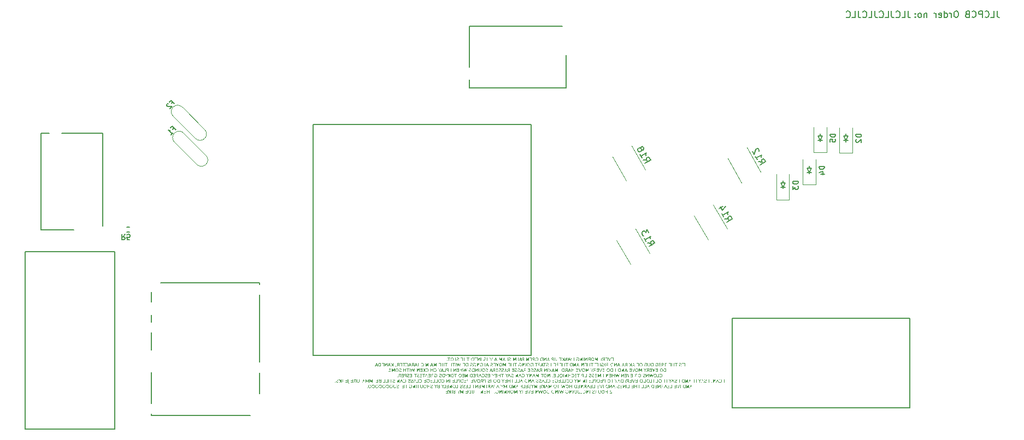
<source format=gbo>
G04 #@! TF.GenerationSoftware,KiCad,Pcbnew,7.0.10-7.0.10~ubuntu22.04.1*
G04 #@! TF.CreationDate,2024-01-20T03:13:59+00:00*
G04 #@! TF.ProjectId,uaeficopiedtovfr,75616566-6963-46f7-9069-6564746f7666,rev?*
G04 #@! TF.SameCoordinates,Original*
G04 #@! TF.FileFunction,Legend,Bot*
G04 #@! TF.FilePolarity,Positive*
%FSLAX46Y46*%
G04 Gerber Fmt 4.6, Leading zero omitted, Abs format (unit mm)*
G04 Created by KiCad (PCBNEW 7.0.10-7.0.10~ubuntu22.04.1) date 2024-01-20 03:13:59*
%MOMM*%
%LPD*%
G01*
G04 APERTURE LIST*
%ADD10C,0.150000*%
%ADD11C,0.125000*%
%ADD12C,0.127000*%
%ADD13C,0.170000*%
%ADD14C,0.200000*%
%ADD15C,0.120000*%
%ADD16C,0.203200*%
G04 APERTURE END LIST*
D10*
X152465447Y72194181D02*
X152465447Y71479896D01*
X152465447Y71479896D02*
X152513066Y71337039D01*
X152513066Y71337039D02*
X152608304Y71241800D01*
X152608304Y71241800D02*
X152751161Y71194181D01*
X152751161Y71194181D02*
X152846399Y71194181D01*
X151513066Y71194181D02*
X151989256Y71194181D01*
X151989256Y71194181D02*
X151989256Y72194181D01*
X150608304Y71289420D02*
X150655923Y71241800D01*
X150655923Y71241800D02*
X150798780Y71194181D01*
X150798780Y71194181D02*
X150894018Y71194181D01*
X150894018Y71194181D02*
X151036875Y71241800D01*
X151036875Y71241800D02*
X151132113Y71337039D01*
X151132113Y71337039D02*
X151179732Y71432277D01*
X151179732Y71432277D02*
X151227351Y71622753D01*
X151227351Y71622753D02*
X151227351Y71765610D01*
X151227351Y71765610D02*
X151179732Y71956086D01*
X151179732Y71956086D02*
X151132113Y72051324D01*
X151132113Y72051324D02*
X151036875Y72146562D01*
X151036875Y72146562D02*
X150894018Y72194181D01*
X150894018Y72194181D02*
X150798780Y72194181D01*
X150798780Y72194181D02*
X150655923Y72146562D01*
X150655923Y72146562D02*
X150608304Y72098943D01*
X150179732Y71194181D02*
X150179732Y72194181D01*
X150179732Y72194181D02*
X149798780Y72194181D01*
X149798780Y72194181D02*
X149703542Y72146562D01*
X149703542Y72146562D02*
X149655923Y72098943D01*
X149655923Y72098943D02*
X149608304Y72003705D01*
X149608304Y72003705D02*
X149608304Y71860848D01*
X149608304Y71860848D02*
X149655923Y71765610D01*
X149655923Y71765610D02*
X149703542Y71717991D01*
X149703542Y71717991D02*
X149798780Y71670372D01*
X149798780Y71670372D02*
X150179732Y71670372D01*
X148608304Y71289420D02*
X148655923Y71241800D01*
X148655923Y71241800D02*
X148798780Y71194181D01*
X148798780Y71194181D02*
X148894018Y71194181D01*
X148894018Y71194181D02*
X149036875Y71241800D01*
X149036875Y71241800D02*
X149132113Y71337039D01*
X149132113Y71337039D02*
X149179732Y71432277D01*
X149179732Y71432277D02*
X149227351Y71622753D01*
X149227351Y71622753D02*
X149227351Y71765610D01*
X149227351Y71765610D02*
X149179732Y71956086D01*
X149179732Y71956086D02*
X149132113Y72051324D01*
X149132113Y72051324D02*
X149036875Y72146562D01*
X149036875Y72146562D02*
X148894018Y72194181D01*
X148894018Y72194181D02*
X148798780Y72194181D01*
X148798780Y72194181D02*
X148655923Y72146562D01*
X148655923Y72146562D02*
X148608304Y72098943D01*
X147846399Y71717991D02*
X147703542Y71670372D01*
X147703542Y71670372D02*
X147655923Y71622753D01*
X147655923Y71622753D02*
X147608304Y71527515D01*
X147608304Y71527515D02*
X147608304Y71384658D01*
X147608304Y71384658D02*
X147655923Y71289420D01*
X147655923Y71289420D02*
X147703542Y71241800D01*
X147703542Y71241800D02*
X147798780Y71194181D01*
X147798780Y71194181D02*
X148179732Y71194181D01*
X148179732Y71194181D02*
X148179732Y72194181D01*
X148179732Y72194181D02*
X147846399Y72194181D01*
X147846399Y72194181D02*
X147751161Y72146562D01*
X147751161Y72146562D02*
X147703542Y72098943D01*
X147703542Y72098943D02*
X147655923Y72003705D01*
X147655923Y72003705D02*
X147655923Y71908467D01*
X147655923Y71908467D02*
X147703542Y71813229D01*
X147703542Y71813229D02*
X147751161Y71765610D01*
X147751161Y71765610D02*
X147846399Y71717991D01*
X147846399Y71717991D02*
X148179732Y71717991D01*
X146227351Y72194181D02*
X146036875Y72194181D01*
X146036875Y72194181D02*
X145941637Y72146562D01*
X145941637Y72146562D02*
X145846399Y72051324D01*
X145846399Y72051324D02*
X145798780Y71860848D01*
X145798780Y71860848D02*
X145798780Y71527515D01*
X145798780Y71527515D02*
X145846399Y71337039D01*
X145846399Y71337039D02*
X145941637Y71241800D01*
X145941637Y71241800D02*
X146036875Y71194181D01*
X146036875Y71194181D02*
X146227351Y71194181D01*
X146227351Y71194181D02*
X146322589Y71241800D01*
X146322589Y71241800D02*
X146417827Y71337039D01*
X146417827Y71337039D02*
X146465446Y71527515D01*
X146465446Y71527515D02*
X146465446Y71860848D01*
X146465446Y71860848D02*
X146417827Y72051324D01*
X146417827Y72051324D02*
X146322589Y72146562D01*
X146322589Y72146562D02*
X146227351Y72194181D01*
X145370208Y71194181D02*
X145370208Y71860848D01*
X145370208Y71670372D02*
X145322589Y71765610D01*
X145322589Y71765610D02*
X145274970Y71813229D01*
X145274970Y71813229D02*
X145179732Y71860848D01*
X145179732Y71860848D02*
X145084494Y71860848D01*
X144322589Y71194181D02*
X144322589Y72194181D01*
X144322589Y71241800D02*
X144417827Y71194181D01*
X144417827Y71194181D02*
X144608303Y71194181D01*
X144608303Y71194181D02*
X144703541Y71241800D01*
X144703541Y71241800D02*
X144751160Y71289420D01*
X144751160Y71289420D02*
X144798779Y71384658D01*
X144798779Y71384658D02*
X144798779Y71670372D01*
X144798779Y71670372D02*
X144751160Y71765610D01*
X144751160Y71765610D02*
X144703541Y71813229D01*
X144703541Y71813229D02*
X144608303Y71860848D01*
X144608303Y71860848D02*
X144417827Y71860848D01*
X144417827Y71860848D02*
X144322589Y71813229D01*
X143465446Y71241800D02*
X143560684Y71194181D01*
X143560684Y71194181D02*
X143751160Y71194181D01*
X143751160Y71194181D02*
X143846398Y71241800D01*
X143846398Y71241800D02*
X143894017Y71337039D01*
X143894017Y71337039D02*
X143894017Y71717991D01*
X143894017Y71717991D02*
X143846398Y71813229D01*
X143846398Y71813229D02*
X143751160Y71860848D01*
X143751160Y71860848D02*
X143560684Y71860848D01*
X143560684Y71860848D02*
X143465446Y71813229D01*
X143465446Y71813229D02*
X143417827Y71717991D01*
X143417827Y71717991D02*
X143417827Y71622753D01*
X143417827Y71622753D02*
X143894017Y71527515D01*
X142989255Y71194181D02*
X142989255Y71860848D01*
X142989255Y71670372D02*
X142941636Y71765610D01*
X142941636Y71765610D02*
X142894017Y71813229D01*
X142894017Y71813229D02*
X142798779Y71860848D01*
X142798779Y71860848D02*
X142703541Y71860848D01*
X141608302Y71860848D02*
X141608302Y71194181D01*
X141608302Y71765610D02*
X141560683Y71813229D01*
X141560683Y71813229D02*
X141465445Y71860848D01*
X141465445Y71860848D02*
X141322588Y71860848D01*
X141322588Y71860848D02*
X141227350Y71813229D01*
X141227350Y71813229D02*
X141179731Y71717991D01*
X141179731Y71717991D02*
X141179731Y71194181D01*
X140560683Y71194181D02*
X140655921Y71241800D01*
X140655921Y71241800D02*
X140703540Y71289420D01*
X140703540Y71289420D02*
X140751159Y71384658D01*
X140751159Y71384658D02*
X140751159Y71670372D01*
X140751159Y71670372D02*
X140703540Y71765610D01*
X140703540Y71765610D02*
X140655921Y71813229D01*
X140655921Y71813229D02*
X140560683Y71860848D01*
X140560683Y71860848D02*
X140417826Y71860848D01*
X140417826Y71860848D02*
X140322588Y71813229D01*
X140322588Y71813229D02*
X140274969Y71765610D01*
X140274969Y71765610D02*
X140227350Y71670372D01*
X140227350Y71670372D02*
X140227350Y71384658D01*
X140227350Y71384658D02*
X140274969Y71289420D01*
X140274969Y71289420D02*
X140322588Y71241800D01*
X140322588Y71241800D02*
X140417826Y71194181D01*
X140417826Y71194181D02*
X140560683Y71194181D01*
X139798778Y71289420D02*
X139751159Y71241800D01*
X139751159Y71241800D02*
X139798778Y71194181D01*
X139798778Y71194181D02*
X139846397Y71241800D01*
X139846397Y71241800D02*
X139798778Y71289420D01*
X139798778Y71289420D02*
X139798778Y71194181D01*
X139798778Y71813229D02*
X139751159Y71765610D01*
X139751159Y71765610D02*
X139798778Y71717991D01*
X139798778Y71717991D02*
X139846397Y71765610D01*
X139846397Y71765610D02*
X139798778Y71813229D01*
X139798778Y71813229D02*
X139798778Y71717991D01*
X138685590Y72161181D02*
X138685590Y71446896D01*
X138685590Y71446896D02*
X138733209Y71304039D01*
X138733209Y71304039D02*
X138828447Y71208800D01*
X138828447Y71208800D02*
X138971304Y71161181D01*
X138971304Y71161181D02*
X139066542Y71161181D01*
X137733209Y71161181D02*
X138209399Y71161181D01*
X138209399Y71161181D02*
X138209399Y72161181D01*
X136828447Y71256420D02*
X136876066Y71208800D01*
X136876066Y71208800D02*
X137018923Y71161181D01*
X137018923Y71161181D02*
X137114161Y71161181D01*
X137114161Y71161181D02*
X137257018Y71208800D01*
X137257018Y71208800D02*
X137352256Y71304039D01*
X137352256Y71304039D02*
X137399875Y71399277D01*
X137399875Y71399277D02*
X137447494Y71589753D01*
X137447494Y71589753D02*
X137447494Y71732610D01*
X137447494Y71732610D02*
X137399875Y71923086D01*
X137399875Y71923086D02*
X137352256Y72018324D01*
X137352256Y72018324D02*
X137257018Y72113562D01*
X137257018Y72113562D02*
X137114161Y72161181D01*
X137114161Y72161181D02*
X137018923Y72161181D01*
X137018923Y72161181D02*
X136876066Y72113562D01*
X136876066Y72113562D02*
X136828447Y72065943D01*
X136114161Y72161181D02*
X136114161Y71446896D01*
X136114161Y71446896D02*
X136161780Y71304039D01*
X136161780Y71304039D02*
X136257018Y71208800D01*
X136257018Y71208800D02*
X136399875Y71161181D01*
X136399875Y71161181D02*
X136495113Y71161181D01*
X135161780Y71161181D02*
X135637970Y71161181D01*
X135637970Y71161181D02*
X135637970Y72161181D01*
X134257018Y71256420D02*
X134304637Y71208800D01*
X134304637Y71208800D02*
X134447494Y71161181D01*
X134447494Y71161181D02*
X134542732Y71161181D01*
X134542732Y71161181D02*
X134685589Y71208800D01*
X134685589Y71208800D02*
X134780827Y71304039D01*
X134780827Y71304039D02*
X134828446Y71399277D01*
X134828446Y71399277D02*
X134876065Y71589753D01*
X134876065Y71589753D02*
X134876065Y71732610D01*
X134876065Y71732610D02*
X134828446Y71923086D01*
X134828446Y71923086D02*
X134780827Y72018324D01*
X134780827Y72018324D02*
X134685589Y72113562D01*
X134685589Y72113562D02*
X134542732Y72161181D01*
X134542732Y72161181D02*
X134447494Y72161181D01*
X134447494Y72161181D02*
X134304637Y72113562D01*
X134304637Y72113562D02*
X134257018Y72065943D01*
X133542732Y72161181D02*
X133542732Y71446896D01*
X133542732Y71446896D02*
X133590351Y71304039D01*
X133590351Y71304039D02*
X133685589Y71208800D01*
X133685589Y71208800D02*
X133828446Y71161181D01*
X133828446Y71161181D02*
X133923684Y71161181D01*
X132590351Y71161181D02*
X133066541Y71161181D01*
X133066541Y71161181D02*
X133066541Y72161181D01*
X131685589Y71256420D02*
X131733208Y71208800D01*
X131733208Y71208800D02*
X131876065Y71161181D01*
X131876065Y71161181D02*
X131971303Y71161181D01*
X131971303Y71161181D02*
X132114160Y71208800D01*
X132114160Y71208800D02*
X132209398Y71304039D01*
X132209398Y71304039D02*
X132257017Y71399277D01*
X132257017Y71399277D02*
X132304636Y71589753D01*
X132304636Y71589753D02*
X132304636Y71732610D01*
X132304636Y71732610D02*
X132257017Y71923086D01*
X132257017Y71923086D02*
X132209398Y72018324D01*
X132209398Y72018324D02*
X132114160Y72113562D01*
X132114160Y72113562D02*
X131971303Y72161181D01*
X131971303Y72161181D02*
X131876065Y72161181D01*
X131876065Y72161181D02*
X131733208Y72113562D01*
X131733208Y72113562D02*
X131685589Y72065943D01*
X130971303Y72161181D02*
X130971303Y71446896D01*
X130971303Y71446896D02*
X131018922Y71304039D01*
X131018922Y71304039D02*
X131114160Y71208800D01*
X131114160Y71208800D02*
X131257017Y71161181D01*
X131257017Y71161181D02*
X131352255Y71161181D01*
X130018922Y71161181D02*
X130495112Y71161181D01*
X130495112Y71161181D02*
X130495112Y72161181D01*
X129114160Y71256420D02*
X129161779Y71208800D01*
X129161779Y71208800D02*
X129304636Y71161181D01*
X129304636Y71161181D02*
X129399874Y71161181D01*
X129399874Y71161181D02*
X129542731Y71208800D01*
X129542731Y71208800D02*
X129637969Y71304039D01*
X129637969Y71304039D02*
X129685588Y71399277D01*
X129685588Y71399277D02*
X129733207Y71589753D01*
X129733207Y71589753D02*
X129733207Y71732610D01*
X129733207Y71732610D02*
X129685588Y71923086D01*
X129685588Y71923086D02*
X129637969Y72018324D01*
X129637969Y72018324D02*
X129542731Y72113562D01*
X129542731Y72113562D02*
X129399874Y72161181D01*
X129399874Y72161181D02*
X129304636Y72161181D01*
X129304636Y72161181D02*
X129161779Y72113562D01*
X129161779Y72113562D02*
X129114160Y72065943D01*
D11*
G36*
X93079532Y18424841D02*
G01*
X92755300Y18424841D01*
X92755300Y18370131D01*
X93010167Y18370131D01*
X93010167Y18213816D01*
X92765924Y18213816D01*
X92765924Y18159105D01*
X93010167Y18159105D01*
X93010167Y17963711D01*
X92749071Y17963711D01*
X92749071Y17909000D01*
X93079532Y17909000D01*
X93079532Y18424841D01*
G37*
G36*
X92505195Y17909000D02*
G01*
X92700955Y18424841D01*
X92628537Y18424841D01*
X92465994Y17990578D01*
X92303206Y18424841D01*
X92231032Y18424841D01*
X92426549Y17909000D01*
X92505195Y17909000D01*
G37*
G36*
X92158736Y18424841D02*
G01*
X91834504Y18424841D01*
X91834504Y18370131D01*
X92089371Y18370131D01*
X92089371Y18213816D01*
X91845129Y18213816D01*
X91845129Y18159105D01*
X92089371Y18159105D01*
X92089371Y17963711D01*
X91828276Y17963711D01*
X91828276Y17909000D01*
X92158736Y17909000D01*
X92158736Y18424841D01*
G37*
G36*
X91716657Y17909000D02*
G01*
X91647292Y17909000D01*
X91647292Y18127842D01*
X91571699Y18127842D01*
X91569136Y18127826D01*
X91564113Y18127693D01*
X91559226Y18127428D01*
X91552152Y18126781D01*
X91545384Y18125836D01*
X91538924Y18124593D01*
X91532770Y18123051D01*
X91526924Y18121211D01*
X91521385Y18119073D01*
X91516152Y18116636D01*
X91511227Y18113901D01*
X91506608Y18110867D01*
X91502107Y18107376D01*
X91497581Y18103269D01*
X91493028Y18098546D01*
X91488450Y18093207D01*
X91485384Y18089306D01*
X91482306Y18085130D01*
X91479217Y18080681D01*
X91476116Y18075958D01*
X91473004Y18070961D01*
X91469880Y18065690D01*
X91466745Y18060145D01*
X91463598Y18054327D01*
X91460440Y18048235D01*
X91457271Y18041869D01*
X91391692Y17909000D01*
X91317198Y17909000D01*
X91387540Y18050539D01*
X91388868Y18053216D01*
X91391523Y18058460D01*
X91394177Y18063561D01*
X91396830Y18068517D01*
X91399483Y18073329D01*
X91402134Y18077998D01*
X91404784Y18082522D01*
X91407434Y18086902D01*
X91410082Y18091138D01*
X91414053Y18097222D01*
X91418022Y18102982D01*
X91421989Y18108418D01*
X91425953Y18113529D01*
X91429916Y18118317D01*
X91432561Y18121333D01*
X91436548Y18125608D01*
X91440556Y18129582D01*
X91444585Y18133256D01*
X91448636Y18136629D01*
X91452708Y18139702D01*
X91456802Y18142474D01*
X91462293Y18145702D01*
X91467823Y18148397D01*
X91473391Y18150557D01*
X91468098Y18152191D01*
X91462965Y18153978D01*
X91457992Y18155919D01*
X91453180Y18158014D01*
X91448528Y18160262D01*
X91444036Y18162664D01*
X91439705Y18165219D01*
X91435533Y18167928D01*
X91431522Y18170791D01*
X91427672Y18173807D01*
X91422196Y18178620D01*
X91417082Y18183778D01*
X91412327Y18189282D01*
X91407934Y18195131D01*
X91405213Y18199225D01*
X91402667Y18203449D01*
X91400297Y18207801D01*
X91398103Y18212281D01*
X91396084Y18216891D01*
X91394241Y18221629D01*
X91392573Y18226497D01*
X91391081Y18231493D01*
X91389764Y18236617D01*
X91388623Y18241871D01*
X91387658Y18247253D01*
X91386868Y18252765D01*
X91386253Y18258405D01*
X91385815Y18264173D01*
X91385551Y18270071D01*
X91385464Y18276097D01*
X91385475Y18276708D01*
X91458614Y18276708D01*
X91458639Y18273830D01*
X91458840Y18268204D01*
X91459240Y18262755D01*
X91459841Y18257481D01*
X91460643Y18252382D01*
X91461645Y18247459D01*
X91463523Y18240404D01*
X91465852Y18233743D01*
X91468632Y18227478D01*
X91471863Y18221607D01*
X91475544Y18216132D01*
X91479677Y18211052D01*
X91484260Y18206366D01*
X91487547Y18203482D01*
X91492838Y18199506D01*
X91498563Y18195948D01*
X91504722Y18192808D01*
X91511314Y18190087D01*
X91515950Y18188506D01*
X91520779Y18187111D01*
X91525800Y18185901D01*
X91531014Y18184878D01*
X91536421Y18184041D01*
X91542020Y18183390D01*
X91547812Y18182925D01*
X91553797Y18182646D01*
X91559975Y18182552D01*
X91647292Y18182552D01*
X91647292Y18370131D01*
X91559975Y18370131D01*
X91556862Y18370108D01*
X91550781Y18369924D01*
X91544892Y18369556D01*
X91539196Y18369003D01*
X91533693Y18368267D01*
X91528383Y18367346D01*
X91523265Y18366241D01*
X91518340Y18364952D01*
X91513608Y18363479D01*
X91506871Y18360924D01*
X91500568Y18357955D01*
X91494698Y18354571D01*
X91489262Y18350774D01*
X91484260Y18346562D01*
X91481154Y18343541D01*
X91476872Y18338674D01*
X91473040Y18333403D01*
X91469659Y18327729D01*
X91466729Y18321651D01*
X91464249Y18315169D01*
X91462221Y18308284D01*
X91461119Y18303470D01*
X91460217Y18298476D01*
X91459516Y18293303D01*
X91459015Y18287951D01*
X91458714Y18282419D01*
X91458614Y18276708D01*
X91385475Y18276708D01*
X91385633Y18285292D01*
X91386141Y18294192D01*
X91386988Y18302798D01*
X91388173Y18311108D01*
X91389697Y18319124D01*
X91391560Y18326845D01*
X91393762Y18334271D01*
X91396302Y18341402D01*
X91399181Y18348238D01*
X91402398Y18354780D01*
X91405955Y18361027D01*
X91409850Y18366979D01*
X91414083Y18372636D01*
X91418656Y18377998D01*
X91423567Y18383066D01*
X91428817Y18387839D01*
X91431562Y18390115D01*
X91437315Y18394451D01*
X91443418Y18398499D01*
X91449869Y18402257D01*
X91456670Y18405726D01*
X91463819Y18408906D01*
X91471318Y18411796D01*
X91479167Y18414398D01*
X91487364Y18416711D01*
X91495911Y18418734D01*
X91504806Y18420469D01*
X91514051Y18421914D01*
X91523646Y18423071D01*
X91528574Y18423541D01*
X91533589Y18423938D01*
X91538692Y18424263D01*
X91543881Y18424516D01*
X91549159Y18424697D01*
X91554523Y18424805D01*
X91559975Y18424841D01*
X91716657Y18424841D01*
X91716657Y17909000D01*
G37*
G36*
X91345408Y18424841D02*
G01*
X91270914Y18424841D01*
X91128764Y18212716D01*
X90987592Y18424841D01*
X90912976Y18424841D01*
X91094326Y18154709D01*
X91094326Y17909000D01*
X91164057Y17909000D01*
X91164057Y18154709D01*
X91345408Y18424841D01*
G37*
G36*
X90625380Y18424841D02*
G01*
X90521943Y18424841D01*
X90391151Y18075818D01*
X90259504Y18424841D01*
X90156189Y18424841D01*
X90156189Y17909000D01*
X90223845Y17909000D01*
X90223845Y18362315D01*
X90356102Y18010606D01*
X90425833Y18010606D01*
X90557969Y18362315D01*
X90557969Y17909000D01*
X90625380Y17909000D01*
X90625380Y18424841D01*
G37*
G36*
X89820237Y18432587D02*
G01*
X89826872Y18432375D01*
X89833422Y18432022D01*
X89839887Y18431528D01*
X89846268Y18430892D01*
X89852563Y18430116D01*
X89858774Y18429198D01*
X89864899Y18428139D01*
X89870940Y18426938D01*
X89876896Y18425597D01*
X89882767Y18424114D01*
X89888553Y18422491D01*
X89894254Y18420726D01*
X89899870Y18418819D01*
X89905401Y18416772D01*
X89910847Y18414583D01*
X89916209Y18412253D01*
X89921485Y18409782D01*
X89926677Y18407170D01*
X89931784Y18404417D01*
X89936805Y18401522D01*
X89941742Y18398486D01*
X89946594Y18395309D01*
X89951361Y18391991D01*
X89956043Y18388531D01*
X89960640Y18384931D01*
X89965153Y18381189D01*
X89969580Y18377306D01*
X89973923Y18373281D01*
X89978180Y18369116D01*
X89982353Y18364809D01*
X89986440Y18360361D01*
X89990423Y18355802D01*
X89994278Y18351147D01*
X89998007Y18346396D01*
X90001610Y18341549D01*
X90005087Y18336605D01*
X90008437Y18331566D01*
X90011660Y18326430D01*
X90014757Y18321198D01*
X90017728Y18315871D01*
X90020572Y18310447D01*
X90023290Y18304926D01*
X90025882Y18299310D01*
X90028347Y18293598D01*
X90030686Y18287789D01*
X90032898Y18281885D01*
X90034984Y18275884D01*
X90036943Y18269787D01*
X90038776Y18263594D01*
X90040483Y18257305D01*
X90042063Y18250919D01*
X90043517Y18244438D01*
X90044844Y18237861D01*
X90046045Y18231187D01*
X90047120Y18224417D01*
X90048068Y18217551D01*
X90048889Y18210589D01*
X90049585Y18203531D01*
X90050154Y18196377D01*
X90050596Y18189127D01*
X90050912Y18181780D01*
X90051102Y18174338D01*
X90051165Y18166799D01*
X90051102Y18159253D01*
X90050912Y18151803D01*
X90050596Y18144450D01*
X90050154Y18137194D01*
X90049585Y18130034D01*
X90048889Y18122971D01*
X90048068Y18116005D01*
X90047120Y18109135D01*
X90046045Y18102361D01*
X90044844Y18095685D01*
X90043517Y18089104D01*
X90042063Y18082621D01*
X90040483Y18076234D01*
X90038776Y18069944D01*
X90036943Y18063750D01*
X90034984Y18057653D01*
X90032898Y18051652D01*
X90030686Y18045748D01*
X90028347Y18039941D01*
X90025882Y18034230D01*
X90023290Y18028616D01*
X90020572Y18023099D01*
X90017728Y18017678D01*
X90014757Y18012353D01*
X90011660Y18007126D01*
X90008437Y18001995D01*
X90005087Y17996960D01*
X90001610Y17992022D01*
X89998007Y17987181D01*
X89994278Y17982436D01*
X89990423Y17977788D01*
X89986440Y17973236D01*
X89982353Y17968804D01*
X89978180Y17964511D01*
X89973923Y17960360D01*
X89969580Y17956349D01*
X89965153Y17952479D01*
X89960640Y17948750D01*
X89956043Y17945162D01*
X89951361Y17941714D01*
X89946594Y17938407D01*
X89941742Y17935240D01*
X89936805Y17932215D01*
X89931784Y17929330D01*
X89926677Y17926586D01*
X89921485Y17923982D01*
X89916209Y17921520D01*
X89910847Y17919198D01*
X89905401Y17917016D01*
X89899870Y17914976D01*
X89894254Y17913076D01*
X89888553Y17911317D01*
X89882767Y17909699D01*
X89876896Y17908221D01*
X89870940Y17906884D01*
X89864899Y17905688D01*
X89858774Y17904633D01*
X89852563Y17903718D01*
X89846268Y17902944D01*
X89839887Y17902311D01*
X89833422Y17901818D01*
X89826872Y17901466D01*
X89820237Y17901255D01*
X89813517Y17901185D01*
X89806819Y17901255D01*
X89800206Y17901467D01*
X89793678Y17901819D01*
X89787234Y17902312D01*
X89780874Y17902947D01*
X89774599Y17903722D01*
X89768408Y17904638D01*
X89762302Y17905696D01*
X89756280Y17906894D01*
X89750343Y17908233D01*
X89744490Y17909713D01*
X89738721Y17911334D01*
X89733037Y17913096D01*
X89727437Y17914999D01*
X89721922Y17917043D01*
X89716491Y17919228D01*
X89711145Y17921554D01*
X89705883Y17924021D01*
X89700705Y17926629D01*
X89695612Y17929378D01*
X89690603Y17932267D01*
X89685679Y17935298D01*
X89680839Y17938470D01*
X89676084Y17941782D01*
X89671413Y17945236D01*
X89666827Y17948831D01*
X89662325Y17952566D01*
X89657907Y17956443D01*
X89653574Y17960460D01*
X89649325Y17964619D01*
X89645161Y17968918D01*
X89641081Y17973358D01*
X89637107Y17977925D01*
X89633258Y17982586D01*
X89629536Y17987343D01*
X89625940Y17992196D01*
X89622470Y17997144D01*
X89619126Y18002187D01*
X89615909Y18007325D01*
X89612818Y18012559D01*
X89609852Y18017889D01*
X89607014Y18023314D01*
X89604301Y18028834D01*
X89601714Y18034450D01*
X89599254Y18040161D01*
X89596919Y18045967D01*
X89594711Y18051869D01*
X89592629Y18057867D01*
X89590674Y18063959D01*
X89588844Y18070147D01*
X89587141Y18076431D01*
X89585564Y18082810D01*
X89584113Y18089284D01*
X89582788Y18095854D01*
X89581589Y18102519D01*
X89580516Y18109280D01*
X89579570Y18116136D01*
X89578750Y18123087D01*
X89578056Y18130134D01*
X89577488Y18137276D01*
X89577047Y18144514D01*
X89576731Y18151847D01*
X89576542Y18159275D01*
X89576479Y18166799D01*
X89649630Y18166799D01*
X89649673Y18160740D01*
X89649802Y18154762D01*
X89650018Y18148863D01*
X89650320Y18143044D01*
X89650709Y18137305D01*
X89651184Y18131646D01*
X89651745Y18126067D01*
X89652393Y18120568D01*
X89653127Y18115149D01*
X89653947Y18109810D01*
X89654853Y18104550D01*
X89655846Y18099371D01*
X89656926Y18094271D01*
X89658091Y18089251D01*
X89659343Y18084311D01*
X89660682Y18079451D01*
X89662106Y18074671D01*
X89663617Y18069971D01*
X89666898Y18060811D01*
X89670525Y18051970D01*
X89674497Y18043449D01*
X89678814Y18035247D01*
X89683476Y18027365D01*
X89688484Y18019802D01*
X89693838Y18012559D01*
X89699471Y18005698D01*
X89705349Y17999279D01*
X89711473Y17993302D01*
X89717842Y17987769D01*
X89724456Y17982678D01*
X89731315Y17978030D01*
X89738420Y17973824D01*
X89745770Y17970061D01*
X89753365Y17966741D01*
X89761205Y17963864D01*
X89769290Y17961429D01*
X89777620Y17959437D01*
X89786196Y17957887D01*
X89795017Y17956781D01*
X89804083Y17956116D01*
X89813394Y17955895D01*
X89822722Y17956116D01*
X89831806Y17956781D01*
X89840647Y17957887D01*
X89849245Y17959437D01*
X89857599Y17961429D01*
X89865710Y17963864D01*
X89873578Y17966741D01*
X89881202Y17970061D01*
X89888584Y17973824D01*
X89895721Y17978030D01*
X89902616Y17982678D01*
X89909267Y17987769D01*
X89915675Y17993302D01*
X89921840Y17999279D01*
X89927762Y18005698D01*
X89933440Y18012559D01*
X89936175Y18016141D01*
X89941384Y18023544D01*
X89946246Y18031266D01*
X89950761Y18039308D01*
X89954928Y18047669D01*
X89958748Y18056350D01*
X89962221Y18065351D01*
X89963827Y18069971D01*
X89965346Y18074671D01*
X89966779Y18079451D01*
X89968125Y18084311D01*
X89969384Y18089251D01*
X89970556Y18094271D01*
X89971641Y18099371D01*
X89972639Y18104550D01*
X89973551Y18109810D01*
X89974376Y18115149D01*
X89975114Y18120568D01*
X89975765Y18126067D01*
X89976329Y18131646D01*
X89976807Y18137305D01*
X89977197Y18143044D01*
X89977501Y18148863D01*
X89977718Y18154762D01*
X89977849Y18160740D01*
X89977892Y18166799D01*
X89977849Y18172872D01*
X89977718Y18178865D01*
X89977501Y18184778D01*
X89977197Y18190611D01*
X89976807Y18196363D01*
X89976329Y18202034D01*
X89975765Y18207625D01*
X89975114Y18213136D01*
X89974376Y18218567D01*
X89973551Y18223917D01*
X89972639Y18229187D01*
X89971641Y18234376D01*
X89970556Y18239485D01*
X89969384Y18244513D01*
X89968125Y18249462D01*
X89966779Y18254329D01*
X89965346Y18259117D01*
X89963827Y18263824D01*
X89960528Y18272997D01*
X89956881Y18281848D01*
X89952888Y18290378D01*
X89948547Y18298586D01*
X89943858Y18306473D01*
X89938823Y18314039D01*
X89933440Y18321282D01*
X89927762Y18328144D01*
X89921840Y18334563D01*
X89915675Y18340539D01*
X89909267Y18346073D01*
X89902616Y18351164D01*
X89895721Y18355812D01*
X89888584Y18360018D01*
X89881202Y18363781D01*
X89873578Y18367101D01*
X89865710Y18369978D01*
X89857599Y18372413D01*
X89849245Y18374405D01*
X89840647Y18375955D01*
X89831806Y18377061D01*
X89822722Y18377725D01*
X89813394Y18377947D01*
X89804083Y18377725D01*
X89795017Y18377061D01*
X89786196Y18375955D01*
X89777620Y18374405D01*
X89769290Y18372413D01*
X89761205Y18369978D01*
X89753365Y18367101D01*
X89745770Y18363781D01*
X89738420Y18360018D01*
X89731315Y18355812D01*
X89724456Y18351164D01*
X89717842Y18346073D01*
X89711473Y18340539D01*
X89705349Y18334563D01*
X89699471Y18328144D01*
X89693838Y18321282D01*
X89691118Y18317701D01*
X89685937Y18310296D01*
X89681102Y18302570D01*
X89676612Y18294522D01*
X89672467Y18286153D01*
X89668668Y18277463D01*
X89665215Y18268450D01*
X89663617Y18263824D01*
X89662106Y18259117D01*
X89660682Y18254329D01*
X89659343Y18249462D01*
X89658091Y18244513D01*
X89656926Y18239485D01*
X89655846Y18234376D01*
X89654853Y18229187D01*
X89653947Y18223917D01*
X89653127Y18218567D01*
X89652393Y18213136D01*
X89651745Y18207625D01*
X89651184Y18202034D01*
X89650709Y18196363D01*
X89650320Y18190611D01*
X89650018Y18184778D01*
X89649802Y18178865D01*
X89649673Y18172872D01*
X89649630Y18166799D01*
X89576479Y18166799D01*
X89576542Y18174338D01*
X89576731Y18181780D01*
X89577047Y18189127D01*
X89577488Y18196377D01*
X89578056Y18203531D01*
X89578750Y18210589D01*
X89579570Y18217551D01*
X89580516Y18224417D01*
X89581589Y18231187D01*
X89582788Y18237861D01*
X89584113Y18244438D01*
X89585564Y18250919D01*
X89587141Y18257305D01*
X89588844Y18263594D01*
X89590674Y18269787D01*
X89592629Y18275884D01*
X89594711Y18281885D01*
X89596919Y18287789D01*
X89599254Y18293598D01*
X89601714Y18299310D01*
X89604301Y18304926D01*
X89607014Y18310447D01*
X89609852Y18315871D01*
X89612818Y18321198D01*
X89615909Y18326430D01*
X89619126Y18331566D01*
X89622470Y18336605D01*
X89625940Y18341549D01*
X89629536Y18346396D01*
X89633258Y18351147D01*
X89637107Y18355802D01*
X89641081Y18360361D01*
X89645161Y18364809D01*
X89649325Y18369116D01*
X89653574Y18373281D01*
X89657907Y18377306D01*
X89662325Y18381189D01*
X89666827Y18384931D01*
X89671413Y18388531D01*
X89676084Y18391991D01*
X89680839Y18395309D01*
X89685679Y18398486D01*
X89690603Y18401522D01*
X89695612Y18404417D01*
X89700705Y18407170D01*
X89705883Y18409782D01*
X89711145Y18412253D01*
X89716491Y18414583D01*
X89721922Y18416772D01*
X89727437Y18418819D01*
X89733037Y18420726D01*
X89738721Y18422491D01*
X89744490Y18424114D01*
X89750343Y18425597D01*
X89756280Y18426938D01*
X89762302Y18428139D01*
X89768408Y18429198D01*
X89774599Y18430116D01*
X89780874Y18430892D01*
X89787234Y18431528D01*
X89793678Y18432022D01*
X89800206Y18432375D01*
X89806819Y18432587D01*
X89813517Y18432657D01*
X89820237Y18432587D01*
G37*
G36*
X89470600Y17909000D02*
G01*
X89401235Y17909000D01*
X89401235Y18127842D01*
X89325641Y18127842D01*
X89323079Y18127826D01*
X89318055Y18127693D01*
X89313169Y18127428D01*
X89306094Y18126781D01*
X89299327Y18125836D01*
X89292867Y18124593D01*
X89286713Y18123051D01*
X89280867Y18121211D01*
X89275327Y18119073D01*
X89270095Y18116636D01*
X89265169Y18113901D01*
X89260551Y18110867D01*
X89256050Y18107376D01*
X89251523Y18103269D01*
X89246971Y18098546D01*
X89242393Y18093207D01*
X89239326Y18089306D01*
X89236249Y18085130D01*
X89233159Y18080681D01*
X89230059Y18075958D01*
X89226946Y18070961D01*
X89223823Y18065690D01*
X89220688Y18060145D01*
X89217541Y18054327D01*
X89214383Y18048235D01*
X89211214Y18041869D01*
X89145634Y17909000D01*
X89071140Y17909000D01*
X89141482Y18050539D01*
X89142810Y18053216D01*
X89145465Y18058460D01*
X89148120Y18063561D01*
X89150773Y18068517D01*
X89153425Y18073329D01*
X89156077Y18077998D01*
X89158727Y18082522D01*
X89161377Y18086902D01*
X89164025Y18091138D01*
X89167996Y18097222D01*
X89171965Y18102982D01*
X89175932Y18108418D01*
X89179896Y18113529D01*
X89183858Y18118317D01*
X89186504Y18121333D01*
X89190490Y18125608D01*
X89194498Y18129582D01*
X89198528Y18133256D01*
X89202578Y18136629D01*
X89206651Y18139702D01*
X89210744Y18142474D01*
X89216236Y18145702D01*
X89221766Y18148397D01*
X89227334Y18150557D01*
X89222041Y18152191D01*
X89216908Y18153978D01*
X89211935Y18155919D01*
X89207123Y18158014D01*
X89202471Y18160262D01*
X89197979Y18162664D01*
X89193647Y18165219D01*
X89189476Y18167928D01*
X89185465Y18170791D01*
X89181615Y18173807D01*
X89176139Y18178620D01*
X89171024Y18183778D01*
X89166270Y18189282D01*
X89161877Y18195131D01*
X89159156Y18199225D01*
X89156610Y18203449D01*
X89154240Y18207801D01*
X89152046Y18212281D01*
X89150027Y18216891D01*
X89148184Y18221629D01*
X89146516Y18226497D01*
X89145024Y18231493D01*
X89143707Y18236617D01*
X89142566Y18241871D01*
X89141601Y18247253D01*
X89140811Y18252765D01*
X89140196Y18258405D01*
X89139757Y18264173D01*
X89139494Y18270071D01*
X89139406Y18276097D01*
X89139417Y18276708D01*
X89212557Y18276708D01*
X89212582Y18273830D01*
X89212782Y18268204D01*
X89213183Y18262755D01*
X89213784Y18257481D01*
X89214586Y18252382D01*
X89215587Y18247459D01*
X89217466Y18240404D01*
X89219795Y18233743D01*
X89222575Y18227478D01*
X89225806Y18221607D01*
X89229487Y18216132D01*
X89233619Y18211052D01*
X89238203Y18206366D01*
X89241489Y18203482D01*
X89246781Y18199506D01*
X89252506Y18195948D01*
X89258665Y18192808D01*
X89265257Y18190087D01*
X89269893Y18188506D01*
X89274722Y18187111D01*
X89279743Y18185901D01*
X89284957Y18184878D01*
X89290364Y18184041D01*
X89295963Y18183390D01*
X89301755Y18182925D01*
X89307740Y18182646D01*
X89313918Y18182552D01*
X89401235Y18182552D01*
X89401235Y18370131D01*
X89313918Y18370131D01*
X89310805Y18370108D01*
X89304724Y18369924D01*
X89298835Y18369556D01*
X89293139Y18369003D01*
X89287636Y18368267D01*
X89282326Y18367346D01*
X89277208Y18366241D01*
X89272283Y18364952D01*
X89267551Y18363479D01*
X89260814Y18360924D01*
X89254511Y18357955D01*
X89248641Y18354571D01*
X89243205Y18350774D01*
X89238203Y18346562D01*
X89235097Y18343541D01*
X89230814Y18338674D01*
X89226983Y18333403D01*
X89223602Y18327729D01*
X89220671Y18321651D01*
X89218192Y18315169D01*
X89216163Y18308284D01*
X89215061Y18303470D01*
X89214160Y18298476D01*
X89213459Y18293303D01*
X89212958Y18287951D01*
X89212657Y18282419D01*
X89212557Y18276708D01*
X89139417Y18276708D01*
X89139576Y18285292D01*
X89140084Y18294192D01*
X89140930Y18302798D01*
X89142116Y18311108D01*
X89143640Y18319124D01*
X89145503Y18326845D01*
X89147704Y18334271D01*
X89150245Y18341402D01*
X89153123Y18348238D01*
X89156341Y18354780D01*
X89159897Y18361027D01*
X89163792Y18366979D01*
X89168026Y18372636D01*
X89172599Y18377998D01*
X89177510Y18383066D01*
X89182759Y18387839D01*
X89185505Y18390115D01*
X89191258Y18394451D01*
X89197360Y18398499D01*
X89203812Y18402257D01*
X89210612Y18405726D01*
X89217762Y18408906D01*
X89225261Y18411796D01*
X89233109Y18414398D01*
X89241307Y18416711D01*
X89249853Y18418734D01*
X89258749Y18420469D01*
X89267994Y18421914D01*
X89277588Y18423071D01*
X89282516Y18423541D01*
X89287532Y18423938D01*
X89292634Y18424263D01*
X89297824Y18424516D01*
X89303101Y18424697D01*
X89308466Y18424805D01*
X89313918Y18424841D01*
X89470600Y18424841D01*
X89470600Y17909000D01*
G37*
G36*
X88984556Y18424841D02*
G01*
X88891133Y18424841D01*
X88663743Y17993264D01*
X88663743Y18424841D01*
X88596454Y18424841D01*
X88596454Y17909000D01*
X88689877Y17909000D01*
X88917145Y18340578D01*
X88917145Y17909000D01*
X88984556Y17909000D01*
X88984556Y18424841D01*
G37*
G36*
X88460900Y18424841D02*
G01*
X88391535Y18424841D01*
X88391535Y17909000D01*
X88460900Y17909000D01*
X88460900Y18424841D01*
G37*
G36*
X88254759Y18424841D02*
G01*
X88161336Y18424841D01*
X87933946Y17993264D01*
X87933946Y18424841D01*
X87866657Y18424841D01*
X87866657Y17909000D01*
X87960080Y17909000D01*
X88187348Y18340578D01*
X88187348Y17909000D01*
X88254759Y17909000D01*
X88254759Y18424841D01*
G37*
G36*
X87381468Y17982029D02*
G01*
X87381468Y18120026D01*
X87494797Y18120026D01*
X87494797Y18174737D01*
X87312714Y18174737D01*
X87312714Y17956628D01*
X87317769Y17953260D01*
X87322888Y17949997D01*
X87328073Y17946838D01*
X87333322Y17943782D01*
X87338636Y17940831D01*
X87344015Y17937983D01*
X87349459Y17935240D01*
X87354968Y17932600D01*
X87360542Y17930065D01*
X87366180Y17927634D01*
X87371884Y17925306D01*
X87377652Y17923083D01*
X87383485Y17920963D01*
X87389383Y17918948D01*
X87395346Y17917036D01*
X87401374Y17915229D01*
X87407445Y17913528D01*
X87413567Y17911937D01*
X87419741Y17910456D01*
X87425966Y17909084D01*
X87432243Y17907823D01*
X87438572Y17906671D01*
X87444951Y17905628D01*
X87451383Y17904696D01*
X87457866Y17903873D01*
X87464400Y17903160D01*
X87470986Y17902556D01*
X87477624Y17902062D01*
X87484313Y17901678D01*
X87491053Y17901404D01*
X87497845Y17901240D01*
X87504689Y17901185D01*
X87512156Y17901253D01*
X87519520Y17901459D01*
X87526783Y17901801D01*
X87533943Y17902280D01*
X87541000Y17902896D01*
X87547956Y17903649D01*
X87554809Y17904539D01*
X87561559Y17905566D01*
X87568208Y17906730D01*
X87574754Y17908030D01*
X87581197Y17909468D01*
X87587539Y17911042D01*
X87593778Y17912754D01*
X87599915Y17914602D01*
X87605949Y17916587D01*
X87611881Y17918709D01*
X87617711Y17920968D01*
X87623438Y17923364D01*
X87629063Y17925897D01*
X87634586Y17928567D01*
X87640006Y17931373D01*
X87645325Y17934317D01*
X87650540Y17937397D01*
X87655654Y17940615D01*
X87660665Y17943969D01*
X87665574Y17947460D01*
X87670380Y17951088D01*
X87675085Y17954853D01*
X87679686Y17958755D01*
X87684186Y17962794D01*
X87688583Y17966970D01*
X87692878Y17971282D01*
X87697048Y17975725D01*
X87701085Y17980275D01*
X87704991Y17984933D01*
X87708763Y17989698D01*
X87712404Y17994571D01*
X87715912Y17999551D01*
X87719287Y18004639D01*
X87722531Y18009835D01*
X87725642Y18015138D01*
X87728620Y18020548D01*
X87731466Y18026067D01*
X87734180Y18031692D01*
X87736761Y18037426D01*
X87739210Y18043267D01*
X87741527Y18049215D01*
X87743711Y18055271D01*
X87745763Y18061435D01*
X87747682Y18067706D01*
X87749469Y18074085D01*
X87751124Y18080572D01*
X87752647Y18087166D01*
X87754037Y18093867D01*
X87755294Y18100676D01*
X87756419Y18107593D01*
X87757412Y18114617D01*
X87758273Y18121749D01*
X87759001Y18128988D01*
X87759596Y18136335D01*
X87760060Y18143790D01*
X87760391Y18151352D01*
X87760589Y18159022D01*
X87760655Y18166799D01*
X87760589Y18174591D01*
X87760391Y18182275D01*
X87760060Y18189850D01*
X87759596Y18197318D01*
X87759001Y18204677D01*
X87758273Y18211927D01*
X87757412Y18219070D01*
X87756419Y18226104D01*
X87755294Y18233030D01*
X87754037Y18239847D01*
X87752647Y18246557D01*
X87751124Y18253158D01*
X87749469Y18259650D01*
X87747682Y18266035D01*
X87745763Y18272311D01*
X87743711Y18278479D01*
X87741527Y18284538D01*
X87739210Y18290490D01*
X87736761Y18296333D01*
X87734180Y18302067D01*
X87731466Y18307694D01*
X87728620Y18313212D01*
X87725642Y18318622D01*
X87722531Y18323923D01*
X87719287Y18329117D01*
X87715912Y18334202D01*
X87712404Y18339178D01*
X87708763Y18344047D01*
X87704991Y18348807D01*
X87701085Y18353459D01*
X87697048Y18358002D01*
X87692878Y18362437D01*
X87688583Y18366758D01*
X87684186Y18370941D01*
X87679687Y18374986D01*
X87675086Y18378895D01*
X87670383Y18382667D01*
X87665578Y18386301D01*
X87660671Y18389798D01*
X87655662Y18393159D01*
X87650550Y18396381D01*
X87645337Y18399467D01*
X87640021Y18402416D01*
X87634603Y18405228D01*
X87629083Y18407902D01*
X87623462Y18410439D01*
X87617738Y18412839D01*
X87611912Y18415102D01*
X87605983Y18417228D01*
X87599953Y18419217D01*
X87593821Y18421068D01*
X87587586Y18422783D01*
X87581250Y18424360D01*
X87574811Y18425800D01*
X87568271Y18427103D01*
X87561628Y18428268D01*
X87554883Y18429297D01*
X87548036Y18430188D01*
X87541087Y18430943D01*
X87534036Y18431560D01*
X87526883Y18432040D01*
X87519628Y18432383D01*
X87512270Y18432589D01*
X87504811Y18432657D01*
X87498557Y18432610D01*
X87492341Y18432470D01*
X87486165Y18432236D01*
X87480028Y18431909D01*
X87473930Y18431488D01*
X87467871Y18430974D01*
X87461851Y18430366D01*
X87455871Y18429665D01*
X87449929Y18428870D01*
X87444027Y18427982D01*
X87438164Y18427000D01*
X87432340Y18425925D01*
X87426555Y18424756D01*
X87420809Y18423494D01*
X87415102Y18422139D01*
X87409434Y18420689D01*
X87403814Y18419165D01*
X87398249Y18417552D01*
X87392739Y18415852D01*
X87387284Y18414064D01*
X87381885Y18412188D01*
X87376542Y18410225D01*
X87371253Y18408174D01*
X87366020Y18406035D01*
X87360842Y18403808D01*
X87355720Y18401493D01*
X87350653Y18399091D01*
X87345641Y18396601D01*
X87340685Y18394023D01*
X87335784Y18391357D01*
X87330938Y18388604D01*
X87326147Y18385763D01*
X87326147Y18315421D01*
X87330975Y18319253D01*
X87335839Y18322964D01*
X87340740Y18326553D01*
X87345679Y18330022D01*
X87350655Y18333369D01*
X87355668Y18336595D01*
X87360719Y18339700D01*
X87365806Y18342684D01*
X87370931Y18345547D01*
X87376093Y18348288D01*
X87381292Y18350909D01*
X87386529Y18353408D01*
X87391802Y18355786D01*
X87397113Y18358043D01*
X87402461Y18360179D01*
X87407847Y18362193D01*
X87413268Y18364101D01*
X87418725Y18365885D01*
X87424217Y18367547D01*
X87429745Y18369085D01*
X87435307Y18370501D01*
X87440905Y18371793D01*
X87446539Y18372962D01*
X87452207Y18374008D01*
X87457911Y18374931D01*
X87463650Y18375731D01*
X87469425Y18376408D01*
X87475235Y18376962D01*
X87481080Y18377393D01*
X87486960Y18377701D01*
X87492876Y18377885D01*
X87498827Y18377947D01*
X87504666Y18377895D01*
X87510413Y18377739D01*
X87516069Y18377480D01*
X87521633Y18377117D01*
X87527106Y18376650D01*
X87532487Y18376079D01*
X87537776Y18375405D01*
X87542974Y18374627D01*
X87548080Y18373745D01*
X87553095Y18372759D01*
X87558018Y18371670D01*
X87562849Y18370476D01*
X87567589Y18369179D01*
X87576794Y18366274D01*
X87585633Y18362954D01*
X87594105Y18359219D01*
X87602210Y18355069D01*
X87609950Y18350503D01*
X87617323Y18345523D01*
X87624330Y18340128D01*
X87630970Y18334318D01*
X87637244Y18328092D01*
X87640244Y18324824D01*
X87645952Y18317996D01*
X87651292Y18310761D01*
X87656264Y18303120D01*
X87660867Y18295072D01*
X87665102Y18286618D01*
X87668969Y18277758D01*
X87670764Y18273175D01*
X87672468Y18268491D01*
X87674079Y18263705D01*
X87675598Y18258817D01*
X87677025Y18253828D01*
X87678360Y18248738D01*
X87679603Y18243545D01*
X87680754Y18238251D01*
X87681812Y18232856D01*
X87682779Y18227359D01*
X87683654Y18221760D01*
X87684436Y18216060D01*
X87685127Y18210258D01*
X87685725Y18204354D01*
X87686232Y18198349D01*
X87686646Y18192242D01*
X87686968Y18186034D01*
X87687198Y18179724D01*
X87687337Y18173312D01*
X87687383Y18166799D01*
X87687337Y18160301D01*
X87687198Y18153903D01*
X87686968Y18147607D01*
X87686646Y18141411D01*
X87686232Y18135316D01*
X87685725Y18129322D01*
X87685127Y18123429D01*
X87684436Y18117637D01*
X87683654Y18111946D01*
X87682779Y18106356D01*
X87681812Y18100866D01*
X87680754Y18095478D01*
X87679603Y18090190D01*
X87678360Y18085004D01*
X87677025Y18079918D01*
X87675598Y18074933D01*
X87674079Y18070049D01*
X87672468Y18065266D01*
X87670764Y18060584D01*
X87668969Y18056002D01*
X87665102Y18047142D01*
X87660867Y18038686D01*
X87656264Y18030633D01*
X87651292Y18022984D01*
X87645952Y18015738D01*
X87640244Y18008896D01*
X87634153Y18002478D01*
X87627698Y17996474D01*
X87620876Y17990884D01*
X87613690Y17985708D01*
X87606138Y17980946D01*
X87598221Y17976599D01*
X87589938Y17972665D01*
X87581290Y17969145D01*
X87572276Y17966040D01*
X87562897Y17963348D01*
X87558070Y17962158D01*
X87553153Y17961071D01*
X87548143Y17960088D01*
X87543043Y17959208D01*
X87537851Y17958431D01*
X87532567Y17957758D01*
X87527193Y17957189D01*
X87521727Y17956723D01*
X87516169Y17956361D01*
X87510521Y17956102D01*
X87504781Y17955947D01*
X87498949Y17955895D01*
X87492127Y17955951D01*
X87485444Y17956118D01*
X87478900Y17956397D01*
X87472497Y17956788D01*
X87466232Y17957290D01*
X87460107Y17957904D01*
X87454122Y17958630D01*
X87448276Y17959467D01*
X87442570Y17960416D01*
X87437004Y17961476D01*
X87433370Y17962245D01*
X87427996Y17963498D01*
X87422727Y17964876D01*
X87417563Y17966378D01*
X87412504Y17968004D01*
X87407551Y17969755D01*
X87402703Y17971631D01*
X87397960Y17973631D01*
X87393322Y17975755D01*
X87388789Y17978004D01*
X87384362Y17980378D01*
X87381468Y17982029D01*
G37*
G36*
X86966622Y18424841D02*
G01*
X86897257Y18424841D01*
X86897257Y17909000D01*
X86966622Y17909000D01*
X86966622Y18424841D01*
G37*
G36*
X86583893Y18424841D02*
G01*
X86513796Y18424841D01*
X86405962Y17988868D01*
X86298496Y18424841D01*
X86220460Y18424841D01*
X86112627Y17988868D01*
X86005160Y18424841D01*
X85934696Y18424841D01*
X86063534Y17909000D01*
X86150729Y17909000D01*
X86258928Y18356820D01*
X86368105Y17909000D01*
X86455422Y17909000D01*
X86583893Y18424841D01*
G37*
G36*
X85948129Y17909000D02*
G01*
X85874979Y17909000D01*
X85828206Y18041869D01*
X85597152Y18041869D01*
X85550380Y17909000D01*
X85478206Y17909000D01*
X85549303Y18096579D01*
X85618768Y18096579D01*
X85807323Y18096579D01*
X85713168Y18355476D01*
X85618768Y18096579D01*
X85549303Y18096579D01*
X85673722Y18424841D01*
X85752369Y18424841D01*
X85948129Y17909000D01*
G37*
G36*
X85405910Y18424841D02*
G01*
X85336545Y18424841D01*
X85336545Y18206855D01*
X85106346Y18424841D01*
X85017076Y18424841D01*
X85271577Y18184384D01*
X84998879Y17909000D01*
X85090226Y17909000D01*
X85336545Y18157395D01*
X85336545Y17909000D01*
X85405910Y17909000D01*
X85405910Y18424841D01*
G37*
G36*
X84947222Y18424841D02*
G01*
X84622990Y18424841D01*
X84622990Y18370131D01*
X84877857Y18370131D01*
X84877857Y18213816D01*
X84633614Y18213816D01*
X84633614Y18159105D01*
X84877857Y18159105D01*
X84877857Y17963711D01*
X84616761Y17963711D01*
X84616761Y17909000D01*
X84947222Y17909000D01*
X84947222Y18424841D01*
G37*
G36*
X84290697Y18424841D02*
G01*
X84220966Y18424841D01*
X84220966Y18111600D01*
X84220937Y18106470D01*
X84220850Y18101431D01*
X84220704Y18096482D01*
X84220238Y18086855D01*
X84219540Y18077590D01*
X84218609Y18068687D01*
X84217445Y18060145D01*
X84216048Y18051965D01*
X84214419Y18044146D01*
X84212556Y18036689D01*
X84210461Y18029594D01*
X84208133Y18022860D01*
X84205572Y18016488D01*
X84202779Y18010477D01*
X84199753Y18004828D01*
X84196493Y17999541D01*
X84193002Y17994615D01*
X84191168Y17992287D01*
X84187284Y17987880D01*
X84183110Y17983758D01*
X84178648Y17979920D01*
X84173896Y17976366D01*
X84168855Y17973096D01*
X84163525Y17970111D01*
X84157906Y17967410D01*
X84151998Y17964993D01*
X84145801Y17962861D01*
X84139314Y17961013D01*
X84132539Y17959449D01*
X84125475Y17958170D01*
X84118121Y17957175D01*
X84110479Y17956464D01*
X84102547Y17956037D01*
X84094326Y17955895D01*
X84086135Y17956037D01*
X84078233Y17956464D01*
X84070618Y17957175D01*
X84063292Y17958170D01*
X84056254Y17959449D01*
X84049504Y17961013D01*
X84043042Y17962861D01*
X84036868Y17964993D01*
X84030982Y17967410D01*
X84025385Y17970111D01*
X84020075Y17973096D01*
X84015054Y17976366D01*
X84010321Y17979920D01*
X84005876Y17983758D01*
X84001719Y17987880D01*
X83997850Y17992287D01*
X83994227Y17997032D01*
X83990838Y18002139D01*
X83987682Y18007607D01*
X83984760Y18013437D01*
X83982072Y18019629D01*
X83979618Y18026182D01*
X83977397Y18033096D01*
X83975410Y18040373D01*
X83973657Y18048010D01*
X83972138Y18056010D01*
X83970852Y18064371D01*
X83969800Y18073094D01*
X83968982Y18082178D01*
X83968398Y18091624D01*
X83968047Y18101431D01*
X83967960Y18106470D01*
X83967930Y18111600D01*
X83967930Y18424841D01*
X83898199Y18424841D01*
X83898199Y18103051D01*
X83898248Y18096856D01*
X83898393Y18090755D01*
X83898636Y18084750D01*
X83898976Y18078841D01*
X83899412Y18073027D01*
X83899946Y18067308D01*
X83900577Y18061685D01*
X83901305Y18056157D01*
X83902131Y18050724D01*
X83903053Y18045387D01*
X83904072Y18040146D01*
X83905189Y18034999D01*
X83906402Y18029948D01*
X83907713Y18024993D01*
X83909120Y18020133D01*
X83910625Y18015368D01*
X83912227Y18010699D01*
X83915721Y18001647D01*
X83919605Y17992976D01*
X83923876Y17984687D01*
X83928536Y17976780D01*
X83933584Y17969254D01*
X83939020Y17962110D01*
X83944845Y17955347D01*
X83947902Y17952109D01*
X83954285Y17945943D01*
X83961036Y17940174D01*
X83968157Y17934803D01*
X83975647Y17929830D01*
X83983506Y17925255D01*
X83991734Y17921077D01*
X84000332Y17917298D01*
X84009299Y17913916D01*
X84018635Y17910932D01*
X84023442Y17909589D01*
X84028340Y17908346D01*
X84033332Y17907202D01*
X84038415Y17906158D01*
X84043591Y17905213D01*
X84048859Y17904368D01*
X84054219Y17903622D01*
X84059672Y17902975D01*
X84065217Y17902428D01*
X84070854Y17901980D01*
X84076583Y17901632D01*
X84082405Y17901384D01*
X84088320Y17901234D01*
X84094326Y17901185D01*
X84100348Y17901234D01*
X84106277Y17901384D01*
X84112113Y17901632D01*
X84117857Y17901980D01*
X84123509Y17902428D01*
X84129068Y17902975D01*
X84134534Y17903622D01*
X84139908Y17904368D01*
X84145189Y17905213D01*
X84150378Y17906158D01*
X84155474Y17907202D01*
X84160478Y17908346D01*
X84165389Y17909589D01*
X84170207Y17910932D01*
X84174933Y17912374D01*
X84184108Y17915557D01*
X84192912Y17919138D01*
X84201346Y17923116D01*
X84209410Y17927492D01*
X84217103Y17932267D01*
X84224427Y17937439D01*
X84231380Y17943009D01*
X84237963Y17948976D01*
X84241116Y17952109D01*
X84247120Y17958681D01*
X84252737Y17965634D01*
X84257966Y17972969D01*
X84262808Y17980686D01*
X84267262Y17988784D01*
X84271330Y17997264D01*
X84275009Y18006125D01*
X84278302Y18015368D01*
X84279803Y18020133D01*
X84281207Y18024993D01*
X84282514Y18029948D01*
X84283725Y18034999D01*
X84284839Y18040146D01*
X84285855Y18045387D01*
X84286775Y18050724D01*
X84287598Y18056157D01*
X84288325Y18061685D01*
X84288954Y18067308D01*
X84289487Y18073027D01*
X84289923Y18078841D01*
X84290262Y18084750D01*
X84290504Y18090755D01*
X84290649Y18096856D01*
X84290697Y18103051D01*
X84290697Y18424841D01*
G37*
G36*
X83770949Y17909000D02*
G01*
X83701584Y17909000D01*
X83701584Y18120026D01*
X83614267Y18120026D01*
X83608919Y18120064D01*
X83603654Y18120177D01*
X83598471Y18120365D01*
X83593371Y18120629D01*
X83588352Y18120968D01*
X83583416Y18121383D01*
X83573791Y18122438D01*
X83564495Y18123795D01*
X83555528Y18125453D01*
X83546891Y18127413D01*
X83538582Y18129674D01*
X83530603Y18132237D01*
X83522952Y18135101D01*
X83515631Y18138266D01*
X83508639Y18141733D01*
X83501977Y18145502D01*
X83495643Y18149572D01*
X83489638Y18153944D01*
X83483963Y18158617D01*
X83478610Y18163584D01*
X83473602Y18168839D01*
X83468939Y18174380D01*
X83464622Y18180209D01*
X83460650Y18186325D01*
X83457024Y18192729D01*
X83453743Y18199419D01*
X83450807Y18206397D01*
X83448217Y18213661D01*
X83445972Y18221213D01*
X83444072Y18229053D01*
X83442518Y18237179D01*
X83441309Y18245592D01*
X83440446Y18254293D01*
X83439928Y18263281D01*
X83439755Y18272556D01*
X83512906Y18272556D01*
X83513009Y18266763D01*
X83513320Y18261140D01*
X83513838Y18255685D01*
X83514562Y18250399D01*
X83515494Y18245281D01*
X83516633Y18240333D01*
X83517978Y18235554D01*
X83520385Y18228701D01*
X83523258Y18222229D01*
X83526596Y18216136D01*
X83530400Y18210423D01*
X83534670Y18205091D01*
X83539406Y18200138D01*
X83542790Y18197062D01*
X83548189Y18192820D01*
X83553977Y18189025D01*
X83560153Y18185676D01*
X83566718Y18182774D01*
X83571311Y18181087D01*
X83576076Y18179599D01*
X83581013Y18178309D01*
X83586124Y18177217D01*
X83591407Y18176324D01*
X83596863Y18175630D01*
X83602492Y18175134D01*
X83608293Y18174836D01*
X83614267Y18174737D01*
X83701584Y18174737D01*
X83701584Y18370131D01*
X83614267Y18370131D01*
X83611258Y18370106D01*
X83605371Y18369908D01*
X83599656Y18369511D01*
X83594113Y18368916D01*
X83588744Y18368122D01*
X83583547Y18367129D01*
X83578523Y18365939D01*
X83573671Y18364550D01*
X83568993Y18362962D01*
X83562298Y18360209D01*
X83555992Y18357009D01*
X83550075Y18353362D01*
X83544546Y18349269D01*
X83539406Y18344730D01*
X83534670Y18339779D01*
X83530400Y18334453D01*
X83526596Y18328751D01*
X83523258Y18322673D01*
X83520385Y18316220D01*
X83517978Y18309391D01*
X83516633Y18304630D01*
X83515494Y18299702D01*
X83514562Y18294607D01*
X83513838Y18289344D01*
X83513320Y18283915D01*
X83513009Y18278319D01*
X83512906Y18272556D01*
X83439755Y18272556D01*
X83439928Y18281772D01*
X83440446Y18290706D01*
X83441309Y18299358D01*
X83442518Y18307727D01*
X83444072Y18315814D01*
X83445972Y18323618D01*
X83448217Y18331140D01*
X83450807Y18338379D01*
X83453743Y18345337D01*
X83457024Y18352011D01*
X83460650Y18358404D01*
X83464622Y18364513D01*
X83468939Y18370341D01*
X83473602Y18375886D01*
X83478610Y18381149D01*
X83483963Y18386129D01*
X83489638Y18390817D01*
X83495643Y18395202D01*
X83501977Y18399285D01*
X83508639Y18403066D01*
X83515631Y18406544D01*
X83522952Y18409719D01*
X83530603Y18412593D01*
X83538582Y18415163D01*
X83546891Y18417432D01*
X83555528Y18419397D01*
X83564495Y18421061D01*
X83573791Y18422422D01*
X83583416Y18423480D01*
X83588352Y18423896D01*
X83593371Y18424237D01*
X83598471Y18424501D01*
X83603654Y18424690D01*
X83608919Y18424804D01*
X83614267Y18424841D01*
X83770949Y18424841D01*
X83770949Y17909000D01*
G37*
G36*
X83190139Y17909000D02*
G01*
X83116988Y17909000D01*
X83070216Y18041869D01*
X82839162Y18041869D01*
X82792390Y17909000D01*
X82720216Y17909000D01*
X82791313Y18096579D01*
X82860778Y18096579D01*
X83049333Y18096579D01*
X82955177Y18355476D01*
X82860778Y18096579D01*
X82791313Y18096579D01*
X82915732Y18424841D01*
X82994378Y18424841D01*
X83190139Y17909000D01*
G37*
G36*
X82647920Y18424841D02*
G01*
X82554497Y18424841D01*
X82327107Y17993264D01*
X82327107Y18424841D01*
X82259818Y18424841D01*
X82259818Y17909000D01*
X82353241Y17909000D01*
X82580509Y18340578D01*
X82580509Y17909000D01*
X82647920Y17909000D01*
X82647920Y18424841D01*
G37*
G36*
X82124263Y17909000D02*
G01*
X81981625Y17909000D01*
X81972428Y17909062D01*
X81963384Y17909245D01*
X81954494Y17909550D01*
X81945756Y17909977D01*
X81937172Y17910527D01*
X81928740Y17911199D01*
X81920462Y17911992D01*
X81912337Y17912908D01*
X81904365Y17913946D01*
X81896546Y17915107D01*
X81888880Y17916389D01*
X81881368Y17917793D01*
X81874008Y17919320D01*
X81866802Y17920968D01*
X81859748Y17922739D01*
X81852848Y17924632D01*
X81846101Y17926647D01*
X81839508Y17928784D01*
X81833067Y17931043D01*
X81826779Y17933425D01*
X81820645Y17935928D01*
X81814663Y17938554D01*
X81808835Y17941302D01*
X81803160Y17944171D01*
X81797638Y17947163D01*
X81792269Y17950278D01*
X81787054Y17953514D01*
X81781991Y17956872D01*
X81777082Y17960353D01*
X81772326Y17963955D01*
X81767722Y17967680D01*
X81763272Y17971527D01*
X81758960Y17975504D01*
X81754784Y17979619D01*
X81750745Y17983873D01*
X81746843Y17988265D01*
X81743078Y17992795D01*
X81739450Y17997464D01*
X81735959Y18002271D01*
X81732605Y18007217D01*
X81729387Y18012300D01*
X81726307Y18017523D01*
X81723363Y18022883D01*
X81720557Y18028382D01*
X81717887Y18034019D01*
X81715354Y18039794D01*
X81712958Y18045708D01*
X81710699Y18051760D01*
X81708577Y18057951D01*
X81706592Y18064280D01*
X81704743Y18070747D01*
X81703032Y18077353D01*
X81701458Y18084096D01*
X81700020Y18090979D01*
X81698719Y18097999D01*
X81697556Y18105158D01*
X81696529Y18112455D01*
X81695639Y18119891D01*
X81694886Y18127465D01*
X81694270Y18135177D01*
X81693791Y18143028D01*
X81693448Y18151017D01*
X81693243Y18159144D01*
X81693175Y18167409D01*
X81766325Y18167409D01*
X81766374Y18160862D01*
X81766518Y18154426D01*
X81766759Y18148100D01*
X81767096Y18141884D01*
X81767530Y18135779D01*
X81768060Y18129784D01*
X81768686Y18123900D01*
X81769409Y18118126D01*
X81770228Y18112462D01*
X81771143Y18106909D01*
X81772155Y18101467D01*
X81773263Y18096134D01*
X81774468Y18090913D01*
X81775769Y18085801D01*
X81777166Y18080800D01*
X81778660Y18075910D01*
X81780250Y18071130D01*
X81781936Y18066460D01*
X81785598Y18057452D01*
X81789645Y18048886D01*
X81794077Y18040762D01*
X81798896Y18033079D01*
X81804099Y18025838D01*
X81809688Y18019039D01*
X81815662Y18012682D01*
X81818794Y18009669D01*
X81825390Y18003930D01*
X81832431Y17998574D01*
X81839917Y17993600D01*
X81847847Y17989009D01*
X81856222Y17984801D01*
X81865042Y17980975D01*
X81869618Y17979206D01*
X81874306Y17977532D01*
X81879104Y17975954D01*
X81884014Y17974471D01*
X81889035Y17973084D01*
X81894168Y17971793D01*
X81899411Y17970597D01*
X81904765Y17969497D01*
X81910231Y17968493D01*
X81915808Y17967585D01*
X81921496Y17966772D01*
X81927295Y17966054D01*
X81933205Y17965433D01*
X81939227Y17964906D01*
X81945359Y17964476D01*
X81951603Y17964141D01*
X81957958Y17963902D01*
X81964424Y17963759D01*
X81971001Y17963711D01*
X82054898Y17963711D01*
X82054898Y18370131D01*
X81971001Y18370131D01*
X81964424Y18370083D01*
X81957958Y18369940D01*
X81951603Y18369702D01*
X81945359Y18369368D01*
X81939227Y18368938D01*
X81933205Y18368414D01*
X81927295Y18367794D01*
X81921496Y18367078D01*
X81915808Y18366267D01*
X81910231Y18365361D01*
X81904765Y18364359D01*
X81899411Y18363262D01*
X81894168Y18362069D01*
X81889035Y18360781D01*
X81884014Y18359398D01*
X81879104Y18357919D01*
X81874306Y18356345D01*
X81869618Y18354675D01*
X81860576Y18351050D01*
X81851979Y18347042D01*
X81843827Y18342654D01*
X81836119Y18337883D01*
X81828855Y18332731D01*
X81822037Y18327198D01*
X81815662Y18321282D01*
X81809688Y18314957D01*
X81804099Y18308193D01*
X81798896Y18300989D01*
X81794077Y18293347D01*
X81789645Y18285266D01*
X81785598Y18276746D01*
X81781936Y18267788D01*
X81780250Y18263144D01*
X81778660Y18258390D01*
X81777166Y18253527D01*
X81775769Y18248553D01*
X81774468Y18243471D01*
X81773263Y18238278D01*
X81772155Y18232976D01*
X81771143Y18227564D01*
X81770228Y18222042D01*
X81769409Y18216411D01*
X81768686Y18210670D01*
X81768060Y18204819D01*
X81767530Y18198858D01*
X81767096Y18192788D01*
X81766759Y18186608D01*
X81766518Y18180318D01*
X81766374Y18173919D01*
X81766325Y18167409D01*
X81693175Y18167409D01*
X81693243Y18175637D01*
X81693447Y18183727D01*
X81693787Y18191680D01*
X81694264Y18199495D01*
X81694877Y18207172D01*
X81695626Y18214712D01*
X81696511Y18222114D01*
X81697533Y18229378D01*
X81698690Y18236505D01*
X81699984Y18243494D01*
X81701414Y18250346D01*
X81702981Y18257060D01*
X81704683Y18263636D01*
X81706522Y18270075D01*
X81708496Y18276376D01*
X81710607Y18282539D01*
X81712855Y18288565D01*
X81715238Y18294453D01*
X81717758Y18300204D01*
X81720413Y18305817D01*
X81723205Y18311292D01*
X81726134Y18316630D01*
X81729198Y18321830D01*
X81732398Y18326892D01*
X81735735Y18331817D01*
X81739208Y18336604D01*
X81742817Y18341254D01*
X81746563Y18345766D01*
X81750444Y18350140D01*
X81754462Y18354377D01*
X81758616Y18358476D01*
X81762906Y18362437D01*
X81767342Y18366277D01*
X81771932Y18369994D01*
X81776677Y18373590D01*
X81781577Y18377063D01*
X81786632Y18380415D01*
X81791842Y18383645D01*
X81797206Y18386753D01*
X81802725Y18389739D01*
X81808399Y18392603D01*
X81814228Y18395346D01*
X81820212Y18397966D01*
X81826350Y18400465D01*
X81832643Y18402842D01*
X81839091Y18405096D01*
X81845694Y18407229D01*
X81852451Y18409240D01*
X81859364Y18411130D01*
X81866431Y18412897D01*
X81873653Y18414542D01*
X81881030Y18416066D01*
X81888561Y18417467D01*
X81896248Y18418747D01*
X81904089Y18419905D01*
X81912085Y18420941D01*
X81920236Y18421855D01*
X81928541Y18422648D01*
X81937002Y18423318D01*
X81945617Y18423866D01*
X81954387Y18424293D01*
X81963311Y18424598D01*
X81972391Y18424780D01*
X81981625Y18424841D01*
X82124263Y18424841D01*
X82124263Y17909000D01*
G37*
G36*
X81161828Y18432587D02*
G01*
X81168463Y18432375D01*
X81175013Y18432022D01*
X81181478Y18431528D01*
X81187859Y18430892D01*
X81194154Y18430116D01*
X81200365Y18429198D01*
X81206490Y18428139D01*
X81212531Y18426938D01*
X81218487Y18425597D01*
X81224358Y18424114D01*
X81230144Y18422491D01*
X81235845Y18420726D01*
X81241461Y18418819D01*
X81246992Y18416772D01*
X81252438Y18414583D01*
X81257800Y18412253D01*
X81263076Y18409782D01*
X81268268Y18407170D01*
X81273375Y18404417D01*
X81278396Y18401522D01*
X81283333Y18398486D01*
X81288185Y18395309D01*
X81292952Y18391991D01*
X81297634Y18388531D01*
X81302231Y18384931D01*
X81306744Y18381189D01*
X81311171Y18377306D01*
X81315514Y18373281D01*
X81319771Y18369116D01*
X81323944Y18364809D01*
X81328032Y18360361D01*
X81332014Y18355802D01*
X81335869Y18351147D01*
X81339598Y18346396D01*
X81343201Y18341549D01*
X81346678Y18336605D01*
X81350028Y18331566D01*
X81353251Y18326430D01*
X81356348Y18321198D01*
X81359319Y18315871D01*
X81362164Y18310447D01*
X81364881Y18304926D01*
X81367473Y18299310D01*
X81369938Y18293598D01*
X81372277Y18287789D01*
X81374489Y18281885D01*
X81376575Y18275884D01*
X81378534Y18269787D01*
X81380367Y18263594D01*
X81382074Y18257305D01*
X81383654Y18250919D01*
X81385108Y18244438D01*
X81386435Y18237861D01*
X81387636Y18231187D01*
X81388711Y18224417D01*
X81389659Y18217551D01*
X81390480Y18210589D01*
X81391176Y18203531D01*
X81391745Y18196377D01*
X81392187Y18189127D01*
X81392503Y18181780D01*
X81392693Y18174338D01*
X81392756Y18166799D01*
X81392693Y18159253D01*
X81392503Y18151803D01*
X81392187Y18144450D01*
X81391745Y18137194D01*
X81391176Y18130034D01*
X81390480Y18122971D01*
X81389659Y18116005D01*
X81388711Y18109135D01*
X81387636Y18102361D01*
X81386435Y18095685D01*
X81385108Y18089104D01*
X81383654Y18082621D01*
X81382074Y18076234D01*
X81380367Y18069944D01*
X81378534Y18063750D01*
X81376575Y18057653D01*
X81374489Y18051652D01*
X81372277Y18045748D01*
X81369938Y18039941D01*
X81367473Y18034230D01*
X81364881Y18028616D01*
X81362164Y18023099D01*
X81359319Y18017678D01*
X81356348Y18012353D01*
X81353251Y18007126D01*
X81350028Y18001995D01*
X81346678Y17996960D01*
X81343201Y17992022D01*
X81339598Y17987181D01*
X81335869Y17982436D01*
X81332014Y17977788D01*
X81328032Y17973236D01*
X81323944Y17968804D01*
X81319771Y17964511D01*
X81315514Y17960360D01*
X81311171Y17956349D01*
X81306744Y17952479D01*
X81302231Y17948750D01*
X81297634Y17945162D01*
X81292952Y17941714D01*
X81288185Y17938407D01*
X81283333Y17935240D01*
X81278396Y17932215D01*
X81273375Y17929330D01*
X81268268Y17926586D01*
X81263076Y17923982D01*
X81257800Y17921520D01*
X81252438Y17919198D01*
X81246992Y17917016D01*
X81241461Y17914976D01*
X81235845Y17913076D01*
X81230144Y17911317D01*
X81224358Y17909699D01*
X81218487Y17908221D01*
X81212531Y17906884D01*
X81206490Y17905688D01*
X81200365Y17904633D01*
X81194154Y17903718D01*
X81187859Y17902944D01*
X81181478Y17902311D01*
X81175013Y17901818D01*
X81168463Y17901466D01*
X81161828Y17901255D01*
X81155108Y17901185D01*
X81148410Y17901255D01*
X81141797Y17901467D01*
X81135269Y17901819D01*
X81128825Y17902312D01*
X81122465Y17902947D01*
X81116190Y17903722D01*
X81109999Y17904638D01*
X81103893Y17905696D01*
X81097871Y17906894D01*
X81091934Y17908233D01*
X81086081Y17909713D01*
X81080312Y17911334D01*
X81074628Y17913096D01*
X81069028Y17914999D01*
X81063513Y17917043D01*
X81058082Y17919228D01*
X81052736Y17921554D01*
X81047474Y17924021D01*
X81042296Y17926629D01*
X81037203Y17929378D01*
X81032195Y17932267D01*
X81027270Y17935298D01*
X81022431Y17938470D01*
X81017675Y17941782D01*
X81013004Y17945236D01*
X81008418Y17948831D01*
X81003916Y17952566D01*
X80999498Y17956443D01*
X80995165Y17960460D01*
X80990916Y17964619D01*
X80986752Y17968918D01*
X80982672Y17973358D01*
X80978698Y17977925D01*
X80974849Y17982586D01*
X80971127Y17987343D01*
X80967531Y17992196D01*
X80964061Y17997144D01*
X80960717Y18002187D01*
X80957500Y18007325D01*
X80954409Y18012559D01*
X80951444Y18017889D01*
X80948605Y18023314D01*
X80945892Y18028834D01*
X80943305Y18034450D01*
X80940845Y18040161D01*
X80938510Y18045967D01*
X80936302Y18051869D01*
X80934220Y18057867D01*
X80932265Y18063959D01*
X80930435Y18070147D01*
X80928732Y18076431D01*
X80927155Y18082810D01*
X80925704Y18089284D01*
X80924379Y18095854D01*
X80923180Y18102519D01*
X80922108Y18109280D01*
X80921161Y18116136D01*
X80920341Y18123087D01*
X80919647Y18130134D01*
X80919079Y18137276D01*
X80918638Y18144514D01*
X80918322Y18151847D01*
X80918133Y18159275D01*
X80918070Y18166799D01*
X80991221Y18166799D01*
X80991264Y18160740D01*
X80991393Y18154762D01*
X80991609Y18148863D01*
X80991911Y18143044D01*
X80992300Y18137305D01*
X80992775Y18131646D01*
X80993336Y18126067D01*
X80993984Y18120568D01*
X80994718Y18115149D01*
X80995538Y18109810D01*
X80996444Y18104550D01*
X80997437Y18099371D01*
X80998517Y18094271D01*
X80999682Y18089251D01*
X81000934Y18084311D01*
X81002273Y18079451D01*
X81003697Y18074671D01*
X81005208Y18069971D01*
X81008489Y18060811D01*
X81012116Y18051970D01*
X81016088Y18043449D01*
X81020405Y18035247D01*
X81025067Y18027365D01*
X81030075Y18019802D01*
X81035429Y18012559D01*
X81041062Y18005698D01*
X81046940Y17999279D01*
X81053064Y17993302D01*
X81059433Y17987769D01*
X81066047Y17982678D01*
X81072907Y17978030D01*
X81080011Y17973824D01*
X81087361Y17970061D01*
X81094956Y17966741D01*
X81102796Y17963864D01*
X81110881Y17961429D01*
X81119212Y17959437D01*
X81127787Y17957887D01*
X81136608Y17956781D01*
X81145674Y17956116D01*
X81154985Y17955895D01*
X81164313Y17956116D01*
X81173397Y17956781D01*
X81182238Y17957887D01*
X81190836Y17959437D01*
X81199190Y17961429D01*
X81207301Y17963864D01*
X81215169Y17966741D01*
X81222793Y17970061D01*
X81230175Y17973824D01*
X81237313Y17978030D01*
X81244207Y17982678D01*
X81250858Y17987769D01*
X81257266Y17993302D01*
X81263431Y17999279D01*
X81269353Y18005698D01*
X81275031Y18012559D01*
X81277766Y18016141D01*
X81282975Y18023544D01*
X81287837Y18031266D01*
X81292352Y18039308D01*
X81296519Y18047669D01*
X81300339Y18056350D01*
X81303812Y18065351D01*
X81305418Y18069971D01*
X81306937Y18074671D01*
X81308370Y18079451D01*
X81309716Y18084311D01*
X81310975Y18089251D01*
X81312147Y18094271D01*
X81313232Y18099371D01*
X81314230Y18104550D01*
X81315142Y18109810D01*
X81315967Y18115149D01*
X81316705Y18120568D01*
X81317356Y18126067D01*
X81317920Y18131646D01*
X81318398Y18137305D01*
X81318788Y18143044D01*
X81319092Y18148863D01*
X81319309Y18154762D01*
X81319440Y18160740D01*
X81319483Y18166799D01*
X81319440Y18172872D01*
X81319309Y18178865D01*
X81319092Y18184778D01*
X81318788Y18190611D01*
X81318398Y18196363D01*
X81317920Y18202034D01*
X81317356Y18207625D01*
X81316705Y18213136D01*
X81315967Y18218567D01*
X81315142Y18223917D01*
X81314230Y18229187D01*
X81313232Y18234376D01*
X81312147Y18239485D01*
X81310975Y18244513D01*
X81309716Y18249462D01*
X81308370Y18254329D01*
X81306937Y18259117D01*
X81305418Y18263824D01*
X81302119Y18272997D01*
X81298472Y18281848D01*
X81294479Y18290378D01*
X81290138Y18298586D01*
X81285449Y18306473D01*
X81280414Y18314039D01*
X81275031Y18321282D01*
X81269353Y18328144D01*
X81263431Y18334563D01*
X81257266Y18340539D01*
X81250858Y18346073D01*
X81244207Y18351164D01*
X81237313Y18355812D01*
X81230175Y18360018D01*
X81222793Y18363781D01*
X81215169Y18367101D01*
X81207301Y18369978D01*
X81199190Y18372413D01*
X81190836Y18374405D01*
X81182238Y18375955D01*
X81173397Y18377061D01*
X81164313Y18377725D01*
X81154985Y18377947D01*
X81145674Y18377725D01*
X81136608Y18377061D01*
X81127787Y18375955D01*
X81119212Y18374405D01*
X81110881Y18372413D01*
X81102796Y18369978D01*
X81094956Y18367101D01*
X81087361Y18363781D01*
X81080011Y18360018D01*
X81072907Y18355812D01*
X81066047Y18351164D01*
X81059433Y18346073D01*
X81053064Y18340539D01*
X81046940Y18334563D01*
X81041062Y18328144D01*
X81035429Y18321282D01*
X81032709Y18317701D01*
X81027528Y18310296D01*
X81022693Y18302570D01*
X81018203Y18294522D01*
X81014059Y18286153D01*
X81010259Y18277463D01*
X81006806Y18268450D01*
X81005208Y18263824D01*
X81003697Y18259117D01*
X81002273Y18254329D01*
X81000934Y18249462D01*
X80999682Y18244513D01*
X80998517Y18239485D01*
X80997437Y18234376D01*
X80996444Y18229187D01*
X80995538Y18223917D01*
X80994718Y18218567D01*
X80993984Y18213136D01*
X80993336Y18207625D01*
X80992775Y18202034D01*
X80992300Y18196363D01*
X80991911Y18190611D01*
X80991609Y18184778D01*
X80991393Y18178865D01*
X80991264Y18172872D01*
X80991221Y18166799D01*
X80918070Y18166799D01*
X80918133Y18174338D01*
X80918322Y18181780D01*
X80918638Y18189127D01*
X80919079Y18196377D01*
X80919647Y18203531D01*
X80920341Y18210589D01*
X80921161Y18217551D01*
X80922108Y18224417D01*
X80923180Y18231187D01*
X80924379Y18237861D01*
X80925704Y18244438D01*
X80927155Y18250919D01*
X80928732Y18257305D01*
X80930435Y18263594D01*
X80932265Y18269787D01*
X80934220Y18275884D01*
X80936302Y18281885D01*
X80938510Y18287789D01*
X80940845Y18293598D01*
X80943305Y18299310D01*
X80945892Y18304926D01*
X80948605Y18310447D01*
X80951444Y18315871D01*
X80954409Y18321198D01*
X80957500Y18326430D01*
X80960717Y18331566D01*
X80964061Y18336605D01*
X80967531Y18341549D01*
X80971127Y18346396D01*
X80974849Y18351147D01*
X80978698Y18355802D01*
X80982672Y18360361D01*
X80986752Y18364809D01*
X80990916Y18369116D01*
X80995165Y18373281D01*
X80999498Y18377306D01*
X81003916Y18381189D01*
X81008418Y18384931D01*
X81013004Y18388531D01*
X81017675Y18391991D01*
X81022431Y18395309D01*
X81027270Y18398486D01*
X81032195Y18401522D01*
X81037203Y18404417D01*
X81042296Y18407170D01*
X81047474Y18409782D01*
X81052736Y18412253D01*
X81058082Y18414583D01*
X81063513Y18416772D01*
X81069028Y18418819D01*
X81074628Y18420726D01*
X81080312Y18422491D01*
X81086081Y18424114D01*
X81091934Y18425597D01*
X81097871Y18426938D01*
X81103893Y18428139D01*
X81109999Y18429198D01*
X81116190Y18430116D01*
X81122465Y18430892D01*
X81128825Y18431528D01*
X81135269Y18432022D01*
X81141797Y18432375D01*
X81148410Y18432587D01*
X81155108Y18432657D01*
X81161828Y18432587D01*
G37*
G36*
X80812191Y17909000D02*
G01*
X80742826Y17909000D01*
X80742826Y18120026D01*
X80655509Y18120026D01*
X80650161Y18120064D01*
X80644896Y18120177D01*
X80639713Y18120365D01*
X80634613Y18120629D01*
X80629594Y18120968D01*
X80624658Y18121383D01*
X80615033Y18122438D01*
X80605737Y18123795D01*
X80596770Y18125453D01*
X80588133Y18127413D01*
X80579824Y18129674D01*
X80571845Y18132237D01*
X80564194Y18135101D01*
X80556873Y18138266D01*
X80549881Y18141733D01*
X80543219Y18145502D01*
X80536885Y18149572D01*
X80530881Y18153944D01*
X80525205Y18158617D01*
X80519852Y18163584D01*
X80514844Y18168839D01*
X80510182Y18174380D01*
X80505864Y18180209D01*
X80501893Y18186325D01*
X80498266Y18192729D01*
X80494985Y18199419D01*
X80492049Y18206397D01*
X80489459Y18213661D01*
X80487214Y18221213D01*
X80485315Y18229053D01*
X80483760Y18237179D01*
X80482552Y18245592D01*
X80481688Y18254293D01*
X80481170Y18263281D01*
X80480997Y18272556D01*
X80554148Y18272556D01*
X80554252Y18266763D01*
X80554562Y18261140D01*
X80555080Y18255685D01*
X80555804Y18250399D01*
X80556736Y18245281D01*
X80557875Y18240333D01*
X80559220Y18235554D01*
X80561627Y18228701D01*
X80564500Y18222229D01*
X80567838Y18216136D01*
X80571642Y18210423D01*
X80575913Y18205091D01*
X80580648Y18200138D01*
X80584032Y18197062D01*
X80589431Y18192820D01*
X80595219Y18189025D01*
X80601395Y18185676D01*
X80607960Y18182774D01*
X80612553Y18181087D01*
X80617318Y18179599D01*
X80622256Y18178309D01*
X80627366Y18177217D01*
X80632649Y18176324D01*
X80638105Y18175630D01*
X80643734Y18175134D01*
X80649535Y18174836D01*
X80655509Y18174737D01*
X80742826Y18174737D01*
X80742826Y18370131D01*
X80655509Y18370131D01*
X80652500Y18370106D01*
X80646613Y18369908D01*
X80640898Y18369511D01*
X80635356Y18368916D01*
X80629986Y18368122D01*
X80624789Y18367129D01*
X80619765Y18365939D01*
X80614914Y18364550D01*
X80610235Y18362962D01*
X80603540Y18360209D01*
X80597235Y18357009D01*
X80591317Y18353362D01*
X80585789Y18349269D01*
X80580648Y18344730D01*
X80575913Y18339779D01*
X80571642Y18334453D01*
X80567838Y18328751D01*
X80564500Y18322673D01*
X80561627Y18316220D01*
X80559220Y18309391D01*
X80557875Y18304630D01*
X80556736Y18299702D01*
X80555804Y18294607D01*
X80555080Y18289344D01*
X80554562Y18283915D01*
X80554252Y18278319D01*
X80554148Y18272556D01*
X80480997Y18272556D01*
X80481170Y18281772D01*
X80481688Y18290706D01*
X80482552Y18299358D01*
X80483760Y18307727D01*
X80485315Y18315814D01*
X80487214Y18323618D01*
X80489459Y18331140D01*
X80492049Y18338379D01*
X80494985Y18345337D01*
X80498266Y18352011D01*
X80501893Y18358404D01*
X80505864Y18364513D01*
X80510182Y18370341D01*
X80514844Y18375886D01*
X80519852Y18381149D01*
X80525205Y18386129D01*
X80530881Y18390817D01*
X80536885Y18395202D01*
X80543219Y18399285D01*
X80549881Y18403066D01*
X80556873Y18406544D01*
X80564194Y18409719D01*
X80571845Y18412593D01*
X80579824Y18415163D01*
X80588133Y18417432D01*
X80596770Y18419397D01*
X80605737Y18421061D01*
X80615033Y18422422D01*
X80624658Y18423480D01*
X80629594Y18423896D01*
X80634613Y18424237D01*
X80639713Y18424501D01*
X80644896Y18424690D01*
X80650161Y18424804D01*
X80655509Y18424841D01*
X80812191Y18424841D01*
X80812191Y17909000D01*
G37*
G36*
X80390139Y18424841D02*
G01*
X80065907Y18424841D01*
X80065907Y18370131D01*
X80320774Y18370131D01*
X80320774Y18213816D01*
X80076531Y18213816D01*
X80076531Y18159105D01*
X80320774Y18159105D01*
X80320774Y17963711D01*
X80059678Y17963711D01*
X80059678Y17909000D01*
X80390139Y17909000D01*
X80390139Y18424841D01*
G37*
G36*
X79948059Y18424841D02*
G01*
X79854637Y18424841D01*
X79627246Y17993264D01*
X79627246Y18424841D01*
X79559958Y18424841D01*
X79559958Y17909000D01*
X79653380Y17909000D01*
X79880648Y18340578D01*
X79880648Y17909000D01*
X79948059Y17909000D01*
X79948059Y18424841D01*
G37*
G36*
X79202142Y17909000D02*
G01*
X79132777Y17909000D01*
X79132777Y18120026D01*
X79045460Y18120026D01*
X79040113Y18120064D01*
X79034847Y18120177D01*
X79029664Y18120365D01*
X79024564Y18120629D01*
X79019546Y18120968D01*
X79014610Y18121383D01*
X79004984Y18122438D01*
X78995688Y18123795D01*
X78986722Y18125453D01*
X78978084Y18127413D01*
X78969775Y18129674D01*
X78961796Y18132237D01*
X78954146Y18135101D01*
X78946825Y18138266D01*
X78939833Y18141733D01*
X78933170Y18145502D01*
X78926836Y18149572D01*
X78920832Y18153944D01*
X78915156Y18158617D01*
X78909803Y18163584D01*
X78904795Y18168839D01*
X78900133Y18174380D01*
X78895815Y18180209D01*
X78891844Y18186325D01*
X78888217Y18192729D01*
X78884936Y18199419D01*
X78882000Y18206397D01*
X78879410Y18213661D01*
X78877165Y18221213D01*
X78875266Y18229053D01*
X78873712Y18237179D01*
X78872503Y18245592D01*
X78871639Y18254293D01*
X78871121Y18263281D01*
X78870949Y18272556D01*
X78944099Y18272556D01*
X78944203Y18266763D01*
X78944513Y18261140D01*
X78945031Y18255685D01*
X78945756Y18250399D01*
X78946687Y18245281D01*
X78947826Y18240333D01*
X78949172Y18235554D01*
X78951578Y18228701D01*
X78954451Y18222229D01*
X78957789Y18216136D01*
X78961594Y18210423D01*
X78965864Y18205091D01*
X78970600Y18200138D01*
X78973983Y18197062D01*
X78979382Y18192820D01*
X78985170Y18189025D01*
X78991347Y18185676D01*
X78997911Y18182774D01*
X79002504Y18181087D01*
X79007269Y18179599D01*
X79012207Y18178309D01*
X79017317Y18177217D01*
X79022600Y18176324D01*
X79028056Y18175630D01*
X79033685Y18175134D01*
X79039486Y18174836D01*
X79045460Y18174737D01*
X79132777Y18174737D01*
X79132777Y18370131D01*
X79045460Y18370131D01*
X79042451Y18370106D01*
X79036564Y18369908D01*
X79030849Y18369511D01*
X79025307Y18368916D01*
X79019937Y18368122D01*
X79014740Y18367129D01*
X79009716Y18365939D01*
X79004865Y18364550D01*
X79000186Y18362962D01*
X78993492Y18360209D01*
X78987186Y18357009D01*
X78981269Y18353362D01*
X78975740Y18349269D01*
X78970600Y18344730D01*
X78965864Y18339779D01*
X78961594Y18334453D01*
X78957789Y18328751D01*
X78954451Y18322673D01*
X78951578Y18316220D01*
X78949172Y18309391D01*
X78947826Y18304630D01*
X78946687Y18299702D01*
X78945756Y18294607D01*
X78945031Y18289344D01*
X78944513Y18283915D01*
X78944203Y18278319D01*
X78944099Y18272556D01*
X78870949Y18272556D01*
X78871121Y18281772D01*
X78871639Y18290706D01*
X78872503Y18299358D01*
X78873712Y18307727D01*
X78875266Y18315814D01*
X78877165Y18323618D01*
X78879410Y18331140D01*
X78882000Y18338379D01*
X78884936Y18345337D01*
X78888217Y18352011D01*
X78891844Y18358404D01*
X78895815Y18364513D01*
X78900133Y18370341D01*
X78904795Y18375886D01*
X78909803Y18381149D01*
X78915156Y18386129D01*
X78920832Y18390817D01*
X78926836Y18395202D01*
X78933170Y18399285D01*
X78939833Y18403066D01*
X78946825Y18406544D01*
X78954146Y18409719D01*
X78961796Y18412593D01*
X78969775Y18415163D01*
X78978084Y18417432D01*
X78986722Y18419397D01*
X78995688Y18421061D01*
X79004984Y18422422D01*
X79014610Y18423480D01*
X79019546Y18423896D01*
X79024564Y18424237D01*
X79029664Y18424501D01*
X79034847Y18424690D01*
X79040113Y18424804D01*
X79045460Y18424841D01*
X79202142Y18424841D01*
X79202142Y17909000D01*
G37*
G36*
X78888534Y17909000D02*
G01*
X78815383Y17909000D01*
X78768611Y18041869D01*
X78537557Y18041869D01*
X78490785Y17909000D01*
X78418611Y17909000D01*
X78489708Y18096579D01*
X78559173Y18096579D01*
X78747728Y18096579D01*
X78653572Y18355476D01*
X78559173Y18096579D01*
X78489708Y18096579D01*
X78614127Y18424841D01*
X78692773Y18424841D01*
X78888534Y17909000D01*
G37*
G36*
X78346315Y18424841D02*
G01*
X78276950Y18424841D01*
X78276950Y17963711D01*
X78027212Y17963711D01*
X78027212Y17909000D01*
X78346315Y17909000D01*
X78346315Y18424841D01*
G37*
G36*
X77956503Y18424841D02*
G01*
X77853066Y18424841D01*
X77722274Y18075818D01*
X77590627Y18424841D01*
X77487313Y18424841D01*
X77487313Y17909000D01*
X77554968Y17909000D01*
X77554968Y18362315D01*
X77687226Y18010606D01*
X77756957Y18010606D01*
X77889092Y18362315D01*
X77889092Y17909000D01*
X77956503Y17909000D01*
X77956503Y18424841D01*
G37*
G36*
X76822972Y18409210D02*
G01*
X76822972Y18338868D01*
X76827886Y18341286D01*
X76832765Y18343627D01*
X76837610Y18345889D01*
X76842420Y18348073D01*
X76847196Y18350178D01*
X76851938Y18352206D01*
X76856645Y18354155D01*
X76861318Y18356026D01*
X76865957Y18357819D01*
X76870561Y18359533D01*
X76877404Y18361958D01*
X76884168Y18364207D01*
X76890856Y18366280D01*
X76897466Y18368177D01*
X76904016Y18369923D01*
X76910524Y18371497D01*
X76916988Y18372900D01*
X76923409Y18374130D01*
X76929788Y18375189D01*
X76936123Y18376077D01*
X76942416Y18376792D01*
X76948666Y18377336D01*
X76954872Y18377708D01*
X76961036Y18377909D01*
X76965122Y18377947D01*
X76972118Y18377859D01*
X76978912Y18377598D01*
X76985502Y18377161D01*
X76991889Y18376550D01*
X76998073Y18375764D01*
X77004053Y18374804D01*
X77009831Y18373669D01*
X77015405Y18372360D01*
X77020776Y18370876D01*
X77025944Y18369217D01*
X77030908Y18367384D01*
X77035670Y18365376D01*
X77040228Y18363193D01*
X77044583Y18360836D01*
X77050734Y18356973D01*
X77052683Y18355599D01*
X77058161Y18351265D01*
X77063100Y18346598D01*
X77067500Y18341599D01*
X77071361Y18336267D01*
X77074684Y18330602D01*
X77077468Y18324605D01*
X77079713Y18318275D01*
X77081419Y18311612D01*
X77082587Y18304616D01*
X77083215Y18297288D01*
X77083335Y18292218D01*
X77083156Y18285907D01*
X77082618Y18279891D01*
X77081722Y18274169D01*
X77080467Y18268742D01*
X77078854Y18263608D01*
X77076882Y18258768D01*
X77074552Y18254223D01*
X77071863Y18249971D01*
X77068816Y18246014D01*
X77065410Y18242350D01*
X77062941Y18240072D01*
X77058795Y18236835D01*
X77054005Y18233718D01*
X77048571Y18230721D01*
X77042493Y18227844D01*
X77035771Y18225088D01*
X77030932Y18223317D01*
X77025807Y18221600D01*
X77020395Y18219936D01*
X77014698Y18218325D01*
X77008714Y18216768D01*
X77002443Y18215265D01*
X76995887Y18213815D01*
X76989044Y18212418D01*
X76985516Y18211740D01*
X76943628Y18203069D01*
X76938814Y18202131D01*
X76929424Y18200124D01*
X76920352Y18197941D01*
X76911600Y18195582D01*
X76903166Y18193048D01*
X76895050Y18190339D01*
X76887254Y18187454D01*
X76879776Y18184393D01*
X76872616Y18181157D01*
X76865776Y18177745D01*
X76859254Y18174158D01*
X76853050Y18170395D01*
X76847165Y18166456D01*
X76841599Y18162342D01*
X76836352Y18158053D01*
X76831423Y18153588D01*
X76829078Y18151289D01*
X76824597Y18146551D01*
X76820406Y18141617D01*
X76816503Y18136487D01*
X76812890Y18131162D01*
X76809565Y18125642D01*
X76806530Y18119925D01*
X76803783Y18114013D01*
X76801326Y18107906D01*
X76799158Y18101603D01*
X76797279Y18095104D01*
X76795689Y18088410D01*
X76794388Y18081520D01*
X76793376Y18074434D01*
X76792654Y18067153D01*
X76792220Y18059677D01*
X76792076Y18052005D01*
X76792271Y18042864D01*
X76792856Y18034003D01*
X76793831Y18025423D01*
X76795197Y18017124D01*
X76796953Y18009105D01*
X76799099Y18001366D01*
X76801636Y17993908D01*
X76804562Y17986731D01*
X76807879Y17979834D01*
X76811586Y17973217D01*
X76815684Y17966881D01*
X76820171Y17960826D01*
X76825049Y17955051D01*
X76830317Y17949556D01*
X76835975Y17944342D01*
X76842023Y17939409D01*
X76848449Y17934780D01*
X76855239Y17930450D01*
X76862394Y17926419D01*
X76869913Y17922686D01*
X76877796Y17919252D01*
X76886044Y17916116D01*
X76894657Y17913279D01*
X76903633Y17910741D01*
X76912975Y17908501D01*
X76917782Y17907493D01*
X76922681Y17906560D01*
X76927670Y17905701D01*
X76932751Y17904918D01*
X76937923Y17904208D01*
X76943186Y17903574D01*
X76948540Y17903014D01*
X76953985Y17902529D01*
X76959521Y17902118D01*
X76965148Y17901782D01*
X76970867Y17901521D01*
X76976676Y17901334D01*
X76982577Y17901222D01*
X76988569Y17901185D01*
X76995433Y17901253D01*
X77002379Y17901460D01*
X77009407Y17901803D01*
X77016516Y17902284D01*
X77023706Y17902902D01*
X77030978Y17903658D01*
X77035872Y17904238D01*
X77040802Y17904879D01*
X77045768Y17905581D01*
X77050770Y17906344D01*
X77055808Y17907169D01*
X77060883Y17908054D01*
X77065994Y17909000D01*
X77071134Y17910022D01*
X77076298Y17911103D01*
X77081484Y17912243D01*
X77086693Y17913443D01*
X77091926Y17914701D01*
X77097181Y17916019D01*
X77102459Y17917395D01*
X77107759Y17918831D01*
X77113083Y17920326D01*
X77118430Y17921880D01*
X77123799Y17923494D01*
X77129192Y17925166D01*
X77134607Y17926898D01*
X77140045Y17928689D01*
X77145506Y17930539D01*
X77150990Y17932448D01*
X77150990Y18002790D01*
X77145716Y17999919D01*
X77140455Y17997138D01*
X77135210Y17994446D01*
X77129978Y17991845D01*
X77124761Y17989333D01*
X77119557Y17986910D01*
X77114369Y17984577D01*
X77109194Y17982334D01*
X77104034Y17980181D01*
X77098888Y17978117D01*
X77093757Y17976143D01*
X77088640Y17974259D01*
X77083537Y17972465D01*
X77078448Y17970760D01*
X77073374Y17969144D01*
X77068314Y17967619D01*
X77063251Y17966199D01*
X77058199Y17964871D01*
X77053157Y17963635D01*
X77048126Y17962490D01*
X77043105Y17961436D01*
X77038095Y17960475D01*
X77033095Y17959605D01*
X77028106Y17958826D01*
X77023127Y17958139D01*
X77018159Y17957544D01*
X77013201Y17957040D01*
X77008253Y17956628D01*
X77003316Y17956307D01*
X76998390Y17956078D01*
X76993474Y17955941D01*
X76988569Y17955895D01*
X76981256Y17955986D01*
X76974155Y17956260D01*
X76967265Y17956715D01*
X76960588Y17957353D01*
X76954122Y17958173D01*
X76947868Y17959175D01*
X76941826Y17960360D01*
X76935996Y17961726D01*
X76930377Y17963275D01*
X76924970Y17965007D01*
X76919775Y17966920D01*
X76914792Y17969016D01*
X76910021Y17971293D01*
X76905461Y17973753D01*
X76901114Y17976396D01*
X76896978Y17979220D01*
X76893059Y17982214D01*
X76887655Y17986995D01*
X76882819Y17992127D01*
X76878553Y17997609D01*
X76874855Y18003440D01*
X76871726Y18009621D01*
X76869167Y18016153D01*
X76867176Y18023034D01*
X76866164Y18027815D01*
X76865406Y18032753D01*
X76864900Y18037846D01*
X76864647Y18043094D01*
X76864616Y18045776D01*
X76864820Y18052707D01*
X76865431Y18059348D01*
X76866451Y18065699D01*
X76867879Y18071760D01*
X76869714Y18077531D01*
X76871957Y18083013D01*
X76874608Y18088204D01*
X76877667Y18093106D01*
X76881134Y18097718D01*
X76885009Y18102041D01*
X76887819Y18104761D01*
X76892430Y18108674D01*
X76897563Y18112398D01*
X76903218Y18115932D01*
X76909394Y18119278D01*
X76913801Y18121404D01*
X76918441Y18123446D01*
X76923312Y18125403D01*
X76928415Y18127277D01*
X76933749Y18129067D01*
X76939316Y18130773D01*
X76945114Y18132395D01*
X76951144Y18133933D01*
X76957406Y18135387D01*
X76963900Y18136757D01*
X77006154Y18145061D01*
X77010959Y18146048D01*
X77020318Y18148124D01*
X77029341Y18150337D01*
X77038030Y18152688D01*
X77046384Y18155176D01*
X77054403Y18157802D01*
X77062087Y18160565D01*
X77069436Y18163465D01*
X77076451Y18166503D01*
X77083130Y18169678D01*
X77089475Y18172991D01*
X77095484Y18176441D01*
X77101159Y18180028D01*
X77106499Y18183753D01*
X77111504Y18187615D01*
X77116174Y18191614D01*
X77118384Y18193666D01*
X77122584Y18197904D01*
X77126513Y18202344D01*
X77130171Y18206986D01*
X77133558Y18211831D01*
X77136674Y18216878D01*
X77139519Y18222127D01*
X77142093Y18227579D01*
X77144396Y18233233D01*
X77146428Y18239089D01*
X77148189Y18245147D01*
X77149679Y18251408D01*
X77150899Y18257871D01*
X77151847Y18264536D01*
X77152525Y18271403D01*
X77152931Y18278473D01*
X77153066Y18285745D01*
X77152879Y18294165D01*
X77152318Y18302359D01*
X77151383Y18310327D01*
X77150074Y18318069D01*
X77148391Y18325585D01*
X77146334Y18332874D01*
X77143904Y18339938D01*
X77141099Y18346775D01*
X77137920Y18353387D01*
X77134367Y18359772D01*
X77130440Y18365931D01*
X77126139Y18371864D01*
X77121464Y18377570D01*
X77116415Y18383051D01*
X77110992Y18388306D01*
X77105195Y18393334D01*
X77099054Y18398096D01*
X77092632Y18402550D01*
X77085926Y18406698D01*
X77078939Y18410538D01*
X77071669Y18414071D01*
X77064116Y18417297D01*
X77056281Y18420215D01*
X77048164Y18422826D01*
X77039764Y18425130D01*
X77031082Y18427127D01*
X77022118Y18428817D01*
X77012871Y18430199D01*
X77003342Y18431275D01*
X76998471Y18431697D01*
X76993530Y18432043D01*
X76988518Y18432312D01*
X76983436Y18432504D01*
X76978283Y18432619D01*
X76973059Y18432657D01*
X76966293Y18432606D01*
X76959503Y18432451D01*
X76952689Y18432193D01*
X76945851Y18431833D01*
X76938990Y18431369D01*
X76932105Y18430802D01*
X76925197Y18430133D01*
X76918265Y18429360D01*
X76911310Y18428484D01*
X76904330Y18427505D01*
X76899664Y18426795D01*
X76892620Y18425645D01*
X76885545Y18424391D01*
X76878440Y18423034D01*
X76871306Y18421575D01*
X76864141Y18420012D01*
X76859347Y18418913D01*
X76854541Y18417768D01*
X76849721Y18416577D01*
X76844888Y18415341D01*
X76840041Y18414058D01*
X76835181Y18412730D01*
X76830307Y18411357D01*
X76825421Y18409937D01*
X76822972Y18409210D01*
G37*
G36*
X76686440Y18424841D02*
G01*
X76617076Y18424841D01*
X76617076Y17963711D01*
X76367337Y17963711D01*
X76367337Y17909000D01*
X76686440Y17909000D01*
X76686440Y18424841D01*
G37*
G36*
X76344012Y17909000D02*
G01*
X76270861Y17909000D01*
X76224089Y18041869D01*
X75993035Y18041869D01*
X75946263Y17909000D01*
X75874089Y17909000D01*
X75945186Y18096579D01*
X76014651Y18096579D01*
X76203206Y18096579D01*
X76109050Y18355476D01*
X76014651Y18096579D01*
X75945186Y18096579D01*
X76069605Y18424841D01*
X76148251Y18424841D01*
X76344012Y17909000D01*
G37*
G36*
X75801793Y18424841D02*
G01*
X75698356Y18424841D01*
X75567564Y18075818D01*
X75435917Y18424841D01*
X75332602Y18424841D01*
X75332602Y17909000D01*
X75400258Y17909000D01*
X75400258Y18362315D01*
X75532515Y18010606D01*
X75602246Y18010606D01*
X75734382Y18362315D01*
X75734382Y17909000D01*
X75801793Y17909000D01*
X75801793Y18424841D01*
G37*
G36*
X75039267Y17909000D02*
G01*
X74966116Y17909000D01*
X74919343Y18041869D01*
X74688290Y18041869D01*
X74641517Y17909000D01*
X74569343Y17909000D01*
X74640440Y18096579D01*
X74709905Y18096579D01*
X74898461Y18096579D01*
X74804305Y18355476D01*
X74709905Y18096579D01*
X74640440Y18096579D01*
X74764860Y18424841D01*
X74843506Y18424841D01*
X75039267Y17909000D01*
G37*
G36*
X74142529Y17909000D02*
G01*
X74338290Y18424841D01*
X74265872Y18424841D01*
X74103328Y17990578D01*
X73940540Y18424841D01*
X73868367Y18424841D01*
X74063883Y17909000D01*
X74142529Y17909000D01*
G37*
G36*
X73796071Y18424841D02*
G01*
X73726706Y18424841D01*
X73726706Y18213816D01*
X73474525Y18213816D01*
X73474525Y18424841D01*
X73405160Y18424841D01*
X73405160Y17909000D01*
X73474525Y17909000D01*
X73474525Y18159105D01*
X73726706Y18159105D01*
X73726706Y17909000D01*
X73796071Y17909000D01*
X73796071Y18424841D01*
G37*
G36*
X72962470Y18409210D02*
G01*
X72962470Y18338868D01*
X72967383Y18341286D01*
X72972262Y18343627D01*
X72977107Y18345889D01*
X72981918Y18348073D01*
X72986694Y18350178D01*
X72991435Y18352206D01*
X72996143Y18354155D01*
X73000816Y18356026D01*
X73005455Y18357819D01*
X73010059Y18359533D01*
X73016901Y18361958D01*
X73023666Y18364207D01*
X73030354Y18366280D01*
X73036964Y18368177D01*
X73043514Y18369923D01*
X73050021Y18371497D01*
X73056486Y18372900D01*
X73062907Y18374130D01*
X73069285Y18375189D01*
X73075621Y18376077D01*
X73081914Y18376792D01*
X73088163Y18377336D01*
X73094370Y18377708D01*
X73100534Y18377909D01*
X73104619Y18377947D01*
X73111616Y18377859D01*
X73118409Y18377598D01*
X73125000Y18377161D01*
X73131387Y18376550D01*
X73137570Y18375764D01*
X73143551Y18374804D01*
X73149328Y18373669D01*
X73154903Y18372360D01*
X73160274Y18370876D01*
X73165441Y18369217D01*
X73170406Y18367384D01*
X73175167Y18365376D01*
X73179725Y18363193D01*
X73184080Y18360836D01*
X73190231Y18356973D01*
X73192180Y18355599D01*
X73197658Y18351265D01*
X73202597Y18346598D01*
X73206998Y18341599D01*
X73210859Y18336267D01*
X73214182Y18330602D01*
X73216966Y18324605D01*
X73219211Y18318275D01*
X73220917Y18311612D01*
X73222084Y18304616D01*
X73222713Y18297288D01*
X73222833Y18292218D01*
X73222653Y18285907D01*
X73222116Y18279891D01*
X73221219Y18274169D01*
X73219965Y18268742D01*
X73218351Y18263608D01*
X73216380Y18258768D01*
X73214050Y18254223D01*
X73211361Y18249971D01*
X73208314Y18246014D01*
X73204908Y18242350D01*
X73202438Y18240072D01*
X73198292Y18236835D01*
X73193503Y18233718D01*
X73188069Y18230721D01*
X73181991Y18227844D01*
X73175269Y18225088D01*
X73170430Y18223317D01*
X73165304Y18221600D01*
X73159893Y18219936D01*
X73154195Y18218325D01*
X73148211Y18216768D01*
X73141941Y18215265D01*
X73135385Y18213815D01*
X73128542Y18212418D01*
X73125013Y18211740D01*
X73083126Y18203069D01*
X73078311Y18202131D01*
X73068921Y18200124D01*
X73059850Y18197941D01*
X73051097Y18195582D01*
X73042663Y18193048D01*
X73034548Y18190339D01*
X73026751Y18187454D01*
X73019273Y18184393D01*
X73012114Y18181157D01*
X73005273Y18177745D01*
X72998751Y18174158D01*
X72992548Y18170395D01*
X72986663Y18166456D01*
X72981097Y18162342D01*
X72975849Y18158053D01*
X72970921Y18153588D01*
X72968576Y18151289D01*
X72964095Y18146551D01*
X72959903Y18141617D01*
X72956001Y18136487D01*
X72952387Y18131162D01*
X72949063Y18125642D01*
X72946027Y18119925D01*
X72943281Y18114013D01*
X72940824Y18107906D01*
X72938656Y18101603D01*
X72936777Y18095104D01*
X72935187Y18088410D01*
X72933886Y18081520D01*
X72932874Y18074434D01*
X72932151Y18067153D01*
X72931718Y18059677D01*
X72931573Y18052005D01*
X72931768Y18042864D01*
X72932354Y18034003D01*
X72933329Y18025423D01*
X72934695Y18017124D01*
X72936451Y18009105D01*
X72938597Y18001366D01*
X72941133Y17993908D01*
X72944060Y17986731D01*
X72947377Y17979834D01*
X72951084Y17973217D01*
X72955181Y17966881D01*
X72959669Y17960826D01*
X72964546Y17955051D01*
X72969814Y17949556D01*
X72975472Y17944342D01*
X72981521Y17939409D01*
X72987946Y17934780D01*
X72994737Y17930450D01*
X73001891Y17926419D01*
X73009410Y17922686D01*
X73017294Y17919252D01*
X73025542Y17916116D01*
X73034154Y17913279D01*
X73043131Y17910741D01*
X73052472Y17908501D01*
X73057280Y17907493D01*
X73062178Y17906560D01*
X73067168Y17905701D01*
X73072248Y17904918D01*
X73077420Y17904208D01*
X73082683Y17903574D01*
X73088037Y17903014D01*
X73093482Y17902529D01*
X73099018Y17902118D01*
X73104646Y17901782D01*
X73110364Y17901521D01*
X73116174Y17901334D01*
X73122075Y17901222D01*
X73128066Y17901185D01*
X73134931Y17901253D01*
X73141877Y17901460D01*
X73148904Y17901803D01*
X73156013Y17902284D01*
X73163204Y17902902D01*
X73170476Y17903658D01*
X73175369Y17904238D01*
X73180299Y17904879D01*
X73185265Y17905581D01*
X73190267Y17906344D01*
X73195306Y17907169D01*
X73200380Y17908054D01*
X73205491Y17909000D01*
X73210632Y17910022D01*
X73215795Y17911103D01*
X73220982Y17912243D01*
X73226191Y17913443D01*
X73231423Y17914701D01*
X73236678Y17916019D01*
X73241956Y17917395D01*
X73247257Y17918831D01*
X73252581Y17920326D01*
X73257927Y17921880D01*
X73263297Y17923494D01*
X73268689Y17925166D01*
X73274105Y17926898D01*
X73279543Y17928689D01*
X73285004Y17930539D01*
X73290488Y17932448D01*
X73290488Y18002790D01*
X73285213Y17999919D01*
X73279953Y17997138D01*
X73274707Y17994446D01*
X73269475Y17991845D01*
X73264258Y17989333D01*
X73259055Y17986910D01*
X73253866Y17984577D01*
X73248692Y17982334D01*
X73243532Y17980181D01*
X73238386Y17978117D01*
X73233254Y17976143D01*
X73228137Y17974259D01*
X73223034Y17972465D01*
X73217946Y17970760D01*
X73212872Y17969144D01*
X73207812Y17967619D01*
X73202749Y17966199D01*
X73197697Y17964871D01*
X73192655Y17963635D01*
X73187624Y17962490D01*
X73182603Y17961436D01*
X73177592Y17960475D01*
X73172593Y17959605D01*
X73167603Y17958826D01*
X73162624Y17958139D01*
X73157656Y17957544D01*
X73152698Y17957040D01*
X73147751Y17956628D01*
X73142814Y17956307D01*
X73137888Y17956078D01*
X73132972Y17955941D01*
X73128066Y17955895D01*
X73120753Y17955986D01*
X73113652Y17956260D01*
X73106763Y17956715D01*
X73100085Y17957353D01*
X73093620Y17958173D01*
X73087366Y17959175D01*
X73081324Y17960360D01*
X73075493Y17961726D01*
X73069875Y17963275D01*
X73064468Y17965007D01*
X73059273Y17966920D01*
X73054290Y17969016D01*
X73049519Y17971293D01*
X73044959Y17973753D01*
X73040611Y17976396D01*
X73036475Y17979220D01*
X73032557Y17982214D01*
X73027152Y17986995D01*
X73022317Y17992127D01*
X73018050Y17997609D01*
X73014353Y18003440D01*
X73011224Y18009621D01*
X73008664Y18016153D01*
X73006673Y18023034D01*
X73005662Y18027815D01*
X73004903Y18032753D01*
X73004398Y18037846D01*
X73004145Y18043094D01*
X73004113Y18045776D01*
X73004317Y18052707D01*
X73004929Y18059348D01*
X73005949Y18065699D01*
X73007376Y18071760D01*
X73009212Y18077531D01*
X73011455Y18083013D01*
X73014106Y18088204D01*
X73017165Y18093106D01*
X73020632Y18097718D01*
X73024507Y18102041D01*
X73027316Y18104761D01*
X73031928Y18108674D01*
X73037061Y18112398D01*
X73042715Y18115932D01*
X73048892Y18119278D01*
X73053299Y18121404D01*
X73057938Y18123446D01*
X73062809Y18125403D01*
X73067912Y18127277D01*
X73073247Y18129067D01*
X73078813Y18130773D01*
X73084612Y18132395D01*
X73090642Y18133933D01*
X73096904Y18135387D01*
X73103398Y18136757D01*
X73145652Y18145061D01*
X73150457Y18146048D01*
X73159815Y18148124D01*
X73168839Y18150337D01*
X73177528Y18152688D01*
X73185882Y18155176D01*
X73193900Y18157802D01*
X73201585Y18160565D01*
X73208934Y18163465D01*
X73215948Y18166503D01*
X73222628Y18169678D01*
X73228972Y18172991D01*
X73234982Y18176441D01*
X73240657Y18180028D01*
X73245997Y18183753D01*
X73251002Y18187615D01*
X73255672Y18191614D01*
X73257882Y18193666D01*
X73262081Y18197904D01*
X73266010Y18202344D01*
X73269668Y18206986D01*
X73273055Y18211831D01*
X73276171Y18216878D01*
X73279016Y18222127D01*
X73281590Y18227579D01*
X73283893Y18233233D01*
X73285926Y18239089D01*
X73287687Y18245147D01*
X73289177Y18251408D01*
X73290396Y18257871D01*
X73291345Y18264536D01*
X73292022Y18271403D01*
X73292429Y18278473D01*
X73292564Y18285745D01*
X73292377Y18294165D01*
X73291816Y18302359D01*
X73290881Y18310327D01*
X73289572Y18318069D01*
X73287889Y18325585D01*
X73285832Y18332874D01*
X73283401Y18339938D01*
X73280596Y18346775D01*
X73277417Y18353387D01*
X73273864Y18359772D01*
X73269937Y18365931D01*
X73265636Y18371864D01*
X73260961Y18377570D01*
X73255912Y18383051D01*
X73250489Y18388306D01*
X73244692Y18393334D01*
X73238552Y18398096D01*
X73232129Y18402550D01*
X73225424Y18406698D01*
X73218436Y18410538D01*
X73211166Y18414071D01*
X73203614Y18417297D01*
X73195779Y18420215D01*
X73187662Y18422826D01*
X73179262Y18425130D01*
X73170580Y18427127D01*
X73161615Y18428817D01*
X73152369Y18430199D01*
X73142839Y18431275D01*
X73137969Y18431697D01*
X73133028Y18432043D01*
X73128016Y18432312D01*
X73122934Y18432504D01*
X73117781Y18432619D01*
X73112557Y18432657D01*
X73105790Y18432606D01*
X73099000Y18432451D01*
X73092186Y18432193D01*
X73085349Y18431833D01*
X73078488Y18431369D01*
X73071603Y18430802D01*
X73064695Y18430133D01*
X73057763Y18429360D01*
X73050807Y18428484D01*
X73043828Y18427505D01*
X73039162Y18426795D01*
X73032117Y18425645D01*
X73025043Y18424391D01*
X73017938Y18423034D01*
X73010803Y18421575D01*
X73003638Y18420012D01*
X72998845Y18418913D01*
X72994038Y18417768D01*
X72989218Y18416577D01*
X72984385Y18415341D01*
X72979538Y18414058D01*
X72974678Y18412730D01*
X72969805Y18411357D01*
X72964918Y18409937D01*
X72962470Y18409210D01*
G37*
G36*
X72603677Y18424841D02*
G01*
X72534312Y18424841D01*
X72534312Y17909000D01*
X72603677Y17909000D01*
X72603677Y18424841D01*
G37*
G36*
X72397536Y18424841D02*
G01*
X72304113Y18424841D01*
X72076723Y17993264D01*
X72076723Y18424841D01*
X72009434Y18424841D01*
X72009434Y17909000D01*
X72102857Y17909000D01*
X72330125Y18340578D01*
X72330125Y17909000D01*
X72397536Y17909000D01*
X72397536Y18424841D01*
G37*
G36*
X71944954Y18424841D02*
G01*
X71511179Y18424841D01*
X71511179Y18370131D01*
X71693140Y18370131D01*
X71693140Y17909000D01*
X71762871Y17909000D01*
X71762871Y18370131D01*
X71944954Y18370131D01*
X71944954Y18424841D01*
G37*
G36*
X71245080Y18432587D02*
G01*
X71251715Y18432375D01*
X71258265Y18432022D01*
X71264730Y18431528D01*
X71271110Y18430892D01*
X71277406Y18430116D01*
X71283616Y18429198D01*
X71289742Y18428139D01*
X71295783Y18426938D01*
X71301739Y18425597D01*
X71307610Y18424114D01*
X71313396Y18422491D01*
X71319097Y18420726D01*
X71324713Y18418819D01*
X71330244Y18416772D01*
X71335690Y18414583D01*
X71341052Y18412253D01*
X71346328Y18409782D01*
X71351520Y18407170D01*
X71356626Y18404417D01*
X71361648Y18401522D01*
X71366585Y18398486D01*
X71371437Y18395309D01*
X71376204Y18391991D01*
X71380886Y18388531D01*
X71385483Y18384931D01*
X71389996Y18381189D01*
X71394423Y18377306D01*
X71398766Y18373281D01*
X71403023Y18369116D01*
X71407196Y18364809D01*
X71411283Y18360361D01*
X71415266Y18355802D01*
X71419121Y18351147D01*
X71422850Y18346396D01*
X71426453Y18341549D01*
X71429930Y18336605D01*
X71433280Y18331566D01*
X71436503Y18326430D01*
X71439600Y18321198D01*
X71442571Y18315871D01*
X71445415Y18310447D01*
X71448133Y18304926D01*
X71450725Y18299310D01*
X71453190Y18293598D01*
X71455529Y18287789D01*
X71457741Y18281885D01*
X71459827Y18275884D01*
X71461786Y18269787D01*
X71463619Y18263594D01*
X71465326Y18257305D01*
X71466906Y18250919D01*
X71468360Y18244438D01*
X71469687Y18237861D01*
X71470888Y18231187D01*
X71471963Y18224417D01*
X71472911Y18217551D01*
X71473732Y18210589D01*
X71474428Y18203531D01*
X71474997Y18196377D01*
X71475439Y18189127D01*
X71475755Y18181780D01*
X71475945Y18174338D01*
X71476008Y18166799D01*
X71475945Y18159253D01*
X71475755Y18151803D01*
X71475439Y18144450D01*
X71474997Y18137194D01*
X71474428Y18130034D01*
X71473732Y18122971D01*
X71472911Y18116005D01*
X71471963Y18109135D01*
X71470888Y18102361D01*
X71469687Y18095685D01*
X71468360Y18089104D01*
X71466906Y18082621D01*
X71465326Y18076234D01*
X71463619Y18069944D01*
X71461786Y18063750D01*
X71459827Y18057653D01*
X71457741Y18051652D01*
X71455529Y18045748D01*
X71453190Y18039941D01*
X71450725Y18034230D01*
X71448133Y18028616D01*
X71445415Y18023099D01*
X71442571Y18017678D01*
X71439600Y18012353D01*
X71436503Y18007126D01*
X71433280Y18001995D01*
X71429930Y17996960D01*
X71426453Y17992022D01*
X71422850Y17987181D01*
X71419121Y17982436D01*
X71415266Y17977788D01*
X71411283Y17973236D01*
X71407196Y17968804D01*
X71403023Y17964511D01*
X71398766Y17960360D01*
X71394423Y17956349D01*
X71389996Y17952479D01*
X71385483Y17948750D01*
X71380886Y17945162D01*
X71376204Y17941714D01*
X71371437Y17938407D01*
X71366585Y17935240D01*
X71361648Y17932215D01*
X71356626Y17929330D01*
X71351520Y17926586D01*
X71346328Y17923982D01*
X71341052Y17921520D01*
X71335690Y17919198D01*
X71330244Y17917016D01*
X71324713Y17914976D01*
X71319097Y17913076D01*
X71313396Y17911317D01*
X71307610Y17909699D01*
X71301739Y17908221D01*
X71295783Y17906884D01*
X71289742Y17905688D01*
X71283616Y17904633D01*
X71277406Y17903718D01*
X71271110Y17902944D01*
X71264730Y17902311D01*
X71258265Y17901818D01*
X71251715Y17901466D01*
X71245080Y17901255D01*
X71238360Y17901185D01*
X71231662Y17901255D01*
X71225049Y17901467D01*
X71218521Y17901819D01*
X71212077Y17902312D01*
X71205717Y17902947D01*
X71199442Y17903722D01*
X71193251Y17904638D01*
X71187145Y17905696D01*
X71181123Y17906894D01*
X71175186Y17908233D01*
X71169333Y17909713D01*
X71163564Y17911334D01*
X71157880Y17913096D01*
X71152280Y17914999D01*
X71146765Y17917043D01*
X71141334Y17919228D01*
X71135988Y17921554D01*
X71130726Y17924021D01*
X71125548Y17926629D01*
X71120455Y17929378D01*
X71115446Y17932267D01*
X71110522Y17935298D01*
X71105682Y17938470D01*
X71100927Y17941782D01*
X71096256Y17945236D01*
X71091670Y17948831D01*
X71087168Y17952566D01*
X71082750Y17956443D01*
X71078417Y17960460D01*
X71074168Y17964619D01*
X71070004Y17968918D01*
X71065924Y17973358D01*
X71061950Y17977925D01*
X71058101Y17982586D01*
X71054379Y17987343D01*
X71050783Y17992196D01*
X71047313Y17997144D01*
X71043969Y18002187D01*
X71040752Y18007325D01*
X71037661Y18012559D01*
X71034695Y18017889D01*
X71031856Y18023314D01*
X71029144Y18028834D01*
X71026557Y18034450D01*
X71024097Y18040161D01*
X71021762Y18045967D01*
X71019554Y18051869D01*
X71017472Y18057867D01*
X71015517Y18063959D01*
X71013687Y18070147D01*
X71011984Y18076431D01*
X71010407Y18082810D01*
X71008956Y18089284D01*
X71007631Y18095854D01*
X71006432Y18102519D01*
X71005359Y18109280D01*
X71004413Y18116136D01*
X71003593Y18123087D01*
X71002899Y18130134D01*
X71002331Y18137276D01*
X71001890Y18144514D01*
X71001574Y18151847D01*
X71001385Y18159275D01*
X71001322Y18166799D01*
X71074473Y18166799D01*
X71074516Y18160740D01*
X71074645Y18154762D01*
X71074861Y18148863D01*
X71075163Y18143044D01*
X71075552Y18137305D01*
X71076027Y18131646D01*
X71076588Y18126067D01*
X71077236Y18120568D01*
X71077969Y18115149D01*
X71078790Y18109810D01*
X71079696Y18104550D01*
X71080689Y18099371D01*
X71081769Y18094271D01*
X71082934Y18089251D01*
X71084186Y18084311D01*
X71085525Y18079451D01*
X71086949Y18074671D01*
X71088460Y18069971D01*
X71091741Y18060811D01*
X71095368Y18051970D01*
X71099340Y18043449D01*
X71103657Y18035247D01*
X71108319Y18027365D01*
X71113327Y18019802D01*
X71118681Y18012559D01*
X71124314Y18005698D01*
X71130192Y17999279D01*
X71136316Y17993302D01*
X71142685Y17987769D01*
X71149299Y17982678D01*
X71156158Y17978030D01*
X71163263Y17973824D01*
X71170613Y17970061D01*
X71178208Y17966741D01*
X71186048Y17963864D01*
X71194133Y17961429D01*
X71202463Y17959437D01*
X71211039Y17957887D01*
X71219860Y17956781D01*
X71228926Y17956116D01*
X71238237Y17955895D01*
X71247565Y17956116D01*
X71256649Y17956781D01*
X71265490Y17957887D01*
X71274088Y17959437D01*
X71282442Y17961429D01*
X71290553Y17963864D01*
X71298421Y17966741D01*
X71306045Y17970061D01*
X71313427Y17973824D01*
X71320564Y17978030D01*
X71327459Y17982678D01*
X71334110Y17987769D01*
X71340518Y17993302D01*
X71346683Y17999279D01*
X71352605Y18005698D01*
X71358283Y18012559D01*
X71361018Y18016141D01*
X71366227Y18023544D01*
X71371089Y18031266D01*
X71375603Y18039308D01*
X71379771Y18047669D01*
X71383591Y18056350D01*
X71387064Y18065351D01*
X71388670Y18069971D01*
X71390189Y18074671D01*
X71391622Y18079451D01*
X71392968Y18084311D01*
X71394227Y18089251D01*
X71395399Y18094271D01*
X71396484Y18099371D01*
X71397482Y18104550D01*
X71398394Y18109810D01*
X71399219Y18115149D01*
X71399957Y18120568D01*
X71400608Y18126067D01*
X71401172Y18131646D01*
X71401650Y18137305D01*
X71402040Y18143044D01*
X71402344Y18148863D01*
X71402561Y18154762D01*
X71402692Y18160740D01*
X71402735Y18166799D01*
X71402692Y18172872D01*
X71402561Y18178865D01*
X71402344Y18184778D01*
X71402040Y18190611D01*
X71401650Y18196363D01*
X71401172Y18202034D01*
X71400608Y18207625D01*
X71399957Y18213136D01*
X71399219Y18218567D01*
X71398394Y18223917D01*
X71397482Y18229187D01*
X71396484Y18234376D01*
X71395399Y18239485D01*
X71394227Y18244513D01*
X71392968Y18249462D01*
X71391622Y18254329D01*
X71390189Y18259117D01*
X71388670Y18263824D01*
X71385371Y18272997D01*
X71381724Y18281848D01*
X71377731Y18290378D01*
X71373390Y18298586D01*
X71368701Y18306473D01*
X71363666Y18314039D01*
X71358283Y18321282D01*
X71352605Y18328144D01*
X71346683Y18334563D01*
X71340518Y18340539D01*
X71334110Y18346073D01*
X71327459Y18351164D01*
X71320564Y18355812D01*
X71313427Y18360018D01*
X71306045Y18363781D01*
X71298421Y18367101D01*
X71290553Y18369978D01*
X71282442Y18372413D01*
X71274088Y18374405D01*
X71265490Y18375955D01*
X71256649Y18377061D01*
X71247565Y18377725D01*
X71238237Y18377947D01*
X71228926Y18377725D01*
X71219860Y18377061D01*
X71211039Y18375955D01*
X71202463Y18374405D01*
X71194133Y18372413D01*
X71186048Y18369978D01*
X71178208Y18367101D01*
X71170613Y18363781D01*
X71163263Y18360018D01*
X71156158Y18355812D01*
X71149299Y18351164D01*
X71142685Y18346073D01*
X71136316Y18340539D01*
X71130192Y18334563D01*
X71124314Y18328144D01*
X71118681Y18321282D01*
X71115961Y18317701D01*
X71110780Y18310296D01*
X71105945Y18302570D01*
X71101455Y18294522D01*
X71097310Y18286153D01*
X71093511Y18277463D01*
X71090058Y18268450D01*
X71088460Y18263824D01*
X71086949Y18259117D01*
X71085525Y18254329D01*
X71084186Y18249462D01*
X71082934Y18244513D01*
X71081769Y18239485D01*
X71080689Y18234376D01*
X71079696Y18229187D01*
X71078790Y18223917D01*
X71077969Y18218567D01*
X71077236Y18213136D01*
X71076588Y18207625D01*
X71076027Y18202034D01*
X71075552Y18196363D01*
X71075163Y18190611D01*
X71074861Y18184778D01*
X71074645Y18178865D01*
X71074516Y18172872D01*
X71074473Y18166799D01*
X71001322Y18166799D01*
X71001385Y18174338D01*
X71001574Y18181780D01*
X71001890Y18189127D01*
X71002331Y18196377D01*
X71002899Y18203531D01*
X71003593Y18210589D01*
X71004413Y18217551D01*
X71005359Y18224417D01*
X71006432Y18231187D01*
X71007631Y18237861D01*
X71008956Y18244438D01*
X71010407Y18250919D01*
X71011984Y18257305D01*
X71013687Y18263594D01*
X71015517Y18269787D01*
X71017472Y18275884D01*
X71019554Y18281885D01*
X71021762Y18287789D01*
X71024097Y18293598D01*
X71026557Y18299310D01*
X71029144Y18304926D01*
X71031856Y18310447D01*
X71034695Y18315871D01*
X71037661Y18321198D01*
X71040752Y18326430D01*
X71043969Y18331566D01*
X71047313Y18336605D01*
X71050783Y18341549D01*
X71054379Y18346396D01*
X71058101Y18351147D01*
X71061950Y18355802D01*
X71065924Y18360361D01*
X71070004Y18364809D01*
X71074168Y18369116D01*
X71078417Y18373281D01*
X71082750Y18377306D01*
X71087168Y18381189D01*
X71091670Y18384931D01*
X71096256Y18388531D01*
X71100927Y18391991D01*
X71105682Y18395309D01*
X71110522Y18398486D01*
X71115446Y18401522D01*
X71120455Y18404417D01*
X71125548Y18407170D01*
X71130726Y18409782D01*
X71135988Y18412253D01*
X71141334Y18414583D01*
X71146765Y18416772D01*
X71152280Y18418819D01*
X71157880Y18420726D01*
X71163564Y18422491D01*
X71169333Y18424114D01*
X71175186Y18425597D01*
X71181123Y18426938D01*
X71187145Y18428139D01*
X71193251Y18429198D01*
X71199442Y18430116D01*
X71205717Y18430892D01*
X71212077Y18431528D01*
X71218521Y18432022D01*
X71225049Y18432375D01*
X71231662Y18432587D01*
X71238360Y18432657D01*
X71245080Y18432587D01*
G37*
G36*
X70744256Y18424841D02*
G01*
X70310481Y18424841D01*
X70310481Y18370131D01*
X70492442Y18370131D01*
X70492442Y17909000D01*
X70562173Y17909000D01*
X70562173Y18370131D01*
X70744256Y18370131D01*
X70744256Y18424841D01*
G37*
G36*
X70245757Y18424841D02*
G01*
X70176392Y18424841D01*
X70176392Y18213816D01*
X69924211Y18213816D01*
X69924211Y18424841D01*
X69854846Y18424841D01*
X69854846Y17909000D01*
X69924211Y17909000D01*
X69924211Y18159105D01*
X70176392Y18159105D01*
X70176392Y17909000D01*
X70245757Y17909000D01*
X70245757Y18424841D01*
G37*
G36*
X69719658Y18424841D02*
G01*
X69395425Y18424841D01*
X69395425Y18370131D01*
X69650293Y18370131D01*
X69650293Y18213816D01*
X69406050Y18213816D01*
X69406050Y18159105D01*
X69650293Y18159105D01*
X69650293Y17963711D01*
X69389197Y17963711D01*
X69389197Y17909000D01*
X69719658Y17909000D01*
X69719658Y18424841D01*
G37*
G36*
X68747815Y18409210D02*
G01*
X68747815Y18338868D01*
X68752729Y18341286D01*
X68757608Y18343627D01*
X68762453Y18345889D01*
X68767263Y18348073D01*
X68772039Y18350178D01*
X68776781Y18352206D01*
X68781488Y18354155D01*
X68786161Y18356026D01*
X68790800Y18357819D01*
X68795404Y18359533D01*
X68802247Y18361958D01*
X68809011Y18364207D01*
X68815699Y18366280D01*
X68822309Y18368177D01*
X68828859Y18369923D01*
X68835367Y18371497D01*
X68841831Y18372900D01*
X68848252Y18374130D01*
X68854631Y18375189D01*
X68860966Y18376077D01*
X68867259Y18376792D01*
X68873509Y18377336D01*
X68879715Y18377708D01*
X68885879Y18377909D01*
X68889965Y18377947D01*
X68896961Y18377859D01*
X68903755Y18377598D01*
X68910345Y18377161D01*
X68916732Y18376550D01*
X68922916Y18375764D01*
X68928896Y18374804D01*
X68934674Y18373669D01*
X68940248Y18372360D01*
X68945619Y18370876D01*
X68950787Y18369217D01*
X68955751Y18367384D01*
X68960513Y18365376D01*
X68965071Y18363193D01*
X68969426Y18360836D01*
X68975577Y18356973D01*
X68977526Y18355599D01*
X68983004Y18351265D01*
X68987943Y18346598D01*
X68992343Y18341599D01*
X68996204Y18336267D01*
X68999527Y18330602D01*
X69002311Y18324605D01*
X69004556Y18318275D01*
X69006262Y18311612D01*
X69007430Y18304616D01*
X69008058Y18297288D01*
X69008178Y18292218D01*
X69007999Y18285907D01*
X69007461Y18279891D01*
X69006565Y18274169D01*
X69005310Y18268742D01*
X69003697Y18263608D01*
X69001725Y18258768D01*
X68999395Y18254223D01*
X68996706Y18249971D01*
X68993659Y18246014D01*
X68990253Y18242350D01*
X68987784Y18240072D01*
X68983638Y18236835D01*
X68978848Y18233718D01*
X68973414Y18230721D01*
X68967336Y18227844D01*
X68960614Y18225088D01*
X68955775Y18223317D01*
X68950650Y18221600D01*
X68945238Y18219936D01*
X68939541Y18218325D01*
X68933557Y18216768D01*
X68927286Y18215265D01*
X68920730Y18213815D01*
X68913887Y18212418D01*
X68910359Y18211740D01*
X68868471Y18203069D01*
X68863657Y18202131D01*
X68854267Y18200124D01*
X68845195Y18197941D01*
X68836443Y18195582D01*
X68828009Y18193048D01*
X68819893Y18190339D01*
X68812097Y18187454D01*
X68804619Y18184393D01*
X68797459Y18181157D01*
X68790619Y18177745D01*
X68784096Y18174158D01*
X68777893Y18170395D01*
X68772008Y18166456D01*
X68766442Y18162342D01*
X68761195Y18158053D01*
X68756266Y18153588D01*
X68753921Y18151289D01*
X68749440Y18146551D01*
X68745249Y18141617D01*
X68741346Y18136487D01*
X68737733Y18131162D01*
X68734408Y18125642D01*
X68731373Y18119925D01*
X68728626Y18114013D01*
X68726169Y18107906D01*
X68724001Y18101603D01*
X68722122Y18095104D01*
X68720532Y18088410D01*
X68719231Y18081520D01*
X68718219Y18074434D01*
X68717497Y18067153D01*
X68717063Y18059677D01*
X68716918Y18052005D01*
X68717114Y18042864D01*
X68717699Y18034003D01*
X68718674Y18025423D01*
X68720040Y18017124D01*
X68721796Y18009105D01*
X68723942Y18001366D01*
X68726479Y17993908D01*
X68729405Y17986731D01*
X68732722Y17979834D01*
X68736429Y17973217D01*
X68740527Y17966881D01*
X68745014Y17960826D01*
X68749892Y17955051D01*
X68755160Y17949556D01*
X68760818Y17944342D01*
X68766866Y17939409D01*
X68773292Y17934780D01*
X68780082Y17930450D01*
X68787237Y17926419D01*
X68794756Y17922686D01*
X68802639Y17919252D01*
X68810887Y17916116D01*
X68819500Y17913279D01*
X68828476Y17910741D01*
X68837818Y17908501D01*
X68842625Y17907493D01*
X68847524Y17906560D01*
X68852513Y17905701D01*
X68857594Y17904918D01*
X68862766Y17904208D01*
X68868028Y17903574D01*
X68873383Y17903014D01*
X68878828Y17902529D01*
X68884364Y17902118D01*
X68889991Y17901782D01*
X68895710Y17901521D01*
X68901519Y17901334D01*
X68907420Y17901222D01*
X68913412Y17901185D01*
X68920276Y17901253D01*
X68927222Y17901460D01*
X68934250Y17901803D01*
X68941359Y17902284D01*
X68948549Y17902902D01*
X68955821Y17903658D01*
X68960715Y17904238D01*
X68965645Y17904879D01*
X68970610Y17905581D01*
X68975613Y17906344D01*
X68980651Y17907169D01*
X68985726Y17908054D01*
X68990837Y17909000D01*
X68995977Y17910022D01*
X69001141Y17911103D01*
X69006327Y17912243D01*
X69011536Y17913443D01*
X69016769Y17914701D01*
X69022024Y17916019D01*
X69027302Y17917395D01*
X69032602Y17918831D01*
X69037926Y17920326D01*
X69043273Y17921880D01*
X69048642Y17923494D01*
X69054035Y17925166D01*
X69059450Y17926898D01*
X69064888Y17928689D01*
X69070349Y17930539D01*
X69075833Y17932448D01*
X69075833Y18002790D01*
X69070559Y17999919D01*
X69065298Y17997138D01*
X69060053Y17994446D01*
X69054821Y17991845D01*
X69049603Y17989333D01*
X69044400Y17986910D01*
X69039212Y17984577D01*
X69034037Y17982334D01*
X69028877Y17980181D01*
X69023731Y17978117D01*
X69018600Y17976143D01*
X69013483Y17974259D01*
X69008380Y17972465D01*
X69003291Y17970760D01*
X68998217Y17969144D01*
X68993157Y17967619D01*
X68988094Y17966199D01*
X68983042Y17964871D01*
X68978000Y17963635D01*
X68972969Y17962490D01*
X68967948Y17961436D01*
X68962938Y17960475D01*
X68957938Y17959605D01*
X68952949Y17958826D01*
X68947970Y17958139D01*
X68943002Y17957544D01*
X68938044Y17957040D01*
X68933096Y17956628D01*
X68928159Y17956307D01*
X68923233Y17956078D01*
X68918317Y17955941D01*
X68913412Y17955895D01*
X68906099Y17955986D01*
X68898998Y17956260D01*
X68892108Y17956715D01*
X68885431Y17957353D01*
X68878965Y17958173D01*
X68872711Y17959175D01*
X68866669Y17960360D01*
X68860839Y17961726D01*
X68855220Y17963275D01*
X68849813Y17965007D01*
X68844618Y17966920D01*
X68839635Y17969016D01*
X68834864Y17971293D01*
X68830304Y17973753D01*
X68825957Y17976396D01*
X68821821Y17979220D01*
X68817902Y17982214D01*
X68812498Y17986995D01*
X68807662Y17992127D01*
X68803396Y17997609D01*
X68799698Y18003440D01*
X68796569Y18009621D01*
X68794010Y18016153D01*
X68792019Y18023034D01*
X68791007Y18027815D01*
X68790249Y18032753D01*
X68789743Y18037846D01*
X68789490Y18043094D01*
X68789459Y18045776D01*
X68789663Y18052707D01*
X68790274Y18059348D01*
X68791294Y18065699D01*
X68792722Y18071760D01*
X68794557Y18077531D01*
X68796800Y18083013D01*
X68799451Y18088204D01*
X68802510Y18093106D01*
X68805977Y18097718D01*
X68809852Y18102041D01*
X68812662Y18104761D01*
X68817273Y18108674D01*
X68822406Y18112398D01*
X68828061Y18115932D01*
X68834237Y18119278D01*
X68838644Y18121404D01*
X68843284Y18123446D01*
X68848155Y18125403D01*
X68853258Y18127277D01*
X68858592Y18129067D01*
X68864159Y18130773D01*
X68869957Y18132395D01*
X68875987Y18133933D01*
X68882249Y18135387D01*
X68888743Y18136757D01*
X68930997Y18145061D01*
X68935802Y18146048D01*
X68945161Y18148124D01*
X68954184Y18150337D01*
X68962873Y18152688D01*
X68971227Y18155176D01*
X68979246Y18157802D01*
X68986930Y18160565D01*
X68994279Y18163465D01*
X69001294Y18166503D01*
X69007973Y18169678D01*
X69014318Y18172991D01*
X69020327Y18176441D01*
X69026002Y18180028D01*
X69031342Y18183753D01*
X69036347Y18187615D01*
X69041017Y18191614D01*
X69043227Y18193666D01*
X69047427Y18197904D01*
X69051356Y18202344D01*
X69055014Y18206986D01*
X69058401Y18211831D01*
X69061517Y18216878D01*
X69064362Y18222127D01*
X69066936Y18227579D01*
X69069239Y18233233D01*
X69071271Y18239089D01*
X69073032Y18245147D01*
X69074522Y18251408D01*
X69075742Y18257871D01*
X69076690Y18264536D01*
X69077368Y18271403D01*
X69077774Y18278473D01*
X69077909Y18285745D01*
X69077722Y18294165D01*
X69077161Y18302359D01*
X69076226Y18310327D01*
X69074917Y18318069D01*
X69073234Y18325585D01*
X69071177Y18332874D01*
X69068747Y18339938D01*
X69065942Y18346775D01*
X69062763Y18353387D01*
X69059210Y18359772D01*
X69055283Y18365931D01*
X69050982Y18371864D01*
X69046307Y18377570D01*
X69041258Y18383051D01*
X69035835Y18388306D01*
X69030038Y18393334D01*
X69023897Y18398096D01*
X69017475Y18402550D01*
X69010769Y18406698D01*
X69003782Y18410538D01*
X68996512Y18414071D01*
X68988959Y18417297D01*
X68981124Y18420215D01*
X68973007Y18422826D01*
X68964607Y18425130D01*
X68955925Y18427127D01*
X68946961Y18428817D01*
X68937714Y18430199D01*
X68928185Y18431275D01*
X68923314Y18431697D01*
X68918373Y18432043D01*
X68913361Y18432312D01*
X68908279Y18432504D01*
X68903126Y18432619D01*
X68897902Y18432657D01*
X68891136Y18432606D01*
X68884346Y18432451D01*
X68877532Y18432193D01*
X68870694Y18431833D01*
X68863833Y18431369D01*
X68856948Y18430802D01*
X68850040Y18430133D01*
X68843108Y18429360D01*
X68836153Y18428484D01*
X68829173Y18427505D01*
X68824507Y18426795D01*
X68817463Y18425645D01*
X68810388Y18424391D01*
X68803283Y18423034D01*
X68796149Y18421575D01*
X68788984Y18420012D01*
X68784190Y18418913D01*
X68779384Y18417768D01*
X68774564Y18416577D01*
X68769731Y18415341D01*
X68764884Y18414058D01*
X68760024Y18412730D01*
X68755150Y18411357D01*
X68750264Y18409937D01*
X68747815Y18409210D01*
G37*
G36*
X68611283Y18424841D02*
G01*
X68541918Y18424841D01*
X68541918Y17963711D01*
X68292180Y17963711D01*
X68292180Y17909000D01*
X68611283Y17909000D01*
X68611283Y18424841D01*
G37*
G36*
X68045010Y18432587D02*
G01*
X68051645Y18432375D01*
X68058195Y18432022D01*
X68064660Y18431528D01*
X68071041Y18430892D01*
X68077336Y18430116D01*
X68083547Y18429198D01*
X68089672Y18428139D01*
X68095713Y18426938D01*
X68101669Y18425597D01*
X68107540Y18424114D01*
X68113326Y18422491D01*
X68119027Y18420726D01*
X68124643Y18418819D01*
X68130174Y18416772D01*
X68135621Y18414583D01*
X68140982Y18412253D01*
X68146258Y18409782D01*
X68151450Y18407170D01*
X68156557Y18404417D01*
X68161578Y18401522D01*
X68166515Y18398486D01*
X68171367Y18395309D01*
X68176134Y18391991D01*
X68180816Y18388531D01*
X68185414Y18384931D01*
X68189926Y18381189D01*
X68194353Y18377306D01*
X68198696Y18373281D01*
X68202953Y18369116D01*
X68207126Y18364809D01*
X68211214Y18360361D01*
X68215196Y18355802D01*
X68219051Y18351147D01*
X68222781Y18346396D01*
X68226383Y18341549D01*
X68229860Y18336605D01*
X68233210Y18331566D01*
X68236433Y18326430D01*
X68239531Y18321198D01*
X68242501Y18315871D01*
X68245346Y18310447D01*
X68248064Y18304926D01*
X68250655Y18299310D01*
X68253120Y18293598D01*
X68255459Y18287789D01*
X68257671Y18281885D01*
X68259757Y18275884D01*
X68261716Y18269787D01*
X68263549Y18263594D01*
X68265256Y18257305D01*
X68266836Y18250919D01*
X68268290Y18244438D01*
X68269617Y18237861D01*
X68270818Y18231187D01*
X68271893Y18224417D01*
X68272841Y18217551D01*
X68273663Y18210589D01*
X68274358Y18203531D01*
X68274927Y18196377D01*
X68275369Y18189127D01*
X68275685Y18181780D01*
X68275875Y18174338D01*
X68275938Y18166799D01*
X68275875Y18159253D01*
X68275685Y18151803D01*
X68275369Y18144450D01*
X68274927Y18137194D01*
X68274358Y18130034D01*
X68273663Y18122971D01*
X68272841Y18116005D01*
X68271893Y18109135D01*
X68270818Y18102361D01*
X68269617Y18095685D01*
X68268290Y18089104D01*
X68266836Y18082621D01*
X68265256Y18076234D01*
X68263549Y18069944D01*
X68261716Y18063750D01*
X68259757Y18057653D01*
X68257671Y18051652D01*
X68255459Y18045748D01*
X68253120Y18039941D01*
X68250655Y18034230D01*
X68248064Y18028616D01*
X68245346Y18023099D01*
X68242501Y18017678D01*
X68239531Y18012353D01*
X68236433Y18007126D01*
X68233210Y18001995D01*
X68229860Y17996960D01*
X68226383Y17992022D01*
X68222781Y17987181D01*
X68219051Y17982436D01*
X68215196Y17977788D01*
X68211214Y17973236D01*
X68207126Y17968804D01*
X68202953Y17964511D01*
X68198696Y17960360D01*
X68194353Y17956349D01*
X68189926Y17952479D01*
X68185414Y17948750D01*
X68180816Y17945162D01*
X68176134Y17941714D01*
X68171367Y17938407D01*
X68166515Y17935240D01*
X68161578Y17932215D01*
X68156557Y17929330D01*
X68151450Y17926586D01*
X68146258Y17923982D01*
X68140982Y17921520D01*
X68135621Y17919198D01*
X68130174Y17917016D01*
X68124643Y17914976D01*
X68119027Y17913076D01*
X68113326Y17911317D01*
X68107540Y17909699D01*
X68101669Y17908221D01*
X68095713Y17906884D01*
X68089672Y17905688D01*
X68083547Y17904633D01*
X68077336Y17903718D01*
X68071041Y17902944D01*
X68064660Y17902311D01*
X68058195Y17901818D01*
X68051645Y17901466D01*
X68045010Y17901255D01*
X68038290Y17901185D01*
X68031592Y17901255D01*
X68024979Y17901467D01*
X68018451Y17901819D01*
X68012007Y17902312D01*
X68005647Y17902947D01*
X67999372Y17903722D01*
X67993181Y17904638D01*
X67987075Y17905696D01*
X67981053Y17906894D01*
X67975116Y17908233D01*
X67969263Y17909713D01*
X67963494Y17911334D01*
X67957810Y17913096D01*
X67952210Y17914999D01*
X67946695Y17917043D01*
X67941264Y17919228D01*
X67935918Y17921554D01*
X67930656Y17924021D01*
X67925478Y17926629D01*
X67920385Y17929378D01*
X67915377Y17932267D01*
X67910452Y17935298D01*
X67905613Y17938470D01*
X67900857Y17941782D01*
X67896186Y17945236D01*
X67891600Y17948831D01*
X67887098Y17952566D01*
X67882680Y17956443D01*
X67878347Y17960460D01*
X67874098Y17964619D01*
X67869934Y17968918D01*
X67865854Y17973358D01*
X67861880Y17977925D01*
X67858031Y17982586D01*
X67854309Y17987343D01*
X67850713Y17992196D01*
X67847243Y17997144D01*
X67843900Y18002187D01*
X67840682Y18007325D01*
X67837591Y18012559D01*
X67834626Y18017889D01*
X67831787Y18023314D01*
X67829074Y18028834D01*
X67826487Y18034450D01*
X67824027Y18040161D01*
X67821693Y18045967D01*
X67819485Y18051869D01*
X67817403Y18057867D01*
X67815447Y18063959D01*
X67813617Y18070147D01*
X67811914Y18076431D01*
X67810337Y18082810D01*
X67808886Y18089284D01*
X67807561Y18095854D01*
X67806362Y18102519D01*
X67805290Y18109280D01*
X67804343Y18116136D01*
X67803523Y18123087D01*
X67802829Y18130134D01*
X67802261Y18137276D01*
X67801820Y18144514D01*
X67801504Y18151847D01*
X67801315Y18159275D01*
X67801252Y18166799D01*
X67874403Y18166799D01*
X67874446Y18160740D01*
X67874575Y18154762D01*
X67874791Y18148863D01*
X67875094Y18143044D01*
X67875482Y18137305D01*
X67875957Y18131646D01*
X67876518Y18126067D01*
X67877166Y18120568D01*
X67877900Y18115149D01*
X67878720Y18109810D01*
X67879627Y18104550D01*
X67880620Y18099371D01*
X67881699Y18094271D01*
X67882864Y18089251D01*
X67884116Y18084311D01*
X67885455Y18079451D01*
X67886879Y18074671D01*
X67888390Y18069971D01*
X67891672Y18060811D01*
X67895298Y18051970D01*
X67899270Y18043449D01*
X67903587Y18035247D01*
X67908250Y18027365D01*
X67913257Y18019802D01*
X67918611Y18012559D01*
X67924244Y18005698D01*
X67930123Y17999279D01*
X67936246Y17993302D01*
X67942615Y17987769D01*
X67949229Y17982678D01*
X67956089Y17978030D01*
X67963193Y17973824D01*
X67970543Y17970061D01*
X67978138Y17966741D01*
X67985978Y17963864D01*
X67994063Y17961429D01*
X68002394Y17959437D01*
X68010969Y17957887D01*
X68019790Y17956781D01*
X68028856Y17956116D01*
X68038168Y17955895D01*
X68047495Y17956116D01*
X68056579Y17956781D01*
X68065420Y17957887D01*
X68074018Y17959437D01*
X68082372Y17961429D01*
X68090483Y17963864D01*
X68098351Y17966741D01*
X68105976Y17970061D01*
X68113357Y17973824D01*
X68120495Y17978030D01*
X68127389Y17982678D01*
X68134041Y17987769D01*
X68140449Y17993302D01*
X68146613Y17999279D01*
X68152535Y18005698D01*
X68158213Y18012559D01*
X68160948Y18016141D01*
X68166157Y18023544D01*
X68171019Y18031266D01*
X68175534Y18039308D01*
X68179701Y18047669D01*
X68183521Y18056350D01*
X68186994Y18065351D01*
X68188600Y18069971D01*
X68190120Y18074671D01*
X68191552Y18079451D01*
X68192898Y18084311D01*
X68194157Y18089251D01*
X68195329Y18094271D01*
X68196414Y18099371D01*
X68197413Y18104550D01*
X68198324Y18109810D01*
X68199149Y18115149D01*
X68199887Y18120568D01*
X68200538Y18126067D01*
X68201102Y18131646D01*
X68201580Y18137305D01*
X68201971Y18143044D01*
X68202274Y18148863D01*
X68202492Y18154762D01*
X68202622Y18160740D01*
X68202665Y18166799D01*
X68202622Y18172872D01*
X68202492Y18178865D01*
X68202274Y18184778D01*
X68201971Y18190611D01*
X68201580Y18196363D01*
X68201102Y18202034D01*
X68200538Y18207625D01*
X68199887Y18213136D01*
X68199149Y18218567D01*
X68198324Y18223917D01*
X68197413Y18229187D01*
X68196414Y18234376D01*
X68195329Y18239485D01*
X68194157Y18244513D01*
X68192898Y18249462D01*
X68191552Y18254329D01*
X68190120Y18259117D01*
X68188600Y18263824D01*
X68185301Y18272997D01*
X68181655Y18281848D01*
X68177661Y18290378D01*
X68173320Y18298586D01*
X68168631Y18306473D01*
X68163596Y18314039D01*
X68158213Y18321282D01*
X68152535Y18328144D01*
X68146613Y18334563D01*
X68140449Y18340539D01*
X68134041Y18346073D01*
X68127389Y18351164D01*
X68120495Y18355812D01*
X68113357Y18360018D01*
X68105976Y18363781D01*
X68098351Y18367101D01*
X68090483Y18369978D01*
X68082372Y18372413D01*
X68074018Y18374405D01*
X68065420Y18375955D01*
X68056579Y18377061D01*
X68047495Y18377725D01*
X68038168Y18377947D01*
X68028856Y18377725D01*
X68019790Y18377061D01*
X68010969Y18375955D01*
X68002394Y18374405D01*
X67994063Y18372413D01*
X67985978Y18369978D01*
X67978138Y18367101D01*
X67970543Y18363781D01*
X67963193Y18360018D01*
X67956089Y18355812D01*
X67949229Y18351164D01*
X67942615Y18346073D01*
X67936246Y18340539D01*
X67930123Y18334563D01*
X67924244Y18328144D01*
X67918611Y18321282D01*
X67915891Y18317701D01*
X67910710Y18310296D01*
X67905875Y18302570D01*
X67901385Y18294522D01*
X67897241Y18286153D01*
X67893442Y18277463D01*
X67889988Y18268450D01*
X67888390Y18263824D01*
X67886879Y18259117D01*
X67885455Y18254329D01*
X67884116Y18249462D01*
X67882864Y18244513D01*
X67881699Y18239485D01*
X67880620Y18234376D01*
X67879627Y18229187D01*
X67878720Y18223917D01*
X67877900Y18218567D01*
X67877166Y18213136D01*
X67876518Y18207625D01*
X67875957Y18202034D01*
X67875482Y18196363D01*
X67875094Y18190611D01*
X67874791Y18184778D01*
X67874575Y18178865D01*
X67874446Y18172872D01*
X67874403Y18166799D01*
X67801252Y18166799D01*
X67801315Y18174338D01*
X67801504Y18181780D01*
X67801820Y18189127D01*
X67802261Y18196377D01*
X67802829Y18203531D01*
X67803523Y18210589D01*
X67804343Y18217551D01*
X67805290Y18224417D01*
X67806362Y18231187D01*
X67807561Y18237861D01*
X67808886Y18244438D01*
X67810337Y18250919D01*
X67811914Y18257305D01*
X67813617Y18263594D01*
X67815447Y18269787D01*
X67817403Y18275884D01*
X67819485Y18281885D01*
X67821693Y18287789D01*
X67824027Y18293598D01*
X67826487Y18299310D01*
X67829074Y18304926D01*
X67831787Y18310447D01*
X67834626Y18315871D01*
X67837591Y18321198D01*
X67840682Y18326430D01*
X67843900Y18331566D01*
X67847243Y18336605D01*
X67850713Y18341549D01*
X67854309Y18346396D01*
X67858031Y18351147D01*
X67861880Y18355802D01*
X67865854Y18360361D01*
X67869934Y18364809D01*
X67874098Y18369116D01*
X67878347Y18373281D01*
X67882680Y18377306D01*
X67887098Y18381189D01*
X67891600Y18384931D01*
X67896186Y18388531D01*
X67900857Y18391991D01*
X67905613Y18395309D01*
X67910452Y18398486D01*
X67915377Y18401522D01*
X67920385Y18404417D01*
X67925478Y18407170D01*
X67930656Y18409782D01*
X67935918Y18412253D01*
X67941264Y18414583D01*
X67946695Y18416772D01*
X67952210Y18418819D01*
X67957810Y18420726D01*
X67963494Y18422491D01*
X67969263Y18424114D01*
X67975116Y18425597D01*
X67981053Y18426938D01*
X67987075Y18428139D01*
X67993181Y18429198D01*
X67999372Y18430116D01*
X68005647Y18430892D01*
X68012007Y18431528D01*
X68018451Y18432022D01*
X68024979Y18432375D01*
X68031592Y18432587D01*
X68038290Y18432657D01*
X68045010Y18432587D01*
G37*
G36*
X67766447Y18424841D02*
G01*
X67332672Y18424841D01*
X67332672Y18370131D01*
X67514633Y18370131D01*
X67514633Y17909000D01*
X67584364Y17909000D01*
X67584364Y18370131D01*
X67766447Y18370131D01*
X67766447Y18424841D01*
G37*
G36*
X67344762Y17994974D02*
G01*
X67272344Y17994974D01*
X67272344Y17909000D01*
X67344762Y17909000D01*
X67344762Y17994974D01*
G37*
G36*
X104177194Y17584841D02*
G01*
X104107829Y17584841D01*
X104107829Y17069000D01*
X104177194Y17069000D01*
X104177194Y17584841D01*
G37*
G36*
X104042128Y17584841D02*
G01*
X103608352Y17584841D01*
X103608352Y17530131D01*
X103790313Y17530131D01*
X103790313Y17069000D01*
X103860045Y17069000D01*
X103860045Y17530131D01*
X104042128Y17530131D01*
X104042128Y17584841D01*
G37*
G36*
X103236126Y17569210D02*
G01*
X103236126Y17498868D01*
X103241040Y17501286D01*
X103245919Y17503627D01*
X103250764Y17505889D01*
X103255574Y17508073D01*
X103260350Y17510178D01*
X103265092Y17512206D01*
X103269799Y17514155D01*
X103274472Y17516026D01*
X103279111Y17517819D01*
X103283715Y17519533D01*
X103290558Y17521958D01*
X103297322Y17524207D01*
X103304010Y17526280D01*
X103310620Y17528177D01*
X103317170Y17529923D01*
X103323678Y17531497D01*
X103330142Y17532900D01*
X103336563Y17534130D01*
X103342942Y17535189D01*
X103349277Y17536077D01*
X103355570Y17536792D01*
X103361820Y17537336D01*
X103368026Y17537708D01*
X103374190Y17537909D01*
X103378276Y17537947D01*
X103385272Y17537859D01*
X103392066Y17537598D01*
X103398656Y17537161D01*
X103405043Y17536550D01*
X103411227Y17535764D01*
X103417207Y17534804D01*
X103422985Y17533669D01*
X103428559Y17532360D01*
X103433930Y17530876D01*
X103439098Y17529217D01*
X103444062Y17527384D01*
X103448824Y17525376D01*
X103453382Y17523193D01*
X103457737Y17520836D01*
X103463888Y17516973D01*
X103465837Y17515599D01*
X103471315Y17511265D01*
X103476254Y17506598D01*
X103480654Y17501599D01*
X103484515Y17496267D01*
X103487838Y17490602D01*
X103490622Y17484605D01*
X103492867Y17478275D01*
X103494573Y17471612D01*
X103495741Y17464616D01*
X103496369Y17457288D01*
X103496489Y17452218D01*
X103496310Y17445907D01*
X103495772Y17439891D01*
X103494876Y17434169D01*
X103493621Y17428742D01*
X103492008Y17423608D01*
X103490036Y17418768D01*
X103487706Y17414223D01*
X103485017Y17409971D01*
X103481970Y17406014D01*
X103478564Y17402350D01*
X103476095Y17400072D01*
X103471949Y17396835D01*
X103467159Y17393718D01*
X103461725Y17390721D01*
X103455647Y17387844D01*
X103448925Y17385088D01*
X103444086Y17383317D01*
X103438961Y17381600D01*
X103433549Y17379936D01*
X103427852Y17378325D01*
X103421868Y17376768D01*
X103415597Y17375265D01*
X103409041Y17373815D01*
X103402198Y17372418D01*
X103398670Y17371740D01*
X103356782Y17363069D01*
X103351968Y17362131D01*
X103342578Y17360124D01*
X103333506Y17357941D01*
X103324754Y17355582D01*
X103316320Y17353048D01*
X103308204Y17350339D01*
X103300408Y17347454D01*
X103292930Y17344393D01*
X103285770Y17341157D01*
X103278930Y17337745D01*
X103272407Y17334158D01*
X103266204Y17330395D01*
X103260319Y17326456D01*
X103254753Y17322342D01*
X103249506Y17318053D01*
X103244577Y17313588D01*
X103242232Y17311289D01*
X103237751Y17306551D01*
X103233560Y17301617D01*
X103229657Y17296487D01*
X103226044Y17291162D01*
X103222719Y17285642D01*
X103219684Y17279925D01*
X103216937Y17274013D01*
X103214480Y17267906D01*
X103212312Y17261603D01*
X103210433Y17255104D01*
X103208843Y17248410D01*
X103207542Y17241520D01*
X103206530Y17234434D01*
X103205808Y17227153D01*
X103205374Y17219677D01*
X103205229Y17212005D01*
X103205425Y17202864D01*
X103206010Y17194003D01*
X103206985Y17185423D01*
X103208351Y17177124D01*
X103210107Y17169105D01*
X103212253Y17161366D01*
X103214790Y17153908D01*
X103217716Y17146731D01*
X103221033Y17139834D01*
X103224740Y17133217D01*
X103228838Y17126881D01*
X103233325Y17120826D01*
X103238203Y17115051D01*
X103243471Y17109556D01*
X103249129Y17104342D01*
X103255177Y17099409D01*
X103261603Y17094780D01*
X103268393Y17090450D01*
X103275548Y17086419D01*
X103283067Y17082686D01*
X103290950Y17079252D01*
X103299198Y17076116D01*
X103307811Y17073279D01*
X103316787Y17070741D01*
X103326129Y17068501D01*
X103330936Y17067493D01*
X103335835Y17066560D01*
X103340824Y17065701D01*
X103345905Y17064918D01*
X103351077Y17064208D01*
X103356339Y17063574D01*
X103361694Y17063014D01*
X103367139Y17062529D01*
X103372675Y17062118D01*
X103378302Y17061782D01*
X103384021Y17061521D01*
X103389830Y17061334D01*
X103395731Y17061222D01*
X103401723Y17061185D01*
X103408587Y17061253D01*
X103415533Y17061460D01*
X103422561Y17061803D01*
X103429670Y17062284D01*
X103436860Y17062902D01*
X103444132Y17063658D01*
X103449026Y17064238D01*
X103453956Y17064879D01*
X103458921Y17065581D01*
X103463924Y17066344D01*
X103468962Y17067169D01*
X103474037Y17068054D01*
X103479148Y17069000D01*
X103484288Y17070022D01*
X103489452Y17071103D01*
X103494638Y17072243D01*
X103499847Y17073443D01*
X103505080Y17074701D01*
X103510335Y17076019D01*
X103515613Y17077395D01*
X103520913Y17078831D01*
X103526237Y17080326D01*
X103531584Y17081880D01*
X103536953Y17083494D01*
X103542346Y17085166D01*
X103547761Y17086898D01*
X103553199Y17088689D01*
X103558660Y17090539D01*
X103564144Y17092448D01*
X103564144Y17162790D01*
X103558870Y17159919D01*
X103553609Y17157138D01*
X103548363Y17154446D01*
X103543132Y17151845D01*
X103537914Y17149333D01*
X103532711Y17146910D01*
X103527523Y17144577D01*
X103522348Y17142334D01*
X103517188Y17140181D01*
X103512042Y17138117D01*
X103506911Y17136143D01*
X103501794Y17134259D01*
X103496691Y17132465D01*
X103491602Y17130760D01*
X103486528Y17129144D01*
X103481468Y17127619D01*
X103476405Y17126199D01*
X103471353Y17124871D01*
X103466311Y17123635D01*
X103461280Y17122490D01*
X103456259Y17121436D01*
X103451249Y17120475D01*
X103446249Y17119605D01*
X103441260Y17118826D01*
X103436281Y17118139D01*
X103431312Y17117544D01*
X103426355Y17117040D01*
X103421407Y17116628D01*
X103416470Y17116307D01*
X103411544Y17116078D01*
X103406628Y17115941D01*
X103401723Y17115895D01*
X103394410Y17115986D01*
X103387309Y17116260D01*
X103380419Y17116715D01*
X103373742Y17117353D01*
X103367276Y17118173D01*
X103361022Y17119175D01*
X103354980Y17120360D01*
X103349150Y17121726D01*
X103343531Y17123275D01*
X103338124Y17125007D01*
X103332929Y17126920D01*
X103327946Y17129016D01*
X103323175Y17131293D01*
X103318615Y17133753D01*
X103314268Y17136396D01*
X103310132Y17139220D01*
X103306213Y17142214D01*
X103300809Y17146995D01*
X103295973Y17152127D01*
X103291707Y17157609D01*
X103288009Y17163440D01*
X103284880Y17169621D01*
X103282321Y17176153D01*
X103280330Y17183034D01*
X103279318Y17187815D01*
X103278560Y17192753D01*
X103278054Y17197846D01*
X103277801Y17203094D01*
X103277770Y17205776D01*
X103277974Y17212707D01*
X103278585Y17219348D01*
X103279605Y17225699D01*
X103281033Y17231760D01*
X103282868Y17237531D01*
X103285111Y17243013D01*
X103287762Y17248204D01*
X103290821Y17253106D01*
X103294288Y17257718D01*
X103298163Y17262041D01*
X103300973Y17264761D01*
X103305584Y17268674D01*
X103310717Y17272398D01*
X103316372Y17275932D01*
X103322548Y17279278D01*
X103326955Y17281404D01*
X103331595Y17283446D01*
X103336466Y17285403D01*
X103341569Y17287277D01*
X103346903Y17289067D01*
X103352470Y17290773D01*
X103358268Y17292395D01*
X103364298Y17293933D01*
X103370560Y17295387D01*
X103377054Y17296757D01*
X103419308Y17305061D01*
X103424113Y17306048D01*
X103433472Y17308124D01*
X103442495Y17310337D01*
X103451184Y17312688D01*
X103459538Y17315176D01*
X103467557Y17317802D01*
X103475241Y17320565D01*
X103482590Y17323465D01*
X103489605Y17326503D01*
X103496284Y17329678D01*
X103502629Y17332991D01*
X103508638Y17336441D01*
X103514313Y17340028D01*
X103519653Y17343753D01*
X103524658Y17347615D01*
X103529328Y17351614D01*
X103531538Y17353666D01*
X103535738Y17357904D01*
X103539667Y17362344D01*
X103543325Y17366986D01*
X103546712Y17371831D01*
X103549828Y17376878D01*
X103552673Y17382127D01*
X103555247Y17387579D01*
X103557550Y17393233D01*
X103559582Y17399089D01*
X103561343Y17405147D01*
X103562833Y17411408D01*
X103564053Y17417871D01*
X103565001Y17424536D01*
X103565678Y17431403D01*
X103566085Y17438473D01*
X103566220Y17445745D01*
X103566033Y17454165D01*
X103565472Y17462359D01*
X103564537Y17470327D01*
X103563228Y17478069D01*
X103561545Y17485585D01*
X103559488Y17492874D01*
X103557057Y17499938D01*
X103554253Y17506775D01*
X103551074Y17513387D01*
X103547521Y17519772D01*
X103543594Y17525931D01*
X103539293Y17531864D01*
X103534618Y17537570D01*
X103529569Y17543051D01*
X103524146Y17548306D01*
X103518349Y17553334D01*
X103512208Y17558096D01*
X103505786Y17562550D01*
X103499080Y17566698D01*
X103492093Y17570538D01*
X103484823Y17574071D01*
X103477270Y17577297D01*
X103469435Y17580215D01*
X103461318Y17582826D01*
X103452918Y17585130D01*
X103444236Y17587127D01*
X103435272Y17588817D01*
X103426025Y17590199D01*
X103416496Y17591275D01*
X103411625Y17591697D01*
X103406684Y17592043D01*
X103401672Y17592312D01*
X103396590Y17592504D01*
X103391437Y17592619D01*
X103386213Y17592657D01*
X103379447Y17592606D01*
X103372657Y17592451D01*
X103365843Y17592193D01*
X103359005Y17591833D01*
X103352144Y17591369D01*
X103345259Y17590802D01*
X103338351Y17590133D01*
X103331419Y17589360D01*
X103324464Y17588484D01*
X103317484Y17587505D01*
X103312818Y17586795D01*
X103305774Y17585645D01*
X103298699Y17584391D01*
X103291594Y17583034D01*
X103284460Y17581575D01*
X103277295Y17580012D01*
X103272501Y17578913D01*
X103267695Y17577768D01*
X103262875Y17576577D01*
X103258042Y17575341D01*
X103253195Y17574058D01*
X103248335Y17572730D01*
X103243461Y17571357D01*
X103238575Y17569937D01*
X103236126Y17569210D01*
G37*
G36*
X102948408Y17584841D02*
G01*
X102514633Y17584841D01*
X102514633Y17530131D01*
X102696594Y17530131D01*
X102696594Y17069000D01*
X102766325Y17069000D01*
X102766325Y17530131D01*
X102948408Y17530131D01*
X102948408Y17584841D01*
G37*
G36*
X102449908Y17584841D02*
G01*
X102380544Y17584841D01*
X102380544Y17373816D01*
X102128363Y17373816D01*
X102128363Y17584841D01*
X102058998Y17584841D01*
X102058998Y17069000D01*
X102128363Y17069000D01*
X102128363Y17319105D01*
X102380544Y17319105D01*
X102380544Y17069000D01*
X102449908Y17069000D01*
X102449908Y17584841D01*
G37*
G36*
X101923809Y17584841D02*
G01*
X101599577Y17584841D01*
X101599577Y17530131D01*
X101854444Y17530131D01*
X101854444Y17373816D01*
X101610202Y17373816D01*
X101610202Y17319105D01*
X101854444Y17319105D01*
X101854444Y17123711D01*
X101593349Y17123711D01*
X101593349Y17069000D01*
X101923809Y17069000D01*
X101923809Y17584841D01*
G37*
G36*
X101241273Y17123711D02*
G01*
X101127822Y17123711D01*
X101127822Y17530131D01*
X101251165Y17506684D01*
X101251165Y17561394D01*
X101128555Y17584841D01*
X101059190Y17584841D01*
X101059190Y17123711D01*
X100945861Y17123711D01*
X100945861Y17069000D01*
X101241273Y17069000D01*
X101241273Y17123711D01*
G37*
G36*
X100677623Y17592469D02*
G01*
X100686969Y17591903D01*
X100696075Y17590961D01*
X100704938Y17589642D01*
X100713561Y17587946D01*
X100721942Y17585874D01*
X100730082Y17583424D01*
X100737980Y17580598D01*
X100745637Y17577394D01*
X100753052Y17573814D01*
X100760226Y17569857D01*
X100767159Y17565523D01*
X100773851Y17560813D01*
X100780301Y17555725D01*
X100786509Y17550261D01*
X100792477Y17544419D01*
X100798126Y17538266D01*
X100803410Y17531867D01*
X100808330Y17525222D01*
X100812886Y17518331D01*
X100817077Y17511194D01*
X100820904Y17503810D01*
X100824366Y17496180D01*
X100827464Y17488304D01*
X100830198Y17480182D01*
X100832567Y17471814D01*
X100834571Y17463200D01*
X100836211Y17454339D01*
X100837487Y17445233D01*
X100838398Y17435880D01*
X100838945Y17426281D01*
X100839081Y17421389D01*
X100839127Y17416436D01*
X100839083Y17411379D01*
X100838952Y17406389D01*
X100838427Y17396610D01*
X100837551Y17387101D01*
X100836326Y17377861D01*
X100834750Y17368890D01*
X100832824Y17360188D01*
X100830548Y17351755D01*
X100827922Y17343591D01*
X100824946Y17335696D01*
X100821620Y17328070D01*
X100817943Y17320713D01*
X100813916Y17313625D01*
X100809540Y17306806D01*
X100804813Y17300256D01*
X100799736Y17293976D01*
X100794308Y17287964D01*
X100788581Y17282271D01*
X100782602Y17276945D01*
X100776372Y17271986D01*
X100769892Y17267394D01*
X100763160Y17263170D01*
X100756178Y17259313D01*
X100748945Y17255824D01*
X100741460Y17252702D01*
X100733725Y17249947D01*
X100725739Y17247559D01*
X100717502Y17245539D01*
X100709014Y17243886D01*
X100700275Y17242600D01*
X100691286Y17241682D01*
X100682045Y17241131D01*
X100672553Y17240947D01*
X100667953Y17241009D01*
X100661148Y17241335D01*
X100654456Y17241940D01*
X100647879Y17242823D01*
X100641415Y17243986D01*
X100635065Y17245428D01*
X100628828Y17247149D01*
X100622705Y17249149D01*
X100616697Y17251428D01*
X100610801Y17253986D01*
X100605020Y17256823D01*
X100601231Y17258877D01*
X100595704Y17262160D01*
X100590366Y17265685D01*
X100585216Y17269452D01*
X100580256Y17273463D01*
X100575485Y17277716D01*
X100570902Y17282211D01*
X100566509Y17286949D01*
X100562304Y17291930D01*
X100558289Y17297153D01*
X100554462Y17302619D01*
X100554813Y17296773D01*
X100555225Y17291022D01*
X100555697Y17285364D01*
X100556231Y17279799D01*
X100556825Y17274329D01*
X100557480Y17268952D01*
X100558196Y17263669D01*
X100558973Y17258480D01*
X100559810Y17253384D01*
X100560709Y17248382D01*
X100561668Y17243474D01*
X100562688Y17238660D01*
X100564910Y17229312D01*
X100567376Y17220339D01*
X100570085Y17211742D01*
X100573038Y17203519D01*
X100576233Y17195671D01*
X100579672Y17188199D01*
X100583355Y17181101D01*
X100587280Y17174378D01*
X100591449Y17168030D01*
X100595861Y17162057D01*
X100600507Y17156467D01*
X100605407Y17151238D01*
X100610563Y17146369D01*
X100615973Y17141861D01*
X100621638Y17137714D01*
X100627557Y17133927D01*
X100633732Y17130501D01*
X100640161Y17127436D01*
X100646844Y17124731D01*
X100653783Y17122387D01*
X100660976Y17120403D01*
X100668424Y17118780D01*
X100676127Y17117518D01*
X100684084Y17116616D01*
X100692296Y17116075D01*
X100700763Y17115895D01*
X100707221Y17116019D01*
X100713708Y17116391D01*
X100718594Y17116833D01*
X100723497Y17117414D01*
X100728417Y17118135D01*
X100733354Y17118996D01*
X100738309Y17119996D01*
X100743281Y17121135D01*
X100748270Y17122414D01*
X100753276Y17123833D01*
X100756616Y17124869D01*
X100761618Y17126528D01*
X100766610Y17128313D01*
X100771590Y17130226D01*
X100776560Y17132265D01*
X100781519Y17134430D01*
X100786468Y17136723D01*
X100791405Y17139141D01*
X100796332Y17141687D01*
X100801249Y17144359D01*
X100806154Y17147158D01*
X100806154Y17084632D01*
X100802560Y17083189D01*
X100797198Y17081112D01*
X100791874Y17079137D01*
X100786585Y17077265D01*
X100781333Y17075496D01*
X100776118Y17073830D01*
X100770939Y17072267D01*
X100765797Y17070808D01*
X100760691Y17069451D01*
X100755622Y17068197D01*
X100750589Y17067047D01*
X100747233Y17066337D01*
X100742211Y17065358D01*
X100737201Y17064482D01*
X100732205Y17063709D01*
X100727221Y17063039D01*
X100722250Y17062473D01*
X100717292Y17062009D01*
X100712346Y17061648D01*
X100707414Y17061391D01*
X100702495Y17061236D01*
X100697588Y17061185D01*
X100691551Y17061255D01*
X100685592Y17061467D01*
X100679710Y17061819D01*
X100673906Y17062312D01*
X100668179Y17062947D01*
X100662530Y17063722D01*
X100656959Y17064638D01*
X100651464Y17065696D01*
X100646048Y17066894D01*
X100640709Y17068233D01*
X100635447Y17069713D01*
X100630263Y17071334D01*
X100625156Y17073096D01*
X100620127Y17074999D01*
X100615176Y17077043D01*
X100610302Y17079228D01*
X100605505Y17081554D01*
X100600786Y17084021D01*
X100596145Y17086629D01*
X100591581Y17089378D01*
X100587095Y17092267D01*
X100582686Y17095298D01*
X100578354Y17098470D01*
X100574101Y17101782D01*
X100569924Y17105236D01*
X100565825Y17108831D01*
X100561804Y17112566D01*
X100557860Y17116443D01*
X100553994Y17120460D01*
X100550205Y17124619D01*
X100546494Y17128918D01*
X100542860Y17133358D01*
X100539322Y17137925D01*
X100535895Y17142586D01*
X100532581Y17147343D01*
X100529379Y17152196D01*
X100526290Y17157144D01*
X100523313Y17162187D01*
X100520448Y17167325D01*
X100517696Y17172559D01*
X100515056Y17177889D01*
X100512528Y17183314D01*
X100510113Y17188834D01*
X100507810Y17194450D01*
X100505619Y17200161D01*
X100503541Y17205967D01*
X100501575Y17211869D01*
X100499721Y17217867D01*
X100497980Y17223959D01*
X100496351Y17230147D01*
X100494834Y17236431D01*
X100493430Y17242810D01*
X100492138Y17249284D01*
X100490958Y17255854D01*
X100489891Y17262519D01*
X100488936Y17269280D01*
X100488094Y17276136D01*
X100487363Y17283087D01*
X100486745Y17290134D01*
X100486240Y17297276D01*
X100485847Y17304514D01*
X100485566Y17311847D01*
X100485397Y17319275D01*
X100485341Y17326799D01*
X100485387Y17334844D01*
X100485524Y17342770D01*
X100485753Y17350574D01*
X100486074Y17358258D01*
X100486486Y17365822D01*
X100486990Y17373266D01*
X100487585Y17380588D01*
X100488272Y17387791D01*
X100489051Y17394873D01*
X100489921Y17401834D01*
X100490882Y17408675D01*
X100491936Y17415396D01*
X100492180Y17416802D01*
X100566796Y17416802D01*
X100566903Y17409844D01*
X100567224Y17403073D01*
X100567758Y17396491D01*
X100568506Y17390096D01*
X100569468Y17383889D01*
X100570643Y17377870D01*
X100572032Y17372040D01*
X100573635Y17366397D01*
X100575451Y17360942D01*
X100577482Y17355675D01*
X100579726Y17350596D01*
X100582183Y17345705D01*
X100584855Y17341002D01*
X100587740Y17336486D01*
X100590839Y17332159D01*
X100594151Y17328020D01*
X100597632Y17324101D01*
X100601265Y17320435D01*
X100605051Y17317022D01*
X100608989Y17313862D01*
X100613080Y17310954D01*
X100617324Y17308299D01*
X100621720Y17305897D01*
X100626269Y17303748D01*
X100630971Y17301852D01*
X100635825Y17300209D01*
X100640832Y17298818D01*
X100645992Y17297680D01*
X100651304Y17296796D01*
X100656769Y17296164D01*
X100662387Y17295784D01*
X100668157Y17295658D01*
X100673913Y17295784D01*
X100679518Y17296164D01*
X100684972Y17296796D01*
X100690276Y17297680D01*
X100695429Y17298818D01*
X100700431Y17300209D01*
X100705283Y17301852D01*
X100709983Y17303748D01*
X100714533Y17305897D01*
X100718933Y17308299D01*
X100723181Y17310954D01*
X100727279Y17313862D01*
X100731226Y17317022D01*
X100735022Y17320435D01*
X100738668Y17324101D01*
X100742162Y17328020D01*
X100745460Y17332159D01*
X100748545Y17336486D01*
X100751417Y17341002D01*
X100754077Y17345705D01*
X100756524Y17350596D01*
X100758758Y17355675D01*
X100760779Y17360942D01*
X100762587Y17366397D01*
X100764183Y17372040D01*
X100765566Y17377870D01*
X100766736Y17383889D01*
X100767694Y17390096D01*
X100768438Y17396491D01*
X100768970Y17403073D01*
X100769289Y17409844D01*
X100769396Y17416802D01*
X100769289Y17423717D01*
X100768970Y17430447D01*
X100768438Y17436994D01*
X100767694Y17443356D01*
X100766736Y17449534D01*
X100765566Y17455528D01*
X100764183Y17461338D01*
X100762587Y17466964D01*
X100760779Y17472405D01*
X100758758Y17477663D01*
X100756524Y17482736D01*
X100754077Y17487625D01*
X100751417Y17492330D01*
X100748545Y17496851D01*
X100745460Y17501188D01*
X100742162Y17505340D01*
X100738668Y17509289D01*
X100735022Y17512982D01*
X100731226Y17516421D01*
X100727279Y17519606D01*
X100723181Y17522535D01*
X100718933Y17525210D01*
X100714533Y17527630D01*
X100709983Y17529795D01*
X100705283Y17531706D01*
X100700431Y17533361D01*
X100695429Y17534763D01*
X100690276Y17535909D01*
X100684972Y17536800D01*
X100679518Y17537437D01*
X100673913Y17537819D01*
X100668157Y17537947D01*
X100662387Y17537819D01*
X100656769Y17537437D01*
X100651304Y17536800D01*
X100645992Y17535909D01*
X100640832Y17534763D01*
X100635825Y17533361D01*
X100630971Y17531706D01*
X100626269Y17529795D01*
X100621720Y17527630D01*
X100617324Y17525210D01*
X100613080Y17522535D01*
X100608989Y17519606D01*
X100605051Y17516421D01*
X100601265Y17512982D01*
X100597632Y17509289D01*
X100594151Y17505340D01*
X100590839Y17501188D01*
X100587740Y17496851D01*
X100584855Y17492330D01*
X100582183Y17487625D01*
X100579726Y17482736D01*
X100577482Y17477663D01*
X100575451Y17472405D01*
X100573635Y17466964D01*
X100572032Y17461338D01*
X100570643Y17455528D01*
X100569468Y17449534D01*
X100568506Y17443356D01*
X100567758Y17436994D01*
X100567224Y17430447D01*
X100566903Y17423717D01*
X100566796Y17416802D01*
X100492180Y17416802D01*
X100493081Y17421996D01*
X100494317Y17428476D01*
X100495645Y17434835D01*
X100497065Y17441074D01*
X100498576Y17447192D01*
X100500179Y17453190D01*
X100501873Y17459068D01*
X100503659Y17464825D01*
X100505537Y17470461D01*
X100507506Y17475977D01*
X100509567Y17481373D01*
X100511719Y17486648D01*
X100513963Y17491803D01*
X100516299Y17496837D01*
X100518726Y17501751D01*
X100521245Y17506544D01*
X100523855Y17511217D01*
X100526557Y17515770D01*
X100529351Y17520202D01*
X100532236Y17524513D01*
X100535208Y17528706D01*
X100538262Y17532765D01*
X100541398Y17536691D01*
X100544616Y17540485D01*
X100547916Y17544145D01*
X100554762Y17551066D01*
X100561937Y17557454D01*
X100569440Y17563310D01*
X100577271Y17568634D01*
X100585430Y17573425D01*
X100593918Y17577684D01*
X100602733Y17581411D01*
X100611877Y17584605D01*
X100616572Y17586003D01*
X100621349Y17587267D01*
X100626208Y17588398D01*
X100631149Y17589396D01*
X100636173Y17590261D01*
X100641278Y17590993D01*
X100646465Y17591592D01*
X100651734Y17592058D01*
X100657086Y17592391D01*
X100662519Y17592591D01*
X100668035Y17592657D01*
X100677623Y17592469D01*
G37*
G36*
X100224256Y17592516D02*
G01*
X100233416Y17592092D01*
X100242322Y17591386D01*
X100250975Y17590398D01*
X100259374Y17589127D01*
X100267518Y17587574D01*
X100275410Y17585738D01*
X100283047Y17583620D01*
X100290431Y17581220D01*
X100297560Y17578537D01*
X100304436Y17575572D01*
X100311059Y17572324D01*
X100317427Y17568794D01*
X100323542Y17564981D01*
X100329403Y17560887D01*
X100335010Y17556509D01*
X100340304Y17551889D01*
X100345256Y17547066D01*
X100349867Y17542039D01*
X100354137Y17536810D01*
X100358065Y17531377D01*
X100361651Y17525740D01*
X100364896Y17519901D01*
X100367799Y17513858D01*
X100370361Y17507612D01*
X100372581Y17501163D01*
X100374460Y17494511D01*
X100375997Y17487656D01*
X100377192Y17480597D01*
X100378046Y17473335D01*
X100378558Y17465870D01*
X100378729Y17458201D01*
X100378705Y17455436D01*
X100378510Y17449986D01*
X100378121Y17444641D01*
X100377537Y17439402D01*
X100376758Y17434269D01*
X100375785Y17429242D01*
X100374618Y17424321D01*
X100373255Y17419506D01*
X100371698Y17414797D01*
X100369946Y17410193D01*
X100368000Y17405696D01*
X100365859Y17401304D01*
X100362283Y17394915D01*
X100359655Y17390789D01*
X100356833Y17386768D01*
X100353816Y17382853D01*
X100350625Y17379068D01*
X100347279Y17375437D01*
X100343779Y17371962D01*
X100340124Y17368641D01*
X100336314Y17365474D01*
X100332350Y17362462D01*
X100328231Y17359605D01*
X100323958Y17356902D01*
X100319530Y17354353D01*
X100314947Y17351960D01*
X100310210Y17349720D01*
X100305319Y17347636D01*
X100300273Y17345706D01*
X100295072Y17343930D01*
X100289717Y17342309D01*
X100284207Y17340843D01*
X100290395Y17339321D01*
X100296412Y17337626D01*
X100302256Y17335757D01*
X100307929Y17333714D01*
X100313430Y17331498D01*
X100318760Y17329108D01*
X100323918Y17326544D01*
X100328904Y17323807D01*
X100333718Y17320896D01*
X100338360Y17317811D01*
X100342831Y17314553D01*
X100347130Y17311121D01*
X100351258Y17307516D01*
X100355213Y17303737D01*
X100358997Y17299784D01*
X100362609Y17295658D01*
X100366010Y17291402D01*
X100369192Y17287029D01*
X100372155Y17282540D01*
X100374898Y17277935D01*
X100377421Y17273213D01*
X100379725Y17268375D01*
X100381810Y17263421D01*
X100383675Y17258350D01*
X100385321Y17253162D01*
X100386747Y17247859D01*
X100387954Y17242439D01*
X100388942Y17236902D01*
X100389710Y17231249D01*
X100390258Y17225480D01*
X100390587Y17219594D01*
X100390697Y17213592D01*
X100390520Y17204521D01*
X100389987Y17195717D01*
X100389100Y17187180D01*
X100387858Y17178910D01*
X100386261Y17170907D01*
X100384309Y17163171D01*
X100382002Y17155703D01*
X100379340Y17148502D01*
X100376323Y17141567D01*
X100372951Y17134900D01*
X100369225Y17128500D01*
X100365143Y17122368D01*
X100360707Y17116502D01*
X100355915Y17110903D01*
X100350769Y17105572D01*
X100345268Y17100508D01*
X100339420Y17095746D01*
X100333266Y17091291D01*
X100326804Y17087144D01*
X100320035Y17083304D01*
X100312958Y17079771D01*
X100305575Y17076545D01*
X100297884Y17073627D01*
X100289886Y17071016D01*
X100281581Y17068711D01*
X100272968Y17066715D01*
X100264049Y17065025D01*
X100254822Y17063642D01*
X100245288Y17062567D01*
X100240405Y17062145D01*
X100235446Y17061799D01*
X100230411Y17061530D01*
X100225298Y17061338D01*
X100220108Y17061223D01*
X100214842Y17061185D01*
X100209576Y17061223D01*
X100204387Y17061338D01*
X100199275Y17061530D01*
X100194240Y17061799D01*
X100189282Y17062145D01*
X100184401Y17062567D01*
X100174870Y17063642D01*
X100165648Y17065025D01*
X100156733Y17066715D01*
X100148127Y17068711D01*
X100139829Y17071016D01*
X100131839Y17073627D01*
X100124157Y17076545D01*
X100116784Y17079771D01*
X100109719Y17083304D01*
X100102961Y17087144D01*
X100096512Y17091291D01*
X100090371Y17095746D01*
X100084539Y17100508D01*
X100079023Y17105572D01*
X100073863Y17110903D01*
X100069058Y17116502D01*
X100064610Y17122368D01*
X100060517Y17128500D01*
X100056781Y17134900D01*
X100053400Y17141567D01*
X100050375Y17148502D01*
X100047706Y17155703D01*
X100045393Y17163171D01*
X100043436Y17170907D01*
X100041834Y17178910D01*
X100040589Y17187180D01*
X100039699Y17195717D01*
X100039165Y17204521D01*
X100038987Y17213592D01*
X100108352Y17213592D01*
X100108464Y17208003D01*
X100108799Y17202563D01*
X100109357Y17197272D01*
X100110138Y17192129D01*
X100111143Y17187136D01*
X100112371Y17182291D01*
X100113822Y17177595D01*
X100116417Y17170830D01*
X100119515Y17164400D01*
X100123115Y17158305D01*
X100127217Y17152545D01*
X100131822Y17147120D01*
X100136929Y17142029D01*
X100140568Y17138864D01*
X100146333Y17134500D01*
X100152469Y17130595D01*
X100156764Y17128248D01*
X100161223Y17126104D01*
X100165847Y17124164D01*
X100170634Y17122429D01*
X100175586Y17120897D01*
X100180702Y17119570D01*
X100185981Y17118447D01*
X100191425Y17117529D01*
X100197033Y17116814D01*
X100202806Y17116303D01*
X100208742Y17115997D01*
X100214842Y17115895D01*
X100217913Y17115921D01*
X100223930Y17116124D01*
X100229782Y17116530D01*
X100235470Y17117140D01*
X100240992Y17117953D01*
X100246349Y17118969D01*
X100251541Y17120188D01*
X100256568Y17121611D01*
X100261430Y17123236D01*
X100266127Y17125065D01*
X100270659Y17127098D01*
X100275026Y17129333D01*
X100281266Y17133067D01*
X100287136Y17137258D01*
X100292634Y17141907D01*
X100297697Y17146957D01*
X100302262Y17152353D01*
X100306329Y17158094D01*
X100309898Y17164181D01*
X100312970Y17170613D01*
X100315543Y17177391D01*
X100316981Y17182102D01*
X100318199Y17186966D01*
X100319195Y17191984D01*
X100319970Y17197156D01*
X100320523Y17202481D01*
X100320855Y17207960D01*
X100320966Y17213592D01*
X100320855Y17219225D01*
X100320523Y17224703D01*
X100319970Y17230029D01*
X100319195Y17235200D01*
X100318199Y17240218D01*
X100316981Y17245082D01*
X100315543Y17249793D01*
X100312970Y17256571D01*
X100309898Y17263004D01*
X100306329Y17269091D01*
X100302262Y17274832D01*
X100297697Y17280228D01*
X100292634Y17285278D01*
X100290842Y17286878D01*
X100285220Y17291374D01*
X100279227Y17295413D01*
X100272863Y17298995D01*
X100268413Y17301129D01*
X100263799Y17303059D01*
X100259020Y17304786D01*
X100254075Y17306311D01*
X100248966Y17307631D01*
X100243691Y17308749D01*
X100238251Y17309664D01*
X100232647Y17310375D01*
X100226877Y17310883D01*
X100220942Y17311188D01*
X100214842Y17311289D01*
X100211749Y17311264D01*
X100205689Y17311061D01*
X100199796Y17310654D01*
X100194072Y17310045D01*
X100188515Y17309232D01*
X100183127Y17308216D01*
X100177906Y17306996D01*
X100172853Y17305574D01*
X100167969Y17303948D01*
X100163252Y17302119D01*
X100158703Y17300087D01*
X100154321Y17297852D01*
X100148065Y17294118D01*
X100142186Y17289926D01*
X100136684Y17285278D01*
X100131621Y17280228D01*
X100127056Y17274832D01*
X100122989Y17269091D01*
X100119420Y17263004D01*
X100116348Y17256571D01*
X100113775Y17249793D01*
X100112337Y17245082D01*
X100111119Y17240218D01*
X100110123Y17235200D01*
X100109348Y17230029D01*
X100108795Y17224703D01*
X100108463Y17219225D01*
X100108352Y17213592D01*
X100038987Y17213592D01*
X100039097Y17219594D01*
X100039424Y17225480D01*
X100039971Y17231249D01*
X100040735Y17236902D01*
X100041718Y17242439D01*
X100042920Y17247859D01*
X100044340Y17253162D01*
X100045979Y17258350D01*
X100047836Y17263421D01*
X100049911Y17268375D01*
X100052206Y17273213D01*
X100054718Y17277935D01*
X100057449Y17282540D01*
X100060399Y17287029D01*
X100063567Y17291402D01*
X100066953Y17295658D01*
X100070536Y17299784D01*
X100074292Y17303737D01*
X100078222Y17307516D01*
X100082325Y17311121D01*
X100086602Y17314553D01*
X100091053Y17317811D01*
X100095677Y17320896D01*
X100100475Y17323807D01*
X100105447Y17326544D01*
X100110592Y17329108D01*
X100115911Y17331498D01*
X100121404Y17333714D01*
X100127070Y17335757D01*
X100132910Y17337626D01*
X100138924Y17339321D01*
X100145111Y17340843D01*
X100139645Y17342309D01*
X100134332Y17343930D01*
X100129170Y17345706D01*
X100124159Y17347636D01*
X100119301Y17349720D01*
X100114594Y17351960D01*
X100110039Y17354353D01*
X100105635Y17356902D01*
X100101383Y17359605D01*
X100097283Y17362462D01*
X100093335Y17365474D01*
X100089538Y17368641D01*
X100085893Y17371962D01*
X100082400Y17375437D01*
X100079058Y17379068D01*
X100075868Y17382853D01*
X100074335Y17384797D01*
X100071416Y17388765D01*
X100068691Y17392839D01*
X100066161Y17397019D01*
X100062730Y17403487D01*
X100060687Y17407931D01*
X100058838Y17412482D01*
X100057183Y17417138D01*
X100055724Y17421900D01*
X100054459Y17426769D01*
X100053388Y17431743D01*
X100052512Y17436823D01*
X100051831Y17442008D01*
X100051344Y17447300D01*
X100051092Y17451973D01*
X100119710Y17451973D01*
X100119808Y17446975D01*
X100120327Y17439738D01*
X100121290Y17432815D01*
X100122697Y17426206D01*
X100124548Y17419910D01*
X100126844Y17413927D01*
X100129584Y17408258D01*
X100132769Y17402902D01*
X100136398Y17397859D01*
X100140471Y17393130D01*
X100144989Y17388714D01*
X100146580Y17387317D01*
X100151583Y17383391D01*
X100156930Y17379864D01*
X100162620Y17376736D01*
X100168654Y17374008D01*
X100175031Y17371678D01*
X100181751Y17369749D01*
X100188815Y17368218D01*
X100193715Y17367419D01*
X100198768Y17366798D01*
X100203973Y17366355D01*
X100209331Y17366089D01*
X100214842Y17366000D01*
X100217631Y17366022D01*
X100223093Y17366199D01*
X100228397Y17366554D01*
X100233545Y17367087D01*
X100238537Y17367797D01*
X100243372Y17368684D01*
X100250332Y17370348D01*
X100256939Y17372410D01*
X100263195Y17374873D01*
X100269098Y17377734D01*
X100274649Y17380995D01*
X100279848Y17384655D01*
X100284696Y17388714D01*
X100289148Y17393130D01*
X100293162Y17397859D01*
X100296738Y17402902D01*
X100299877Y17408258D01*
X100302577Y17413927D01*
X100304840Y17419910D01*
X100306665Y17426206D01*
X100308051Y17432815D01*
X100309000Y17439738D01*
X100309511Y17446975D01*
X100309608Y17451973D01*
X100309511Y17456972D01*
X100309000Y17464208D01*
X100308051Y17471131D01*
X100306665Y17477741D01*
X100304840Y17484037D01*
X100302577Y17490020D01*
X100299877Y17495689D01*
X100296738Y17501045D01*
X100293162Y17506087D01*
X100289148Y17510816D01*
X100284696Y17515232D01*
X100283119Y17516630D01*
X100278155Y17520556D01*
X100272838Y17524083D01*
X100267169Y17527211D01*
X100261149Y17529939D01*
X100254776Y17532268D01*
X100248051Y17534198D01*
X100240974Y17535729D01*
X100236061Y17536527D01*
X100230991Y17537148D01*
X100225764Y17537592D01*
X100220382Y17537858D01*
X100214842Y17537947D01*
X100212068Y17537925D01*
X100206633Y17537747D01*
X100201352Y17537392D01*
X100196222Y17536860D01*
X100191246Y17536150D01*
X100186422Y17535263D01*
X100179473Y17533599D01*
X100172867Y17531536D01*
X100166604Y17529074D01*
X100160685Y17526212D01*
X100155110Y17522952D01*
X100149877Y17519292D01*
X100144989Y17515232D01*
X100140471Y17510816D01*
X100136398Y17506087D01*
X100132769Y17501045D01*
X100129584Y17495689D01*
X100126844Y17490020D01*
X100124548Y17484037D01*
X100122697Y17477741D01*
X100121290Y17471131D01*
X100120327Y17464208D01*
X100119808Y17456972D01*
X100119710Y17451973D01*
X100051092Y17451973D01*
X100051053Y17452698D01*
X100050955Y17458201D01*
X100051126Y17465870D01*
X100051638Y17473335D01*
X100052492Y17480597D01*
X100053688Y17487656D01*
X100055225Y17494511D01*
X100057103Y17501163D01*
X100059323Y17507612D01*
X100061885Y17513858D01*
X100064788Y17519901D01*
X100068033Y17525740D01*
X100071620Y17531377D01*
X100075547Y17536810D01*
X100079817Y17542039D01*
X100084428Y17547066D01*
X100089381Y17551889D01*
X100094675Y17556509D01*
X100100253Y17560887D01*
X100106089Y17564981D01*
X100112183Y17568794D01*
X100118534Y17572324D01*
X100125143Y17575572D01*
X100132010Y17578537D01*
X100139134Y17581220D01*
X100146515Y17583620D01*
X100154155Y17585738D01*
X100162051Y17587574D01*
X100170206Y17589127D01*
X100178618Y17590398D01*
X100187288Y17591386D01*
X100196215Y17592092D01*
X100205400Y17592516D01*
X100214842Y17592657D01*
X100224256Y17592516D01*
G37*
G36*
X99779246Y17592516D02*
G01*
X99788406Y17592092D01*
X99797312Y17591386D01*
X99805964Y17590398D01*
X99814363Y17589127D01*
X99822508Y17587574D01*
X99830399Y17585738D01*
X99838037Y17583620D01*
X99845420Y17581220D01*
X99852550Y17578537D01*
X99859426Y17575572D01*
X99866048Y17572324D01*
X99872417Y17568794D01*
X99878531Y17564981D01*
X99884392Y17560887D01*
X99889999Y17556509D01*
X99895293Y17551889D01*
X99900246Y17547066D01*
X99904857Y17542039D01*
X99909126Y17536810D01*
X99913054Y17531377D01*
X99916641Y17525740D01*
X99919886Y17519901D01*
X99922789Y17513858D01*
X99925350Y17507612D01*
X99927571Y17501163D01*
X99929449Y17494511D01*
X99930986Y17487656D01*
X99932182Y17480597D01*
X99933036Y17473335D01*
X99933548Y17465870D01*
X99933719Y17458201D01*
X99933694Y17455436D01*
X99933500Y17449986D01*
X99933110Y17444641D01*
X99932527Y17439402D01*
X99931748Y17434269D01*
X99930775Y17429242D01*
X99929607Y17424321D01*
X99928245Y17419506D01*
X99926688Y17414797D01*
X99924936Y17410193D01*
X99922990Y17405696D01*
X99920849Y17401304D01*
X99917272Y17394915D01*
X99914645Y17390789D01*
X99911823Y17386768D01*
X99908806Y17382853D01*
X99905615Y17379068D01*
X99902269Y17375437D01*
X99898768Y17371962D01*
X99895113Y17368641D01*
X99891303Y17365474D01*
X99887339Y17362462D01*
X99883221Y17359605D01*
X99878947Y17356902D01*
X99874519Y17354353D01*
X99869937Y17351960D01*
X99865200Y17349720D01*
X99860308Y17347636D01*
X99855262Y17345706D01*
X99850062Y17343930D01*
X99844706Y17342309D01*
X99839197Y17340843D01*
X99845385Y17339321D01*
X99851401Y17337626D01*
X99857246Y17335757D01*
X99862919Y17333714D01*
X99868420Y17331498D01*
X99873749Y17329108D01*
X99878907Y17326544D01*
X99883893Y17323807D01*
X99888707Y17320896D01*
X99893350Y17317811D01*
X99897821Y17314553D01*
X99902120Y17311121D01*
X99906247Y17307516D01*
X99910203Y17303737D01*
X99913987Y17299784D01*
X99917599Y17295658D01*
X99921000Y17291402D01*
X99924182Y17287029D01*
X99927144Y17282540D01*
X99929887Y17277935D01*
X99932411Y17273213D01*
X99934715Y17268375D01*
X99936799Y17263421D01*
X99938665Y17258350D01*
X99940310Y17253162D01*
X99941737Y17247859D01*
X99942944Y17242439D01*
X99943931Y17236902D01*
X99944699Y17231249D01*
X99945248Y17225480D01*
X99945577Y17219594D01*
X99945687Y17213592D01*
X99945509Y17204521D01*
X99944977Y17195717D01*
X99944089Y17187180D01*
X99942847Y17178910D01*
X99941250Y17170907D01*
X99939298Y17163171D01*
X99936991Y17155703D01*
X99934329Y17148502D01*
X99931312Y17141567D01*
X99927941Y17134900D01*
X99924214Y17128500D01*
X99920133Y17122368D01*
X99915696Y17116502D01*
X99910905Y17110903D01*
X99905759Y17105572D01*
X99900257Y17100508D01*
X99894410Y17095746D01*
X99888255Y17091291D01*
X99881793Y17087144D01*
X99875024Y17083304D01*
X99867948Y17079771D01*
X99860564Y17076545D01*
X99852873Y17073627D01*
X99844875Y17071016D01*
X99836570Y17068711D01*
X99827958Y17066715D01*
X99819038Y17065025D01*
X99809811Y17063642D01*
X99800277Y17062567D01*
X99795395Y17062145D01*
X99790436Y17061799D01*
X99785400Y17061530D01*
X99780287Y17061338D01*
X99775098Y17061223D01*
X99769832Y17061185D01*
X99764566Y17061223D01*
X99759377Y17061338D01*
X99754264Y17061530D01*
X99749229Y17061799D01*
X99744271Y17062145D01*
X99739391Y17062567D01*
X99729860Y17063642D01*
X99720637Y17065025D01*
X99711723Y17066715D01*
X99703117Y17068711D01*
X99694819Y17071016D01*
X99686829Y17073627D01*
X99679147Y17076545D01*
X99671773Y17079771D01*
X99664708Y17083304D01*
X99657951Y17087144D01*
X99651502Y17091291D01*
X99645361Y17095746D01*
X99639528Y17100508D01*
X99634012Y17105572D01*
X99628852Y17110903D01*
X99624048Y17116502D01*
X99619599Y17122368D01*
X99615507Y17128500D01*
X99611770Y17134900D01*
X99608390Y17141567D01*
X99605365Y17148502D01*
X99602696Y17155703D01*
X99600383Y17163171D01*
X99598425Y17170907D01*
X99596824Y17178910D01*
X99595578Y17187180D01*
X99594689Y17195717D01*
X99594155Y17204521D01*
X99593977Y17213592D01*
X99663342Y17213592D01*
X99663453Y17208003D01*
X99663788Y17202563D01*
X99664346Y17197272D01*
X99665128Y17192129D01*
X99666133Y17187136D01*
X99667360Y17182291D01*
X99668812Y17177595D01*
X99671407Y17170830D01*
X99674504Y17164400D01*
X99678104Y17158305D01*
X99682207Y17152545D01*
X99686811Y17147120D01*
X99691918Y17142029D01*
X99695557Y17138864D01*
X99701323Y17134500D01*
X99707458Y17130595D01*
X99711753Y17128248D01*
X99716213Y17126104D01*
X99720836Y17124164D01*
X99725624Y17122429D01*
X99730575Y17120897D01*
X99735691Y17119570D01*
X99740971Y17118447D01*
X99746415Y17117529D01*
X99752023Y17116814D01*
X99757795Y17116303D01*
X99763731Y17115997D01*
X99769832Y17115895D01*
X99772902Y17115921D01*
X99778920Y17116124D01*
X99784772Y17116530D01*
X99790459Y17117140D01*
X99795981Y17117953D01*
X99801338Y17118969D01*
X99806531Y17120188D01*
X99811558Y17121611D01*
X99816419Y17123236D01*
X99821116Y17125065D01*
X99825648Y17127098D01*
X99830015Y17129333D01*
X99836256Y17133067D01*
X99842125Y17137258D01*
X99847623Y17141907D01*
X99852686Y17146957D01*
X99857252Y17152353D01*
X99861319Y17158094D01*
X99864888Y17164181D01*
X99867959Y17170613D01*
X99870532Y17177391D01*
X99871971Y17182102D01*
X99873188Y17186966D01*
X99874184Y17191984D01*
X99874959Y17197156D01*
X99875513Y17202481D01*
X99875845Y17207960D01*
X99875955Y17213592D01*
X99875845Y17219225D01*
X99875513Y17224703D01*
X99874959Y17230029D01*
X99874184Y17235200D01*
X99873188Y17240218D01*
X99871971Y17245082D01*
X99870532Y17249793D01*
X99867959Y17256571D01*
X99864888Y17263004D01*
X99861319Y17269091D01*
X99857252Y17274832D01*
X99852686Y17280228D01*
X99847623Y17285278D01*
X99845832Y17286878D01*
X99840210Y17291374D01*
X99834217Y17295413D01*
X99827852Y17298995D01*
X99823403Y17301129D01*
X99818789Y17303059D01*
X99814009Y17304786D01*
X99809065Y17306311D01*
X99803955Y17307631D01*
X99798681Y17308749D01*
X99793241Y17309664D01*
X99787636Y17310375D01*
X99781866Y17310883D01*
X99775932Y17311188D01*
X99769832Y17311289D01*
X99766739Y17311264D01*
X99760678Y17311061D01*
X99754786Y17310654D01*
X99749062Y17310045D01*
X99743505Y17309232D01*
X99738116Y17308216D01*
X99732896Y17306996D01*
X99727843Y17305574D01*
X99722958Y17303948D01*
X99718241Y17302119D01*
X99713692Y17300087D01*
X99709311Y17297852D01*
X99703054Y17294118D01*
X99697175Y17289926D01*
X99691674Y17285278D01*
X99686611Y17280228D01*
X99682045Y17274832D01*
X99677978Y17269091D01*
X99674409Y17263004D01*
X99671338Y17256571D01*
X99668765Y17249793D01*
X99667326Y17245082D01*
X99666109Y17240218D01*
X99665113Y17235200D01*
X99664338Y17230029D01*
X99663785Y17224703D01*
X99663453Y17219225D01*
X99663342Y17213592D01*
X99593977Y17213592D01*
X99594086Y17219594D01*
X99594414Y17225480D01*
X99594960Y17231249D01*
X99595725Y17236902D01*
X99596708Y17242439D01*
X99597910Y17247859D01*
X99599330Y17253162D01*
X99600968Y17258350D01*
X99602825Y17263421D01*
X99604901Y17268375D01*
X99607195Y17273213D01*
X99609708Y17277935D01*
X99612439Y17282540D01*
X99615388Y17287029D01*
X99618556Y17291402D01*
X99621943Y17295658D01*
X99625525Y17299784D01*
X99629281Y17303737D01*
X99633211Y17307516D01*
X99637315Y17311121D01*
X99641592Y17314553D01*
X99646043Y17317811D01*
X99650667Y17320896D01*
X99655465Y17323807D01*
X99660437Y17326544D01*
X99665582Y17329108D01*
X99670901Y17331498D01*
X99676394Y17333714D01*
X99682060Y17335757D01*
X99687900Y17337626D01*
X99693913Y17339321D01*
X99700100Y17340843D01*
X99694635Y17342309D01*
X99689321Y17343930D01*
X99684159Y17345706D01*
X99679149Y17347636D01*
X99674290Y17349720D01*
X99669583Y17351960D01*
X99665028Y17354353D01*
X99660625Y17356902D01*
X99656373Y17359605D01*
X99652273Y17362462D01*
X99648324Y17365474D01*
X99644528Y17368641D01*
X99640882Y17371962D01*
X99637389Y17375437D01*
X99634047Y17379068D01*
X99630858Y17382853D01*
X99629325Y17384797D01*
X99626405Y17388765D01*
X99623681Y17392839D01*
X99621150Y17397019D01*
X99617720Y17403487D01*
X99615676Y17407931D01*
X99613827Y17412482D01*
X99612173Y17417138D01*
X99610713Y17421900D01*
X99609448Y17426769D01*
X99608378Y17431743D01*
X99607502Y17436823D01*
X99606821Y17442008D01*
X99606334Y17447300D01*
X99606081Y17451973D01*
X99674699Y17451973D01*
X99674798Y17446975D01*
X99675316Y17439738D01*
X99676279Y17432815D01*
X99677686Y17426206D01*
X99679538Y17419910D01*
X99681834Y17413927D01*
X99684574Y17408258D01*
X99687758Y17402902D01*
X99691387Y17397859D01*
X99695461Y17393130D01*
X99699978Y17388714D01*
X99701570Y17387317D01*
X99706573Y17383391D01*
X99711919Y17379864D01*
X99717610Y17376736D01*
X99723643Y17374008D01*
X99730020Y17371678D01*
X99736741Y17369749D01*
X99743805Y17368218D01*
X99748705Y17367419D01*
X99753757Y17366798D01*
X99758963Y17366355D01*
X99764321Y17366089D01*
X99769832Y17366000D01*
X99772621Y17366022D01*
X99778082Y17366199D01*
X99783387Y17366554D01*
X99788535Y17367087D01*
X99793527Y17367797D01*
X99798362Y17368684D01*
X99805321Y17370348D01*
X99811929Y17372410D01*
X99818184Y17374873D01*
X99824088Y17377734D01*
X99829639Y17380995D01*
X99834838Y17384655D01*
X99839685Y17388714D01*
X99844137Y17393130D01*
X99848152Y17397859D01*
X99851728Y17402902D01*
X99854866Y17408258D01*
X99857567Y17413927D01*
X99859829Y17419910D01*
X99861654Y17426206D01*
X99863041Y17432815D01*
X99863990Y17439738D01*
X99864501Y17446975D01*
X99864598Y17451973D01*
X99864501Y17456972D01*
X99863990Y17464208D01*
X99863041Y17471131D01*
X99861654Y17477741D01*
X99859829Y17484037D01*
X99857567Y17490020D01*
X99854866Y17495689D01*
X99851728Y17501045D01*
X99848152Y17506087D01*
X99844137Y17510816D01*
X99839685Y17515232D01*
X99838109Y17516630D01*
X99833144Y17520556D01*
X99827827Y17524083D01*
X99822159Y17527211D01*
X99816138Y17529939D01*
X99809765Y17532268D01*
X99803041Y17534198D01*
X99795964Y17535729D01*
X99791050Y17536527D01*
X99785980Y17537148D01*
X99780754Y17537592D01*
X99775371Y17537858D01*
X99769832Y17537947D01*
X99767057Y17537925D01*
X99761623Y17537747D01*
X99756341Y17537392D01*
X99751212Y17536860D01*
X99746236Y17536150D01*
X99741412Y17535263D01*
X99734462Y17533599D01*
X99727856Y17531536D01*
X99721594Y17529074D01*
X99715675Y17526212D01*
X99710099Y17522952D01*
X99704867Y17519292D01*
X99699978Y17515232D01*
X99695461Y17510816D01*
X99691387Y17506087D01*
X99687758Y17501045D01*
X99684574Y17495689D01*
X99681834Y17490020D01*
X99679538Y17484037D01*
X99677686Y17477741D01*
X99676279Y17471131D01*
X99675316Y17464208D01*
X99674798Y17456972D01*
X99674699Y17451973D01*
X99606081Y17451973D01*
X99606042Y17452698D01*
X99605945Y17458201D01*
X99606116Y17465870D01*
X99606628Y17473335D01*
X99607482Y17480597D01*
X99608677Y17487656D01*
X99610214Y17494511D01*
X99612093Y17501163D01*
X99614313Y17507612D01*
X99616875Y17513858D01*
X99619778Y17519901D01*
X99623023Y17525740D01*
X99626609Y17531377D01*
X99630537Y17536810D01*
X99634806Y17542039D01*
X99639417Y17547066D01*
X99644370Y17551889D01*
X99649664Y17556509D01*
X99655243Y17560887D01*
X99661079Y17564981D01*
X99667172Y17568794D01*
X99673524Y17572324D01*
X99680133Y17575572D01*
X99686999Y17578537D01*
X99694123Y17581220D01*
X99701505Y17583620D01*
X99709144Y17585738D01*
X99717041Y17587574D01*
X99725195Y17589127D01*
X99733607Y17590398D01*
X99742277Y17591386D01*
X99751204Y17592092D01*
X99760389Y17592516D01*
X99769832Y17592657D01*
X99779246Y17592516D01*
G37*
G36*
X99257166Y17069000D02*
G01*
X99114528Y17069000D01*
X99105331Y17069062D01*
X99096287Y17069245D01*
X99087396Y17069550D01*
X99078659Y17069977D01*
X99070074Y17070527D01*
X99061643Y17071199D01*
X99053365Y17071992D01*
X99045240Y17072908D01*
X99037268Y17073946D01*
X99029449Y17075107D01*
X99021783Y17076389D01*
X99014270Y17077793D01*
X99006911Y17079320D01*
X98999704Y17080968D01*
X98992651Y17082739D01*
X98985751Y17084632D01*
X98979004Y17086647D01*
X98972410Y17088784D01*
X98965970Y17091043D01*
X98959682Y17093425D01*
X98953548Y17095928D01*
X98947566Y17098554D01*
X98941738Y17101302D01*
X98936063Y17104171D01*
X98930541Y17107163D01*
X98925172Y17110278D01*
X98919957Y17113514D01*
X98914894Y17116872D01*
X98909985Y17120353D01*
X98905228Y17123955D01*
X98900625Y17127680D01*
X98896175Y17131527D01*
X98891862Y17135504D01*
X98887687Y17139619D01*
X98883648Y17143873D01*
X98879746Y17148265D01*
X98875981Y17152795D01*
X98872353Y17157464D01*
X98868862Y17162271D01*
X98865507Y17167217D01*
X98862290Y17172300D01*
X98859209Y17177523D01*
X98856266Y17182883D01*
X98853459Y17188382D01*
X98850790Y17194019D01*
X98848257Y17199794D01*
X98845861Y17205708D01*
X98843602Y17211760D01*
X98841480Y17217951D01*
X98839494Y17224280D01*
X98837646Y17230747D01*
X98835935Y17237353D01*
X98834360Y17244096D01*
X98832923Y17250979D01*
X98831622Y17257999D01*
X98830458Y17265158D01*
X98829432Y17272455D01*
X98828542Y17279891D01*
X98827789Y17287465D01*
X98827173Y17295177D01*
X98826693Y17303028D01*
X98826351Y17311017D01*
X98826146Y17319144D01*
X98826077Y17327409D01*
X98899228Y17327409D01*
X98899276Y17320862D01*
X98899421Y17314426D01*
X98899662Y17308100D01*
X98899999Y17301884D01*
X98900433Y17295779D01*
X98900963Y17289784D01*
X98901589Y17283900D01*
X98902312Y17278126D01*
X98903131Y17272462D01*
X98904046Y17266909D01*
X98905058Y17261467D01*
X98906166Y17256134D01*
X98907371Y17250913D01*
X98908672Y17245801D01*
X98910069Y17240800D01*
X98911562Y17235910D01*
X98913152Y17231130D01*
X98914839Y17226460D01*
X98918500Y17217452D01*
X98922548Y17208886D01*
X98926980Y17200762D01*
X98931798Y17193079D01*
X98937002Y17185838D01*
X98942591Y17179039D01*
X98948565Y17172682D01*
X98951697Y17169669D01*
X98958293Y17163930D01*
X98965334Y17158574D01*
X98972820Y17153600D01*
X98980750Y17149009D01*
X98989125Y17144801D01*
X98997944Y17140975D01*
X99002521Y17139206D01*
X99007208Y17137532D01*
X99012007Y17135954D01*
X99016917Y17134471D01*
X99021938Y17133084D01*
X99027070Y17131793D01*
X99032314Y17130597D01*
X99037668Y17129497D01*
X99043134Y17128493D01*
X99048711Y17127585D01*
X99054399Y17126772D01*
X99060198Y17126054D01*
X99066108Y17125433D01*
X99072129Y17124906D01*
X99078262Y17124476D01*
X99084506Y17124141D01*
X99090860Y17123902D01*
X99097326Y17123759D01*
X99103904Y17123711D01*
X99187801Y17123711D01*
X99187801Y17530131D01*
X99103904Y17530131D01*
X99097326Y17530083D01*
X99090860Y17529940D01*
X99084506Y17529702D01*
X99078262Y17529368D01*
X99072129Y17528938D01*
X99066108Y17528414D01*
X99060198Y17527794D01*
X99054399Y17527078D01*
X99048711Y17526267D01*
X99043134Y17525361D01*
X99037668Y17524359D01*
X99032314Y17523262D01*
X99027070Y17522069D01*
X99021938Y17520781D01*
X99016917Y17519398D01*
X99012007Y17517919D01*
X99007208Y17516345D01*
X99002521Y17514675D01*
X98993479Y17511050D01*
X98984882Y17507042D01*
X98976729Y17502654D01*
X98969021Y17497883D01*
X98961758Y17492731D01*
X98954939Y17487198D01*
X98948565Y17481282D01*
X98942591Y17474957D01*
X98937002Y17468193D01*
X98931798Y17460989D01*
X98926980Y17453347D01*
X98922548Y17445266D01*
X98918500Y17436746D01*
X98914839Y17427788D01*
X98913152Y17423144D01*
X98911562Y17418390D01*
X98910069Y17413527D01*
X98908672Y17408553D01*
X98907371Y17403471D01*
X98906166Y17398278D01*
X98905058Y17392976D01*
X98904046Y17387564D01*
X98903131Y17382042D01*
X98902312Y17376411D01*
X98901589Y17370670D01*
X98900963Y17364819D01*
X98900433Y17358858D01*
X98899999Y17352788D01*
X98899662Y17346608D01*
X98899421Y17340318D01*
X98899276Y17333919D01*
X98899228Y17327409D01*
X98826077Y17327409D01*
X98826145Y17335637D01*
X98826350Y17343727D01*
X98826690Y17351680D01*
X98827167Y17359495D01*
X98827780Y17367172D01*
X98828529Y17374712D01*
X98829414Y17382114D01*
X98830436Y17389378D01*
X98831593Y17396505D01*
X98832887Y17403494D01*
X98834317Y17410346D01*
X98835883Y17417060D01*
X98837586Y17423636D01*
X98839424Y17430075D01*
X98841399Y17436376D01*
X98843510Y17442539D01*
X98845757Y17448565D01*
X98848141Y17454453D01*
X98850660Y17460204D01*
X98853316Y17465817D01*
X98856108Y17471292D01*
X98859036Y17476630D01*
X98862101Y17481830D01*
X98865301Y17486892D01*
X98868638Y17491817D01*
X98872111Y17496604D01*
X98875720Y17501254D01*
X98879465Y17505766D01*
X98883347Y17510140D01*
X98887365Y17514377D01*
X98891519Y17518476D01*
X98895809Y17522437D01*
X98900244Y17526277D01*
X98904835Y17529994D01*
X98909580Y17533590D01*
X98914480Y17537063D01*
X98919535Y17540415D01*
X98924744Y17543645D01*
X98930109Y17546753D01*
X98935628Y17549739D01*
X98941302Y17552603D01*
X98947131Y17555346D01*
X98953114Y17557966D01*
X98959253Y17560465D01*
X98965546Y17562842D01*
X98971994Y17565096D01*
X98978597Y17567229D01*
X98985354Y17569240D01*
X98992267Y17571130D01*
X98999334Y17572897D01*
X99006556Y17574542D01*
X99013933Y17576066D01*
X99021464Y17577467D01*
X99029150Y17578747D01*
X99036992Y17579905D01*
X99044988Y17580941D01*
X99053138Y17581855D01*
X99061444Y17582648D01*
X99069904Y17583318D01*
X99078520Y17583866D01*
X99087289Y17584293D01*
X99096214Y17584598D01*
X99105294Y17584780D01*
X99114528Y17584841D01*
X99257166Y17584841D01*
X99257166Y17069000D01*
G37*
G36*
X98726182Y17584841D02*
G01*
X98656451Y17584841D01*
X98656451Y17271600D01*
X98656422Y17266470D01*
X98656334Y17261431D01*
X98656189Y17256482D01*
X98655723Y17246855D01*
X98655025Y17237590D01*
X98654094Y17228687D01*
X98652930Y17220145D01*
X98651533Y17211965D01*
X98649903Y17204146D01*
X98648041Y17196689D01*
X98645946Y17189594D01*
X98643618Y17182860D01*
X98641057Y17176488D01*
X98638264Y17170477D01*
X98635237Y17164828D01*
X98631978Y17159541D01*
X98628486Y17154615D01*
X98626653Y17152287D01*
X98622769Y17147880D01*
X98618595Y17143758D01*
X98614132Y17139920D01*
X98609381Y17136366D01*
X98604340Y17133096D01*
X98599010Y17130111D01*
X98593391Y17127410D01*
X98587483Y17124993D01*
X98581285Y17122861D01*
X98574799Y17121013D01*
X98568024Y17119449D01*
X98560959Y17118170D01*
X98553606Y17117175D01*
X98545963Y17116464D01*
X98538032Y17116037D01*
X98529811Y17115895D01*
X98521620Y17116037D01*
X98513717Y17116464D01*
X98506103Y17117175D01*
X98498777Y17118170D01*
X98491738Y17119449D01*
X98484988Y17121013D01*
X98478526Y17122861D01*
X98472353Y17124993D01*
X98466467Y17127410D01*
X98460869Y17130111D01*
X98455560Y17133096D01*
X98450539Y17136366D01*
X98445806Y17139920D01*
X98441361Y17143758D01*
X98437204Y17147880D01*
X98433335Y17152287D01*
X98429712Y17157032D01*
X98426322Y17162139D01*
X98423167Y17167607D01*
X98420245Y17173437D01*
X98417557Y17179629D01*
X98415103Y17186182D01*
X98412882Y17193096D01*
X98410895Y17200373D01*
X98409142Y17208010D01*
X98407623Y17216010D01*
X98406337Y17224371D01*
X98405285Y17233094D01*
X98404467Y17242178D01*
X98403883Y17251624D01*
X98403532Y17261431D01*
X98403444Y17266470D01*
X98403415Y17271600D01*
X98403415Y17584841D01*
X98333684Y17584841D01*
X98333684Y17263051D01*
X98333732Y17256856D01*
X98333878Y17250755D01*
X98334121Y17244750D01*
X98334460Y17238841D01*
X98334897Y17233027D01*
X98335431Y17227308D01*
X98336062Y17221685D01*
X98336790Y17216157D01*
X98337615Y17210724D01*
X98338538Y17205387D01*
X98339557Y17200146D01*
X98340673Y17194999D01*
X98341887Y17189948D01*
X98343197Y17184993D01*
X98344605Y17180133D01*
X98346110Y17175368D01*
X98347711Y17170699D01*
X98351206Y17161647D01*
X98355089Y17152976D01*
X98359361Y17144687D01*
X98364020Y17136780D01*
X98369068Y17129254D01*
X98374505Y17122110D01*
X98380329Y17115347D01*
X98383387Y17112109D01*
X98389769Y17105943D01*
X98396521Y17100174D01*
X98403642Y17094803D01*
X98411132Y17089830D01*
X98418991Y17085255D01*
X98427219Y17081077D01*
X98435817Y17077298D01*
X98444784Y17073916D01*
X98454120Y17070932D01*
X98458926Y17069589D01*
X98463825Y17068346D01*
X98468816Y17067202D01*
X98473900Y17066158D01*
X98479075Y17065213D01*
X98484343Y17064368D01*
X98489704Y17063622D01*
X98495156Y17062975D01*
X98500701Y17062428D01*
X98506339Y17061980D01*
X98512068Y17061632D01*
X98517890Y17061384D01*
X98523804Y17061234D01*
X98529811Y17061185D01*
X98535832Y17061234D01*
X98541762Y17061384D01*
X98547598Y17061632D01*
X98553342Y17061980D01*
X98558994Y17062428D01*
X98564552Y17062975D01*
X98570019Y17063622D01*
X98575393Y17064368D01*
X98580674Y17065213D01*
X98585863Y17066158D01*
X98590959Y17067202D01*
X98595962Y17068346D01*
X98600874Y17069589D01*
X98605692Y17070932D01*
X98610418Y17072374D01*
X98619592Y17075557D01*
X98628397Y17079138D01*
X98636831Y17083116D01*
X98644894Y17087492D01*
X98652588Y17092267D01*
X98659912Y17097439D01*
X98666865Y17103009D01*
X98673448Y17108976D01*
X98676601Y17112109D01*
X98682605Y17118681D01*
X98688221Y17125634D01*
X98693451Y17132969D01*
X98698293Y17140686D01*
X98702747Y17148784D01*
X98706814Y17157264D01*
X98710494Y17166125D01*
X98713787Y17175368D01*
X98715288Y17180133D01*
X98716692Y17184993D01*
X98717999Y17189948D01*
X98719210Y17194999D01*
X98720323Y17200146D01*
X98721340Y17205387D01*
X98722260Y17210724D01*
X98723083Y17216157D01*
X98723809Y17221685D01*
X98724439Y17227308D01*
X98724972Y17233027D01*
X98725407Y17238841D01*
X98725746Y17244750D01*
X98725988Y17250755D01*
X98726134Y17256856D01*
X98726182Y17263051D01*
X98726182Y17584841D01*
G37*
G36*
X98206433Y17069000D02*
G01*
X98022274Y17069000D01*
X98016924Y17069038D01*
X98011651Y17069149D01*
X98006456Y17069334D01*
X98001338Y17069594D01*
X97996297Y17069928D01*
X97991334Y17070336D01*
X97981638Y17071374D01*
X97972252Y17072709D01*
X97963175Y17074341D01*
X97954407Y17076270D01*
X97945948Y17078495D01*
X97937799Y17081018D01*
X97929958Y17083836D01*
X97922427Y17086952D01*
X97915204Y17090364D01*
X97908291Y17094073D01*
X97901687Y17098079D01*
X97895392Y17102381D01*
X97889406Y17106980D01*
X97883742Y17111867D01*
X97878444Y17117000D01*
X97873511Y17122380D01*
X97868943Y17128008D01*
X97864741Y17133883D01*
X97860904Y17140005D01*
X97857433Y17146373D01*
X97854327Y17152990D01*
X97851586Y17159853D01*
X97849211Y17166963D01*
X97847201Y17174320D01*
X97845557Y17181925D01*
X97844278Y17189776D01*
X97843364Y17197875D01*
X97842816Y17206221D01*
X97842634Y17214813D01*
X97842744Y17221370D01*
X97842752Y17221530D01*
X97915784Y17221530D01*
X97915811Y17218456D01*
X97916021Y17212457D01*
X97916443Y17206656D01*
X97917076Y17201054D01*
X97917919Y17195650D01*
X97918973Y17190445D01*
X97920238Y17185438D01*
X97921714Y17180629D01*
X97923401Y17176019D01*
X97926327Y17169476D01*
X97929727Y17163379D01*
X97933601Y17157729D01*
X97937950Y17152526D01*
X97942773Y17147769D01*
X97946260Y17144856D01*
X97951914Y17140838D01*
X97958076Y17137243D01*
X97962468Y17135082D01*
X97967085Y17133109D01*
X97971928Y17131323D01*
X97976998Y17129725D01*
X97982293Y17128316D01*
X97987815Y17127094D01*
X97993563Y17126060D01*
X97999537Y17125215D01*
X98005737Y17124557D01*
X98012163Y17124087D01*
X98018815Y17123805D01*
X98025694Y17123711D01*
X98137068Y17123711D01*
X98137068Y17319105D01*
X98025694Y17319105D01*
X98022226Y17319082D01*
X98015461Y17318896D01*
X98008922Y17318524D01*
X98002608Y17317966D01*
X97996521Y17317221D01*
X97990661Y17316291D01*
X97985026Y17315175D01*
X97979617Y17313873D01*
X97974435Y17312384D01*
X97969478Y17310710D01*
X97964748Y17308849D01*
X97960244Y17306803D01*
X97953911Y17303384D01*
X97948088Y17299547D01*
X97942773Y17295291D01*
X97941113Y17293785D01*
X97936448Y17288956D01*
X97932257Y17283664D01*
X97928541Y17277908D01*
X97925299Y17271689D01*
X97922531Y17265005D01*
X97920950Y17260292D01*
X97919580Y17255373D01*
X97918420Y17250248D01*
X97917471Y17244916D01*
X97916733Y17239379D01*
X97916206Y17233635D01*
X97915890Y17227686D01*
X97915784Y17221530D01*
X97842752Y17221530D01*
X97843076Y17227789D01*
X97843630Y17234071D01*
X97844404Y17240215D01*
X97845400Y17246222D01*
X97846618Y17252091D01*
X97848056Y17257823D01*
X97849717Y17263418D01*
X97851598Y17268875D01*
X97853701Y17274195D01*
X97856025Y17279378D01*
X97858570Y17284423D01*
X97861337Y17289330D01*
X97864325Y17294101D01*
X97867535Y17298734D01*
X97870966Y17303229D01*
X97874596Y17307561D01*
X97878406Y17311703D01*
X97882393Y17315656D01*
X97886559Y17319418D01*
X97890903Y17322991D01*
X97895426Y17326373D01*
X97900127Y17329566D01*
X97905007Y17332569D01*
X97910065Y17335382D01*
X97915302Y17338005D01*
X97920716Y17340439D01*
X97926310Y17342682D01*
X97932081Y17344736D01*
X97938031Y17346600D01*
X97944160Y17348274D01*
X97950467Y17349758D01*
X97945235Y17350694D01*
X97940163Y17351792D01*
X97935251Y17353052D01*
X97930500Y17354475D01*
X97923674Y17356912D01*
X97917208Y17359715D01*
X97911103Y17362883D01*
X97905358Y17366416D01*
X97899974Y17370313D01*
X97894951Y17374576D01*
X97890289Y17379203D01*
X97885987Y17384196D01*
X97884634Y17385947D01*
X97880835Y17391426D01*
X97877421Y17397242D01*
X97874395Y17403394D01*
X97871754Y17409884D01*
X97869500Y17416711D01*
X97868212Y17421449D01*
X97867096Y17426337D01*
X97866151Y17431375D01*
X97865379Y17436563D01*
X97864778Y17441901D01*
X97864348Y17447388D01*
X97864139Y17451973D01*
X97933736Y17451973D01*
X97933833Y17447107D01*
X97934344Y17440103D01*
X97935293Y17433457D01*
X97936680Y17427166D01*
X97938505Y17421232D01*
X97940767Y17415654D01*
X97943468Y17410433D01*
X97946606Y17405568D01*
X97950182Y17401059D01*
X97954197Y17396907D01*
X97958649Y17393111D01*
X97960231Y17391924D01*
X97965282Y17388588D01*
X97970787Y17385592D01*
X97976748Y17382936D01*
X97983163Y17380618D01*
X97990034Y17378639D01*
X97994867Y17377509D01*
X97999903Y17376529D01*
X98005141Y17375700D01*
X98010581Y17375022D01*
X98016223Y17374494D01*
X98022068Y17374117D01*
X98028115Y17373891D01*
X98034364Y17373816D01*
X98137068Y17373816D01*
X98137068Y17530131D01*
X98034364Y17530131D01*
X98031214Y17530112D01*
X98025066Y17529959D01*
X98019120Y17529654D01*
X98013377Y17529196D01*
X98007836Y17528585D01*
X98002497Y17527822D01*
X97997360Y17526906D01*
X97992425Y17525838D01*
X97987693Y17524616D01*
X97980974Y17522498D01*
X97974710Y17520037D01*
X97968901Y17517232D01*
X97963548Y17514083D01*
X97958649Y17510592D01*
X97955632Y17508087D01*
X97951472Y17504041D01*
X97947750Y17499646D01*
X97944465Y17494904D01*
X97941619Y17489815D01*
X97939210Y17484377D01*
X97937239Y17478592D01*
X97935707Y17472459D01*
X97934612Y17465978D01*
X97933955Y17459150D01*
X97933736Y17451973D01*
X97864139Y17451973D01*
X97864091Y17453025D01*
X97864005Y17458812D01*
X97864173Y17466260D01*
X97864676Y17473491D01*
X97865516Y17480506D01*
X97866691Y17487305D01*
X97868203Y17493886D01*
X97870050Y17500251D01*
X97872233Y17506400D01*
X97874751Y17512332D01*
X97877606Y17518047D01*
X97880796Y17523546D01*
X97884323Y17528828D01*
X97888185Y17533894D01*
X97892383Y17538743D01*
X97896917Y17543375D01*
X97901786Y17547791D01*
X97906992Y17551991D01*
X97909706Y17554012D01*
X97915348Y17557862D01*
X97921275Y17561455D01*
X97927486Y17564791D01*
X97933982Y17567871D01*
X97940761Y17570694D01*
X97947825Y17573260D01*
X97955173Y17575570D01*
X97962806Y17577623D01*
X97970723Y17579420D01*
X97978924Y17580960D01*
X97987410Y17582243D01*
X97996180Y17583269D01*
X98005234Y17584039D01*
X98014572Y17584553D01*
X98024195Y17584809D01*
X98029113Y17584841D01*
X98206433Y17584841D01*
X98206433Y17069000D01*
G37*
G36*
X97302616Y17592587D02*
G01*
X97309251Y17592375D01*
X97315801Y17592022D01*
X97322267Y17591528D01*
X97328647Y17590892D01*
X97334942Y17590116D01*
X97341153Y17589198D01*
X97347279Y17588139D01*
X97353319Y17586938D01*
X97359275Y17585597D01*
X97365146Y17584114D01*
X97370932Y17582491D01*
X97376633Y17580726D01*
X97382249Y17578819D01*
X97387780Y17576772D01*
X97393227Y17574583D01*
X97398588Y17572253D01*
X97403865Y17569782D01*
X97409056Y17567170D01*
X97414163Y17564417D01*
X97419185Y17561522D01*
X97424122Y17558486D01*
X97428973Y17555309D01*
X97433740Y17551991D01*
X97438423Y17548531D01*
X97443020Y17544931D01*
X97447532Y17541189D01*
X97451959Y17537306D01*
X97456302Y17533281D01*
X97460559Y17529116D01*
X97464732Y17524809D01*
X97468820Y17520361D01*
X97472802Y17515802D01*
X97476658Y17511147D01*
X97480387Y17506396D01*
X97483990Y17501549D01*
X97487466Y17496605D01*
X97490816Y17491566D01*
X97494040Y17486430D01*
X97497137Y17481198D01*
X97500108Y17475871D01*
X97502952Y17470447D01*
X97505670Y17464926D01*
X97508261Y17459310D01*
X97510726Y17453598D01*
X97513065Y17447789D01*
X97515277Y17441885D01*
X97517363Y17435884D01*
X97519323Y17429787D01*
X97521156Y17423594D01*
X97522862Y17417305D01*
X97524442Y17410919D01*
X97525896Y17404438D01*
X97527223Y17397861D01*
X97528424Y17391187D01*
X97529499Y17384417D01*
X97530447Y17377551D01*
X97531269Y17370589D01*
X97531964Y17363531D01*
X97532533Y17356377D01*
X97532975Y17349127D01*
X97533291Y17341780D01*
X97533481Y17334338D01*
X97533544Y17326799D01*
X97533481Y17319253D01*
X97533291Y17311803D01*
X97532975Y17304450D01*
X97532533Y17297194D01*
X97531964Y17290034D01*
X97531269Y17282971D01*
X97530447Y17276005D01*
X97529499Y17269135D01*
X97528424Y17262361D01*
X97527223Y17255685D01*
X97525896Y17249104D01*
X97524442Y17242621D01*
X97522862Y17236234D01*
X97521156Y17229944D01*
X97519323Y17223750D01*
X97517363Y17217653D01*
X97515277Y17211652D01*
X97513065Y17205748D01*
X97510726Y17199941D01*
X97508261Y17194230D01*
X97505670Y17188616D01*
X97502952Y17183099D01*
X97500108Y17177678D01*
X97497137Y17172353D01*
X97494040Y17167126D01*
X97490816Y17161995D01*
X97487466Y17156960D01*
X97483990Y17152022D01*
X97480387Y17147181D01*
X97476658Y17142436D01*
X97472802Y17137788D01*
X97468820Y17133236D01*
X97464732Y17128804D01*
X97460559Y17124511D01*
X97456302Y17120360D01*
X97451959Y17116349D01*
X97447532Y17112479D01*
X97443020Y17108750D01*
X97438423Y17105162D01*
X97433740Y17101714D01*
X97428973Y17098407D01*
X97424122Y17095240D01*
X97419185Y17092215D01*
X97414163Y17089330D01*
X97409056Y17086586D01*
X97403865Y17083982D01*
X97398588Y17081520D01*
X97393227Y17079198D01*
X97387780Y17077016D01*
X97382249Y17074976D01*
X97376633Y17073076D01*
X97370932Y17071317D01*
X97365146Y17069699D01*
X97359275Y17068221D01*
X97353319Y17066884D01*
X97347279Y17065688D01*
X97341153Y17064633D01*
X97334942Y17063718D01*
X97328647Y17062944D01*
X97322267Y17062311D01*
X97315801Y17061818D01*
X97309251Y17061466D01*
X97302616Y17061255D01*
X97295896Y17061185D01*
X97289199Y17061255D01*
X97282586Y17061467D01*
X97276057Y17061819D01*
X97269613Y17062312D01*
X97263253Y17062947D01*
X97256978Y17063722D01*
X97250788Y17064638D01*
X97244681Y17065696D01*
X97238659Y17066894D01*
X97232722Y17068233D01*
X97226869Y17069713D01*
X97221100Y17071334D01*
X97215416Y17073096D01*
X97209817Y17074999D01*
X97204301Y17077043D01*
X97198870Y17079228D01*
X97193524Y17081554D01*
X97188262Y17084021D01*
X97183085Y17086629D01*
X97177992Y17089378D01*
X97172983Y17092267D01*
X97168059Y17095298D01*
X97163219Y17098470D01*
X97158464Y17101782D01*
X97153793Y17105236D01*
X97149206Y17108831D01*
X97144704Y17112566D01*
X97140287Y17116443D01*
X97135953Y17120460D01*
X97131705Y17124619D01*
X97127540Y17128918D01*
X97123460Y17133358D01*
X97119486Y17137925D01*
X97115638Y17142586D01*
X97111915Y17147343D01*
X97108319Y17152196D01*
X97104849Y17157144D01*
X97101506Y17162187D01*
X97098288Y17167325D01*
X97095197Y17172559D01*
X97092232Y17177889D01*
X97089393Y17183314D01*
X97086680Y17188834D01*
X97084093Y17194450D01*
X97081633Y17200161D01*
X97079299Y17205967D01*
X97077091Y17211869D01*
X97075009Y17217867D01*
X97073053Y17223959D01*
X97071224Y17230147D01*
X97069520Y17236431D01*
X97067943Y17242810D01*
X97066492Y17249284D01*
X97065167Y17255854D01*
X97063968Y17262519D01*
X97062896Y17269280D01*
X97061950Y17276136D01*
X97061129Y17283087D01*
X97060435Y17290134D01*
X97059868Y17297276D01*
X97059426Y17304514D01*
X97059111Y17311847D01*
X97058921Y17319275D01*
X97058858Y17326799D01*
X97132009Y17326799D01*
X97132052Y17320740D01*
X97132182Y17314762D01*
X97132398Y17308863D01*
X97132700Y17303044D01*
X97133088Y17297305D01*
X97133563Y17291646D01*
X97134124Y17286067D01*
X97134772Y17280568D01*
X97135506Y17275149D01*
X97136326Y17269810D01*
X97137233Y17264550D01*
X97138226Y17259371D01*
X97139305Y17254271D01*
X97140471Y17249251D01*
X97141723Y17244311D01*
X97143061Y17239451D01*
X97144486Y17234671D01*
X97145997Y17229971D01*
X97149278Y17220811D01*
X97152904Y17211970D01*
X97156876Y17203449D01*
X97161193Y17195247D01*
X97165856Y17187365D01*
X97170864Y17179802D01*
X97176217Y17172559D01*
X97181850Y17165698D01*
X97187729Y17159279D01*
X97193852Y17153302D01*
X97200221Y17147769D01*
X97206836Y17142678D01*
X97213695Y17138030D01*
X97220799Y17133824D01*
X97228149Y17130061D01*
X97235744Y17126741D01*
X97243584Y17123864D01*
X97251669Y17121429D01*
X97260000Y17119437D01*
X97268576Y17117887D01*
X97277396Y17116781D01*
X97286463Y17116116D01*
X97295774Y17115895D01*
X97305101Y17116116D01*
X97314186Y17116781D01*
X97323026Y17117887D01*
X97331624Y17119437D01*
X97339978Y17121429D01*
X97348089Y17123864D01*
X97355957Y17126741D01*
X97363582Y17130061D01*
X97370963Y17133824D01*
X97378101Y17138030D01*
X97384995Y17142678D01*
X97391647Y17147769D01*
X97398055Y17153302D01*
X97404220Y17159279D01*
X97410141Y17165698D01*
X97415819Y17172559D01*
X97418554Y17176141D01*
X97423763Y17183544D01*
X97428625Y17191266D01*
X97433140Y17199308D01*
X97437307Y17207669D01*
X97441127Y17216350D01*
X97444600Y17225351D01*
X97446206Y17229971D01*
X97447726Y17234671D01*
X97449158Y17239451D01*
X97450504Y17244311D01*
X97451763Y17249251D01*
X97452935Y17254271D01*
X97454020Y17259371D01*
X97455019Y17264550D01*
X97455930Y17269810D01*
X97456755Y17275149D01*
X97457493Y17280568D01*
X97458144Y17286067D01*
X97458709Y17291646D01*
X97459186Y17297305D01*
X97459577Y17303044D01*
X97459881Y17308863D01*
X97460098Y17314762D01*
X97460228Y17320740D01*
X97460271Y17326799D01*
X97460228Y17332872D01*
X97460098Y17338865D01*
X97459881Y17344778D01*
X97459577Y17350611D01*
X97459186Y17356363D01*
X97458709Y17362034D01*
X97458144Y17367625D01*
X97457493Y17373136D01*
X97456755Y17378567D01*
X97455930Y17383917D01*
X97455019Y17389187D01*
X97454020Y17394376D01*
X97452935Y17399485D01*
X97451763Y17404513D01*
X97450504Y17409462D01*
X97449158Y17414329D01*
X97447726Y17419117D01*
X97446206Y17423824D01*
X97442907Y17432997D01*
X97439261Y17441848D01*
X97435267Y17450378D01*
X97430926Y17458586D01*
X97426238Y17466473D01*
X97421202Y17474039D01*
X97415819Y17481282D01*
X97410141Y17488144D01*
X97404220Y17494563D01*
X97398055Y17500539D01*
X97391647Y17506073D01*
X97384995Y17511164D01*
X97378101Y17515812D01*
X97370963Y17520018D01*
X97363582Y17523781D01*
X97355957Y17527101D01*
X97348089Y17529978D01*
X97339978Y17532413D01*
X97331624Y17534405D01*
X97323026Y17535955D01*
X97314186Y17537061D01*
X97305101Y17537725D01*
X97295774Y17537947D01*
X97286463Y17537725D01*
X97277396Y17537061D01*
X97268576Y17535955D01*
X97260000Y17534405D01*
X97251669Y17532413D01*
X97243584Y17529978D01*
X97235744Y17527101D01*
X97228149Y17523781D01*
X97220799Y17520018D01*
X97213695Y17515812D01*
X97206836Y17511164D01*
X97200221Y17506073D01*
X97193852Y17500539D01*
X97187729Y17494563D01*
X97181850Y17488144D01*
X97176217Y17481282D01*
X97173497Y17477701D01*
X97168316Y17470296D01*
X97163481Y17462570D01*
X97158991Y17454522D01*
X97154847Y17446153D01*
X97151048Y17437463D01*
X97147594Y17428450D01*
X97145997Y17423824D01*
X97144486Y17419117D01*
X97143061Y17414329D01*
X97141723Y17409462D01*
X97140471Y17404513D01*
X97139305Y17399485D01*
X97138226Y17394376D01*
X97137233Y17389187D01*
X97136326Y17383917D01*
X97135506Y17378567D01*
X97134772Y17373136D01*
X97134124Y17367625D01*
X97133563Y17362034D01*
X97133088Y17356363D01*
X97132700Y17350611D01*
X97132398Y17344778D01*
X97132182Y17338865D01*
X97132052Y17332872D01*
X97132009Y17326799D01*
X97058858Y17326799D01*
X97058921Y17334338D01*
X97059111Y17341780D01*
X97059426Y17349127D01*
X97059868Y17356377D01*
X97060435Y17363531D01*
X97061129Y17370589D01*
X97061950Y17377551D01*
X97062896Y17384417D01*
X97063968Y17391187D01*
X97065167Y17397861D01*
X97066492Y17404438D01*
X97067943Y17410919D01*
X97069520Y17417305D01*
X97071224Y17423594D01*
X97073053Y17429787D01*
X97075009Y17435884D01*
X97077091Y17441885D01*
X97079299Y17447789D01*
X97081633Y17453598D01*
X97084093Y17459310D01*
X97086680Y17464926D01*
X97089393Y17470447D01*
X97092232Y17475871D01*
X97095197Y17481198D01*
X97098288Y17486430D01*
X97101506Y17491566D01*
X97104849Y17496605D01*
X97108319Y17501549D01*
X97111915Y17506396D01*
X97115638Y17511147D01*
X97119486Y17515802D01*
X97123460Y17520361D01*
X97127540Y17524809D01*
X97131705Y17529116D01*
X97135953Y17533281D01*
X97140287Y17537306D01*
X97144704Y17541189D01*
X97149206Y17544931D01*
X97153793Y17548531D01*
X97158464Y17551991D01*
X97163219Y17555309D01*
X97168059Y17558486D01*
X97172983Y17561522D01*
X97177992Y17564417D01*
X97183085Y17567170D01*
X97188262Y17569782D01*
X97193524Y17572253D01*
X97198870Y17574583D01*
X97204301Y17576772D01*
X97209817Y17578819D01*
X97215416Y17580726D01*
X97221100Y17582491D01*
X97226869Y17584114D01*
X97232722Y17585597D01*
X97238659Y17586938D01*
X97244681Y17588139D01*
X97250788Y17589198D01*
X97256978Y17590116D01*
X97263253Y17590892D01*
X97269613Y17591528D01*
X97276057Y17592022D01*
X97282586Y17592375D01*
X97289199Y17592587D01*
X97295896Y17592657D01*
X97302616Y17592587D01*
G37*
G36*
X96952979Y17584841D02*
G01*
X96658300Y17584841D01*
X96658300Y17530131D01*
X96883614Y17530131D01*
X96883614Y17373816D01*
X96680282Y17373816D01*
X96680282Y17319105D01*
X96883614Y17319105D01*
X96883614Y17069000D01*
X96952979Y17069000D01*
X96952979Y17584841D01*
G37*
G36*
X96391709Y17069000D02*
G01*
X96318558Y17069000D01*
X96271786Y17201869D01*
X96040732Y17201869D01*
X95993959Y17069000D01*
X95921786Y17069000D01*
X95992883Y17256579D01*
X96062347Y17256579D01*
X96250903Y17256579D01*
X96156747Y17515476D01*
X96062347Y17256579D01*
X95992883Y17256579D01*
X96117302Y17584841D01*
X96195948Y17584841D01*
X96391709Y17069000D01*
G37*
G36*
X95849490Y17584841D02*
G01*
X95780125Y17584841D01*
X95780125Y17366855D01*
X95549926Y17584841D01*
X95460655Y17584841D01*
X95715156Y17344384D01*
X95442459Y17069000D01*
X95533806Y17069000D01*
X95780125Y17317395D01*
X95780125Y17069000D01*
X95849490Y17069000D01*
X95849490Y17584841D01*
G37*
G36*
X95390802Y17584841D02*
G01*
X95321437Y17584841D01*
X95321437Y17069000D01*
X95390802Y17069000D01*
X95390802Y17584841D01*
G37*
G36*
X95184661Y17069000D02*
G01*
X95115296Y17069000D01*
X95115296Y17287842D01*
X95039703Y17287842D01*
X95037140Y17287826D01*
X95032117Y17287693D01*
X95027230Y17287428D01*
X95020156Y17286781D01*
X95013388Y17285836D01*
X95006928Y17284593D01*
X95000774Y17283051D01*
X94994928Y17281211D01*
X94989388Y17279073D01*
X94984156Y17276636D01*
X94979230Y17273901D01*
X94974612Y17270867D01*
X94970111Y17267376D01*
X94965584Y17263269D01*
X94961032Y17258546D01*
X94956454Y17253207D01*
X94953388Y17249306D01*
X94950310Y17245130D01*
X94947220Y17240681D01*
X94944120Y17235958D01*
X94941008Y17230961D01*
X94937884Y17225690D01*
X94934749Y17220145D01*
X94931602Y17214327D01*
X94928444Y17208235D01*
X94925275Y17201869D01*
X94859696Y17069000D01*
X94785202Y17069000D01*
X94855544Y17210539D01*
X94856871Y17213216D01*
X94859527Y17218460D01*
X94862181Y17223561D01*
X94864834Y17228517D01*
X94867486Y17233329D01*
X94870138Y17237998D01*
X94872788Y17242522D01*
X94875438Y17246902D01*
X94878086Y17251138D01*
X94882057Y17257222D01*
X94886026Y17262982D01*
X94889993Y17268418D01*
X94893957Y17273529D01*
X94897920Y17278317D01*
X94900565Y17281333D01*
X94904552Y17285608D01*
X94908559Y17289582D01*
X94912589Y17293256D01*
X94916640Y17296629D01*
X94920712Y17299702D01*
X94924805Y17302474D01*
X94930297Y17305702D01*
X94935827Y17308397D01*
X94941395Y17310557D01*
X94936102Y17312191D01*
X94930969Y17313978D01*
X94925996Y17315919D01*
X94921184Y17318014D01*
X94916532Y17320262D01*
X94912040Y17322664D01*
X94907708Y17325219D01*
X94903537Y17327928D01*
X94899526Y17330791D01*
X94895676Y17333807D01*
X94890200Y17338620D01*
X94885085Y17343778D01*
X94880331Y17349282D01*
X94875938Y17355131D01*
X94873217Y17359225D01*
X94870671Y17363449D01*
X94868301Y17367801D01*
X94866107Y17372281D01*
X94864088Y17376891D01*
X94862245Y17381629D01*
X94860577Y17386497D01*
X94859085Y17391493D01*
X94857768Y17396617D01*
X94856627Y17401871D01*
X94855662Y17407253D01*
X94854872Y17412765D01*
X94854257Y17418405D01*
X94853819Y17424173D01*
X94853555Y17430071D01*
X94853467Y17436097D01*
X94853478Y17436708D01*
X94926618Y17436708D01*
X94926643Y17433830D01*
X94926844Y17428204D01*
X94927244Y17422755D01*
X94927845Y17417481D01*
X94928647Y17412382D01*
X94929649Y17407459D01*
X94931527Y17400404D01*
X94933856Y17393743D01*
X94936636Y17387478D01*
X94939867Y17381607D01*
X94943548Y17376132D01*
X94947681Y17371052D01*
X94952264Y17366366D01*
X94955550Y17363482D01*
X94960842Y17359506D01*
X94966567Y17355948D01*
X94972726Y17352808D01*
X94979318Y17350087D01*
X94983954Y17348506D01*
X94988783Y17347111D01*
X94993804Y17345901D01*
X94999018Y17344878D01*
X95004425Y17344041D01*
X95010024Y17343390D01*
X95015816Y17342925D01*
X95021801Y17342646D01*
X95027979Y17342552D01*
X95115296Y17342552D01*
X95115296Y17530131D01*
X95027979Y17530131D01*
X95024866Y17530108D01*
X95018785Y17529924D01*
X95012896Y17529556D01*
X95007200Y17529003D01*
X95001697Y17528267D01*
X94996387Y17527346D01*
X94991269Y17526241D01*
X94986344Y17524952D01*
X94981612Y17523479D01*
X94974875Y17520924D01*
X94968572Y17517955D01*
X94962702Y17514571D01*
X94957266Y17510774D01*
X94952264Y17506562D01*
X94949158Y17503541D01*
X94944876Y17498674D01*
X94941044Y17493403D01*
X94937663Y17487729D01*
X94934733Y17481651D01*
X94932253Y17475169D01*
X94930225Y17468284D01*
X94929123Y17463470D01*
X94928221Y17458476D01*
X94927520Y17453303D01*
X94927019Y17447951D01*
X94926718Y17442419D01*
X94926618Y17436708D01*
X94853478Y17436708D01*
X94853637Y17445292D01*
X94854145Y17454192D01*
X94854992Y17462798D01*
X94856177Y17471108D01*
X94857701Y17479124D01*
X94859564Y17486845D01*
X94861766Y17494271D01*
X94864306Y17501402D01*
X94867185Y17508238D01*
X94870402Y17514780D01*
X94873959Y17521027D01*
X94877854Y17526979D01*
X94882087Y17532636D01*
X94886660Y17537998D01*
X94891571Y17543066D01*
X94896821Y17547839D01*
X94899566Y17550115D01*
X94905319Y17554451D01*
X94911421Y17558499D01*
X94917873Y17562257D01*
X94924674Y17565726D01*
X94931823Y17568906D01*
X94939322Y17571796D01*
X94947171Y17574398D01*
X94955368Y17576711D01*
X94963915Y17578734D01*
X94972810Y17580469D01*
X94982055Y17581914D01*
X94991650Y17583071D01*
X94996578Y17583541D01*
X95001593Y17583938D01*
X95006695Y17584263D01*
X95011885Y17584516D01*
X95017163Y17584697D01*
X95022527Y17584805D01*
X95027979Y17584841D01*
X95184661Y17584841D01*
X95184661Y17069000D01*
G37*
G36*
X94790453Y17069000D02*
G01*
X94717302Y17069000D01*
X94670530Y17201869D01*
X94439476Y17201869D01*
X94392703Y17069000D01*
X94320530Y17069000D01*
X94391627Y17256579D01*
X94461091Y17256579D01*
X94649647Y17256579D01*
X94555491Y17515476D01*
X94461091Y17256579D01*
X94391627Y17256579D01*
X94516046Y17584841D01*
X94594692Y17584841D01*
X94790453Y17069000D01*
G37*
G36*
X94089476Y17069000D02*
G01*
X94016325Y17069000D01*
X93969553Y17201869D01*
X93738499Y17201869D01*
X93691726Y17069000D01*
X93619553Y17069000D01*
X93690650Y17256579D01*
X93760114Y17256579D01*
X93948670Y17256579D01*
X93854514Y17515476D01*
X93760114Y17256579D01*
X93690650Y17256579D01*
X93815069Y17584841D01*
X93893715Y17584841D01*
X94089476Y17069000D01*
G37*
G36*
X93547257Y17584841D02*
G01*
X93453834Y17584841D01*
X93226444Y17153264D01*
X93226444Y17584841D01*
X93159155Y17584841D01*
X93159155Y17069000D01*
X93252578Y17069000D01*
X93479846Y17500578D01*
X93479846Y17069000D01*
X93547257Y17069000D01*
X93547257Y17584841D01*
G37*
G36*
X93023600Y17069000D02*
G01*
X92880962Y17069000D01*
X92871765Y17069062D01*
X92862721Y17069245D01*
X92853831Y17069550D01*
X92845093Y17069977D01*
X92836508Y17070527D01*
X92828077Y17071199D01*
X92819799Y17071992D01*
X92811674Y17072908D01*
X92803702Y17073946D01*
X92795883Y17075107D01*
X92788217Y17076389D01*
X92780704Y17077793D01*
X92773345Y17079320D01*
X92766138Y17080968D01*
X92759085Y17082739D01*
X92752185Y17084632D01*
X92745438Y17086647D01*
X92738844Y17088784D01*
X92732404Y17091043D01*
X92726116Y17093425D01*
X92719982Y17095928D01*
X92714000Y17098554D01*
X92708172Y17101302D01*
X92702497Y17104171D01*
X92696975Y17107163D01*
X92691606Y17110278D01*
X92686391Y17113514D01*
X92681328Y17116872D01*
X92676419Y17120353D01*
X92671662Y17123955D01*
X92667059Y17127680D01*
X92662609Y17131527D01*
X92658296Y17135504D01*
X92654121Y17139619D01*
X92650082Y17143873D01*
X92646180Y17148265D01*
X92642415Y17152795D01*
X92638787Y17157464D01*
X92635296Y17162271D01*
X92631941Y17167217D01*
X92628724Y17172300D01*
X92625644Y17177523D01*
X92622700Y17182883D01*
X92619893Y17188382D01*
X92617224Y17194019D01*
X92614691Y17199794D01*
X92612295Y17205708D01*
X92610036Y17211760D01*
X92607914Y17217951D01*
X92605929Y17224280D01*
X92604080Y17230747D01*
X92602369Y17237353D01*
X92600794Y17244096D01*
X92599357Y17250979D01*
X92598056Y17257999D01*
X92596893Y17265158D01*
X92595866Y17272455D01*
X92594976Y17279891D01*
X92594223Y17287465D01*
X92593607Y17295177D01*
X92593128Y17303028D01*
X92592785Y17311017D01*
X92592580Y17319144D01*
X92592511Y17327409D01*
X92665662Y17327409D01*
X92665710Y17320862D01*
X92665855Y17314426D01*
X92666096Y17308100D01*
X92666433Y17301884D01*
X92666867Y17295779D01*
X92667397Y17289784D01*
X92668023Y17283900D01*
X92668746Y17278126D01*
X92669565Y17272462D01*
X92670480Y17266909D01*
X92671492Y17261467D01*
X92672600Y17256134D01*
X92673805Y17250913D01*
X92675106Y17245801D01*
X92676503Y17240800D01*
X92677996Y17235910D01*
X92679586Y17231130D01*
X92681273Y17226460D01*
X92684934Y17217452D01*
X92688982Y17208886D01*
X92693414Y17200762D01*
X92698232Y17193079D01*
X92703436Y17185838D01*
X92709025Y17179039D01*
X92714999Y17172682D01*
X92718131Y17169669D01*
X92724727Y17163930D01*
X92731768Y17158574D01*
X92739254Y17153600D01*
X92747184Y17149009D01*
X92755559Y17144801D01*
X92764378Y17140975D01*
X92768955Y17139206D01*
X92773643Y17137532D01*
X92778441Y17135954D01*
X92783351Y17134471D01*
X92788372Y17133084D01*
X92793504Y17131793D01*
X92798748Y17130597D01*
X92804102Y17129497D01*
X92809568Y17128493D01*
X92815145Y17127585D01*
X92820833Y17126772D01*
X92826632Y17126054D01*
X92832542Y17125433D01*
X92838563Y17124906D01*
X92844696Y17124476D01*
X92850940Y17124141D01*
X92857295Y17123902D01*
X92863761Y17123759D01*
X92870338Y17123711D01*
X92954235Y17123711D01*
X92954235Y17530131D01*
X92870338Y17530131D01*
X92863761Y17530083D01*
X92857295Y17529940D01*
X92850940Y17529702D01*
X92844696Y17529368D01*
X92838563Y17528938D01*
X92832542Y17528414D01*
X92826632Y17527794D01*
X92820833Y17527078D01*
X92815145Y17526267D01*
X92809568Y17525361D01*
X92804102Y17524359D01*
X92798748Y17523262D01*
X92793504Y17522069D01*
X92788372Y17520781D01*
X92783351Y17519398D01*
X92778441Y17517919D01*
X92773643Y17516345D01*
X92768955Y17514675D01*
X92759913Y17511050D01*
X92751316Y17507042D01*
X92743163Y17502654D01*
X92735455Y17497883D01*
X92728192Y17492731D01*
X92721373Y17487198D01*
X92714999Y17481282D01*
X92709025Y17474957D01*
X92703436Y17468193D01*
X92698232Y17460989D01*
X92693414Y17453347D01*
X92688982Y17445266D01*
X92684934Y17436746D01*
X92681273Y17427788D01*
X92679586Y17423144D01*
X92677996Y17418390D01*
X92676503Y17413527D01*
X92675106Y17408553D01*
X92673805Y17403471D01*
X92672600Y17398278D01*
X92671492Y17392976D01*
X92670480Y17387564D01*
X92669565Y17382042D01*
X92668746Y17376411D01*
X92668023Y17370670D01*
X92667397Y17364819D01*
X92666867Y17358858D01*
X92666433Y17352788D01*
X92666096Y17346608D01*
X92665855Y17340318D01*
X92665710Y17333919D01*
X92665662Y17327409D01*
X92592511Y17327409D01*
X92592580Y17335637D01*
X92592784Y17343727D01*
X92593124Y17351680D01*
X92593601Y17359495D01*
X92594214Y17367172D01*
X92594963Y17374712D01*
X92595848Y17382114D01*
X92596870Y17389378D01*
X92598027Y17396505D01*
X92599321Y17403494D01*
X92600751Y17410346D01*
X92602317Y17417060D01*
X92604020Y17423636D01*
X92605858Y17430075D01*
X92607833Y17436376D01*
X92609944Y17442539D01*
X92612191Y17448565D01*
X92614575Y17454453D01*
X92617094Y17460204D01*
X92619750Y17465817D01*
X92622542Y17471292D01*
X92625470Y17476630D01*
X92628535Y17481830D01*
X92631735Y17486892D01*
X92635072Y17491817D01*
X92638545Y17496604D01*
X92642154Y17501254D01*
X92645899Y17505766D01*
X92649781Y17510140D01*
X92653799Y17514377D01*
X92657953Y17518476D01*
X92662243Y17522437D01*
X92666678Y17526277D01*
X92671269Y17529994D01*
X92676014Y17533590D01*
X92680914Y17537063D01*
X92685969Y17540415D01*
X92691178Y17543645D01*
X92696543Y17546753D01*
X92702062Y17549739D01*
X92707736Y17552603D01*
X92713565Y17555346D01*
X92719548Y17557966D01*
X92725687Y17560465D01*
X92731980Y17562842D01*
X92738428Y17565096D
... [1323036 chars truncated]
</source>
